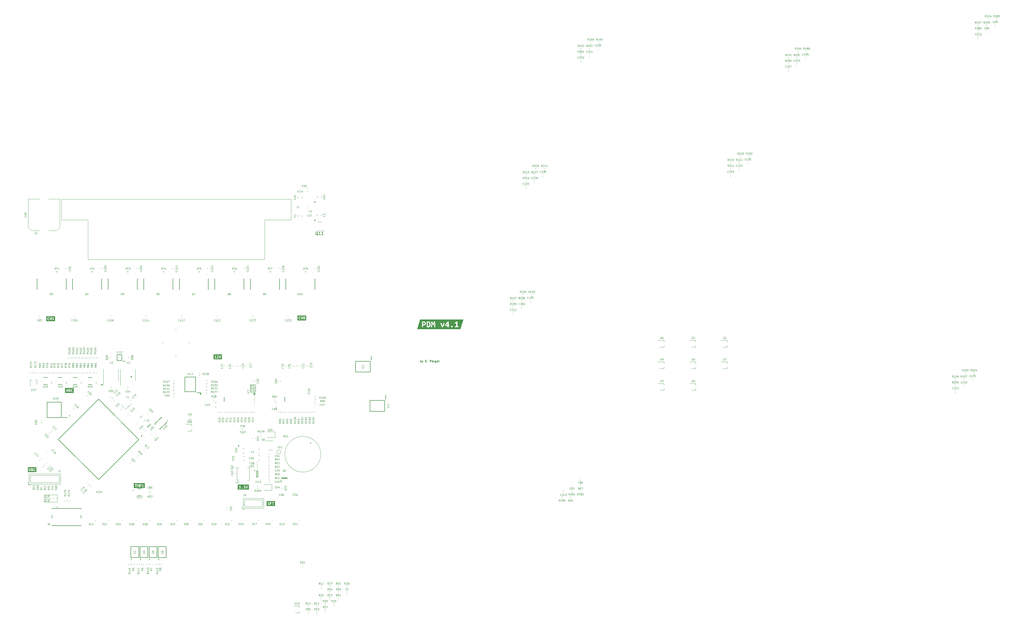
<source format=gbr>
%TF.GenerationSoftware,KiCad,Pcbnew,(6.0.8)*%
%TF.CreationDate,2024-01-16T01:15:22+01:00*%
%TF.ProjectId,pdms,70646d73-2e6b-4696-9361-645f70636258,rev?*%
%TF.SameCoordinates,Original*%
%TF.FileFunction,Legend,Top*%
%TF.FilePolarity,Positive*%
%FSLAX46Y46*%
G04 Gerber Fmt 4.6, Leading zero omitted, Abs format (unit mm)*
G04 Created by KiCad (PCBNEW (6.0.8)) date 2024-01-16 01:15:22*
%MOMM*%
%LPD*%
G01*
G04 APERTURE LIST*
%ADD10C,0.100000*%
%ADD11C,0.150000*%
%ADD12C,0.300000*%
%ADD13C,0.175000*%
%ADD14C,0.250000*%
%ADD15C,0.120000*%
%ADD16C,0.200000*%
%ADD17C,0.127000*%
G04 APERTURE END LIST*
D10*
X22861487Y-152093200D02*
X27408087Y-152093200D01*
X27408087Y-152093200D02*
X27408087Y-154557000D01*
X27408087Y-154557000D02*
X22861487Y-154557000D01*
X22861487Y-154557000D02*
X22861487Y-152093200D01*
D11*
X93907600Y-117678200D02*
X94314000Y-118135400D01*
D10*
X92891600Y-114554000D02*
X94720400Y-114554000D01*
X94720400Y-114554000D02*
X94720400Y-117246400D01*
X94720400Y-117246400D02*
X92891600Y-117246400D01*
X92891600Y-117246400D02*
X92891600Y-114554000D01*
D11*
X94314000Y-118135400D02*
X93907600Y-117678200D01*
X94314000Y-118135400D02*
X94771200Y-117678200D01*
X94314000Y-117271800D02*
X94314000Y-118135400D01*
D12*
X52476400Y-111875114D02*
X52404971Y-111946542D01*
X52476400Y-112017971D01*
X52547828Y-111946542D01*
X52476400Y-111875114D01*
X52476400Y-112017971D01*
D10*
X19102428Y-150374257D02*
X19102428Y-150002828D01*
X19331000Y-150202828D01*
X19331000Y-150117114D01*
X19359571Y-150059971D01*
X19388142Y-150031400D01*
X19445285Y-150002828D01*
X19588142Y-150002828D01*
X19645285Y-150031400D01*
X19673857Y-150059971D01*
X19702428Y-150117114D01*
X19702428Y-150288542D01*
X19673857Y-150345685D01*
X19645285Y-150374257D01*
X19102428Y-149831400D02*
X19702428Y-149631400D01*
X19102428Y-149431400D01*
X19102428Y-149288542D02*
X19102428Y-148917114D01*
X19331000Y-149117114D01*
X19331000Y-149031400D01*
X19359571Y-148974257D01*
X19388142Y-148945685D01*
X19445285Y-148917114D01*
X19588142Y-148917114D01*
X19645285Y-148945685D01*
X19673857Y-148974257D01*
X19702428Y-149031400D01*
X19702428Y-149202828D01*
X19673857Y-149259971D01*
X19645285Y-149288542D01*
D12*
X76073000Y-117756714D02*
X76001571Y-117828142D01*
X76073000Y-117899571D01*
X76144428Y-117828142D01*
X76073000Y-117756714D01*
X76073000Y-117899571D01*
D10*
X20350200Y-150063142D02*
X20321628Y-150120285D01*
X20321628Y-150206000D01*
X20350200Y-150291714D01*
X20407342Y-150348857D01*
X20464485Y-150377428D01*
X20578771Y-150406000D01*
X20664485Y-150406000D01*
X20778771Y-150377428D01*
X20835914Y-150348857D01*
X20893057Y-150291714D01*
X20921628Y-150206000D01*
X20921628Y-150148857D01*
X20893057Y-150063142D01*
X20864485Y-150034571D01*
X20664485Y-150034571D01*
X20664485Y-150148857D01*
X20921628Y-149777428D02*
X20321628Y-149777428D01*
X20921628Y-149434571D01*
X20321628Y-149434571D01*
X20921628Y-149148857D02*
X20321628Y-149148857D01*
X20321628Y-149006000D01*
X20350200Y-148920285D01*
X20407342Y-148863142D01*
X20464485Y-148834571D01*
X20578771Y-148806000D01*
X20664485Y-148806000D01*
X20778771Y-148834571D01*
X20835914Y-148863142D01*
X20893057Y-148920285D01*
X20921628Y-149006000D01*
X20921628Y-149148857D01*
X25893685Y-150064742D02*
X25922257Y-150093314D01*
X25950828Y-150179028D01*
X25950828Y-150236171D01*
X25922257Y-150321885D01*
X25865114Y-150379028D01*
X25807971Y-150407600D01*
X25693685Y-150436171D01*
X25607971Y-150436171D01*
X25493685Y-150407600D01*
X25436542Y-150379028D01*
X25379400Y-150321885D01*
X25350828Y-150236171D01*
X25350828Y-150179028D01*
X25379400Y-150093314D01*
X25407971Y-150064742D01*
X25950828Y-149521885D02*
X25950828Y-149807600D01*
X25350828Y-149807600D01*
X25950828Y-149321885D02*
X25350828Y-149321885D01*
X25950828Y-148979028D02*
X25607971Y-149236171D01*
X25350828Y-148979028D02*
X25693685Y-149321885D01*
D13*
X150774000Y-106996666D02*
X150774000Y-106296666D01*
X150774000Y-106563333D02*
X150840666Y-106530000D01*
X150974000Y-106530000D01*
X151040666Y-106563333D01*
X151074000Y-106596666D01*
X151107333Y-106663333D01*
X151107333Y-106863333D01*
X151074000Y-106930000D01*
X151040666Y-106963333D01*
X150974000Y-106996666D01*
X150840666Y-106996666D01*
X150774000Y-106963333D01*
X151340666Y-106530000D02*
X151507333Y-106996666D01*
X151674000Y-106530000D02*
X151507333Y-106996666D01*
X151440666Y-107163333D01*
X151407333Y-107196666D01*
X151340666Y-107230000D01*
X152474000Y-106996666D02*
X152474000Y-106296666D01*
X152874000Y-106996666D02*
X152574000Y-106596666D01*
X152874000Y-106296666D02*
X152474000Y-106696666D01*
X153174000Y-106930000D02*
X153207333Y-106963333D01*
X153174000Y-106996666D01*
X153140666Y-106963333D01*
X153174000Y-106930000D01*
X153174000Y-106996666D01*
X154040666Y-106996666D02*
X154040666Y-106296666D01*
X154307333Y-106296666D01*
X154374000Y-106330000D01*
X154407333Y-106363333D01*
X154440666Y-106430000D01*
X154440666Y-106530000D01*
X154407333Y-106596666D01*
X154374000Y-106630000D01*
X154307333Y-106663333D01*
X154040666Y-106663333D01*
X155007333Y-106963333D02*
X154940666Y-106996666D01*
X154807333Y-106996666D01*
X154740666Y-106963333D01*
X154707333Y-106896666D01*
X154707333Y-106630000D01*
X154740666Y-106563333D01*
X154807333Y-106530000D01*
X154940666Y-106530000D01*
X155007333Y-106563333D01*
X155040666Y-106630000D01*
X155040666Y-106696666D01*
X154707333Y-106763333D01*
X155340666Y-106996666D02*
X155340666Y-106530000D01*
X155340666Y-106663333D02*
X155374000Y-106596666D01*
X155407333Y-106563333D01*
X155474000Y-106530000D01*
X155540666Y-106530000D01*
X156074000Y-106530000D02*
X156074000Y-107096666D01*
X156040666Y-107163333D01*
X156007333Y-107196666D01*
X155940666Y-107230000D01*
X155840666Y-107230000D01*
X155774000Y-107196666D01*
X156074000Y-106963333D02*
X156007333Y-106996666D01*
X155874000Y-106996666D01*
X155807333Y-106963333D01*
X155774000Y-106930000D01*
X155740666Y-106863333D01*
X155740666Y-106663333D01*
X155774000Y-106596666D01*
X155807333Y-106563333D01*
X155874000Y-106530000D01*
X156007333Y-106530000D01*
X156074000Y-106563333D01*
X156507333Y-106996666D02*
X156440666Y-106963333D01*
X156407333Y-106930000D01*
X156374000Y-106863333D01*
X156374000Y-106663333D01*
X156407333Y-106596666D01*
X156440666Y-106563333D01*
X156507333Y-106530000D01*
X156607333Y-106530000D01*
X156674000Y-106563333D01*
X156707333Y-106596666D01*
X156740666Y-106663333D01*
X156740666Y-106863333D01*
X156707333Y-106930000D01*
X156674000Y-106963333D01*
X156607333Y-106996666D01*
X156507333Y-106996666D01*
X157140666Y-106996666D02*
X157074000Y-106963333D01*
X157040666Y-106896666D01*
X157040666Y-106296666D01*
D12*
X42545000Y-114581714D02*
X42473571Y-114653142D01*
X42545000Y-114724571D01*
X42616428Y-114653142D01*
X42545000Y-114581714D01*
X42545000Y-114724571D01*
D10*
X23436228Y-150086971D02*
X23150514Y-150286971D01*
X23436228Y-150429828D02*
X22836228Y-150429828D01*
X22836228Y-150201257D01*
X22864800Y-150144114D01*
X22893371Y-150115542D01*
X22950514Y-150086971D01*
X23036228Y-150086971D01*
X23093371Y-150115542D01*
X23121942Y-150144114D01*
X23150514Y-150201257D01*
X23150514Y-150429828D01*
X23407657Y-149858400D02*
X23436228Y-149772685D01*
X23436228Y-149629828D01*
X23407657Y-149572685D01*
X23379085Y-149544114D01*
X23321942Y-149515542D01*
X23264800Y-149515542D01*
X23207657Y-149544114D01*
X23179085Y-149572685D01*
X23150514Y-149629828D01*
X23121942Y-149744114D01*
X23093371Y-149801257D01*
X23064800Y-149829828D01*
X23007657Y-149858400D01*
X22950514Y-149858400D01*
X22893371Y-149829828D01*
X22864800Y-149801257D01*
X22836228Y-149744114D01*
X22836228Y-149601257D01*
X22864800Y-149515542D01*
X22836228Y-149344114D02*
X22836228Y-149001257D01*
X23436228Y-149172685D02*
X22836228Y-149172685D01*
D14*
X31517461Y-125182538D02*
X31517461Y-125249881D01*
X31450118Y-125249881D01*
X31450118Y-125182538D01*
X31517461Y-125182538D01*
X31450118Y-125249881D01*
D10*
X24706228Y-150423485D02*
X24106228Y-150423485D01*
X24106228Y-150280628D01*
X24134800Y-150194914D01*
X24191942Y-150137771D01*
X24249085Y-150109200D01*
X24363371Y-150080628D01*
X24449085Y-150080628D01*
X24563371Y-150109200D01*
X24620514Y-150137771D01*
X24677657Y-150194914D01*
X24706228Y-150280628D01*
X24706228Y-150423485D01*
X24706228Y-149823485D02*
X24106228Y-149823485D01*
X24106228Y-149423485D02*
X24106228Y-149309200D01*
X24134800Y-149252057D01*
X24191942Y-149194914D01*
X24306228Y-149166342D01*
X24506228Y-149166342D01*
X24620514Y-149194914D01*
X24677657Y-149252057D01*
X24706228Y-149309200D01*
X24706228Y-149423485D01*
X24677657Y-149480628D01*
X24620514Y-149537771D01*
X24506228Y-149566342D01*
X24306228Y-149566342D01*
X24191942Y-149537771D01*
X24134800Y-149480628D01*
X24106228Y-149423485D01*
X21617028Y-150101285D02*
X21617028Y-150387000D01*
X21902742Y-150415571D01*
X21874171Y-150387000D01*
X21845600Y-150329857D01*
X21845600Y-150187000D01*
X21874171Y-150129857D01*
X21902742Y-150101285D01*
X21959885Y-150072714D01*
X22102742Y-150072714D01*
X22159885Y-150101285D01*
X22188457Y-150129857D01*
X22217028Y-150187000D01*
X22217028Y-150329857D01*
X22188457Y-150387000D01*
X22159885Y-150415571D01*
X21617028Y-149901285D02*
X22217028Y-149701285D01*
X21617028Y-149501285D01*
X27166857Y-150434571D02*
X27195428Y-150348857D01*
X27195428Y-150206000D01*
X27166857Y-150148857D01*
X27138285Y-150120285D01*
X27081142Y-150091714D01*
X27024000Y-150091714D01*
X26966857Y-150120285D01*
X26938285Y-150148857D01*
X26909714Y-150206000D01*
X26881142Y-150320285D01*
X26852571Y-150377428D01*
X26824000Y-150406000D01*
X26766857Y-150434571D01*
X26709714Y-150434571D01*
X26652571Y-150406000D01*
X26624000Y-150377428D01*
X26595428Y-150320285D01*
X26595428Y-150177428D01*
X26624000Y-150091714D01*
X26595428Y-149891714D02*
X27195428Y-149748857D01*
X26766857Y-149634571D01*
X27195428Y-149520285D01*
X26595428Y-149377428D01*
X26595428Y-149034571D02*
X26595428Y-148920285D01*
X26624000Y-148863142D01*
X26681142Y-148806000D01*
X26795428Y-148777428D01*
X26995428Y-148777428D01*
X27109714Y-148806000D01*
X27166857Y-148863142D01*
X27195428Y-148920285D01*
X27195428Y-149034571D01*
X27166857Y-149091714D01*
X27109714Y-149148857D01*
X26995428Y-149177428D01*
X26795428Y-149177428D01*
X26681142Y-149148857D01*
X26624000Y-149091714D01*
X26595428Y-149034571D01*
%TO.C,R68*%
X21705428Y-108445714D02*
X21419714Y-108645714D01*
X21705428Y-108788571D02*
X21105428Y-108788571D01*
X21105428Y-108560000D01*
X21134000Y-108502857D01*
X21162571Y-108474285D01*
X21219714Y-108445714D01*
X21305428Y-108445714D01*
X21362571Y-108474285D01*
X21391142Y-108502857D01*
X21419714Y-108560000D01*
X21419714Y-108788571D01*
X21105428Y-107931428D02*
X21105428Y-108045714D01*
X21134000Y-108102857D01*
X21162571Y-108131428D01*
X21248285Y-108188571D01*
X21362571Y-108217142D01*
X21591142Y-108217142D01*
X21648285Y-108188571D01*
X21676857Y-108160000D01*
X21705428Y-108102857D01*
X21705428Y-107988571D01*
X21676857Y-107931428D01*
X21648285Y-107902857D01*
X21591142Y-107874285D01*
X21448285Y-107874285D01*
X21391142Y-107902857D01*
X21362571Y-107931428D01*
X21334000Y-107988571D01*
X21334000Y-108102857D01*
X21362571Y-108160000D01*
X21391142Y-108188571D01*
X21448285Y-108217142D01*
X21362571Y-107531428D02*
X21334000Y-107588571D01*
X21305428Y-107617142D01*
X21248285Y-107645714D01*
X21219714Y-107645714D01*
X21162571Y-107617142D01*
X21134000Y-107588571D01*
X21105428Y-107531428D01*
X21105428Y-107417142D01*
X21134000Y-107360000D01*
X21162571Y-107331428D01*
X21219714Y-107302857D01*
X21248285Y-107302857D01*
X21305428Y-107331428D01*
X21334000Y-107360000D01*
X21362571Y-107417142D01*
X21362571Y-107531428D01*
X21391142Y-107588571D01*
X21419714Y-107617142D01*
X21476857Y-107645714D01*
X21591142Y-107645714D01*
X21648285Y-107617142D01*
X21676857Y-107588571D01*
X21705428Y-107531428D01*
X21705428Y-107417142D01*
X21676857Y-107360000D01*
X21648285Y-107331428D01*
X21591142Y-107302857D01*
X21476857Y-107302857D01*
X21419714Y-107331428D01*
X21391142Y-107360000D01*
X21362571Y-107417142D01*
%TO.C,C3*%
X118294285Y-57150000D02*
X118322857Y-57178571D01*
X118351428Y-57264285D01*
X118351428Y-57321428D01*
X118322857Y-57407142D01*
X118265714Y-57464285D01*
X118208571Y-57492857D01*
X118094285Y-57521428D01*
X118008571Y-57521428D01*
X117894285Y-57492857D01*
X117837142Y-57464285D01*
X117780000Y-57407142D01*
X117751428Y-57321428D01*
X117751428Y-57264285D01*
X117780000Y-57178571D01*
X117808571Y-57150000D01*
X117751428Y-56950000D02*
X117751428Y-56578571D01*
X117980000Y-56778571D01*
X117980000Y-56692857D01*
X118008571Y-56635714D01*
X118037142Y-56607142D01*
X118094285Y-56578571D01*
X118237142Y-56578571D01*
X118294285Y-56607142D01*
X118322857Y-56635714D01*
X118351428Y-56692857D01*
X118351428Y-56864285D01*
X118322857Y-56921428D01*
X118294285Y-56950000D01*
%TO.C,C91*%
X86572285Y-157154514D02*
X86600857Y-157183085D01*
X86629428Y-157268800D01*
X86629428Y-157325942D01*
X86600857Y-157411657D01*
X86543714Y-157468800D01*
X86486571Y-157497371D01*
X86372285Y-157525942D01*
X86286571Y-157525942D01*
X86172285Y-157497371D01*
X86115142Y-157468800D01*
X86058000Y-157411657D01*
X86029428Y-157325942D01*
X86029428Y-157268800D01*
X86058000Y-157183085D01*
X86086571Y-157154514D01*
X86629428Y-156868800D02*
X86629428Y-156754514D01*
X86600857Y-156697371D01*
X86572285Y-156668800D01*
X86486571Y-156611657D01*
X86372285Y-156583085D01*
X86143714Y-156583085D01*
X86086571Y-156611657D01*
X86058000Y-156640228D01*
X86029428Y-156697371D01*
X86029428Y-156811657D01*
X86058000Y-156868800D01*
X86086571Y-156897371D01*
X86143714Y-156925942D01*
X86286571Y-156925942D01*
X86343714Y-156897371D01*
X86372285Y-156868800D01*
X86400857Y-156811657D01*
X86400857Y-156697371D01*
X86372285Y-156640228D01*
X86343714Y-156611657D01*
X86286571Y-156583085D01*
X86629428Y-156011657D02*
X86629428Y-156354514D01*
X86629428Y-156183085D02*
X86029428Y-156183085D01*
X86115142Y-156240228D01*
X86172285Y-156297371D01*
X86200857Y-156354514D01*
%TO.C,C116*%
X80166685Y-75907027D02*
X80195257Y-75935599D01*
X80223828Y-76021313D01*
X80223828Y-76078456D01*
X80195257Y-76164170D01*
X80138114Y-76221313D01*
X80080971Y-76249884D01*
X79966685Y-76278456D01*
X79880971Y-76278456D01*
X79766685Y-76249884D01*
X79709542Y-76221313D01*
X79652400Y-76164170D01*
X79623828Y-76078456D01*
X79623828Y-76021313D01*
X79652400Y-75935599D01*
X79680971Y-75907027D01*
X80223828Y-75335599D02*
X80223828Y-75678456D01*
X80223828Y-75507027D02*
X79623828Y-75507027D01*
X79709542Y-75564170D01*
X79766685Y-75621313D01*
X79795257Y-75678456D01*
X80223828Y-74764170D02*
X80223828Y-75107027D01*
X80223828Y-74935599D02*
X79623828Y-74935599D01*
X79709542Y-74992741D01*
X79766685Y-75049884D01*
X79795257Y-75107027D01*
X79623828Y-74249884D02*
X79623828Y-74364170D01*
X79652400Y-74421313D01*
X79680971Y-74449884D01*
X79766685Y-74507027D01*
X79880971Y-74535599D01*
X80109542Y-74535599D01*
X80166685Y-74507027D01*
X80195257Y-74478456D01*
X80223828Y-74421313D01*
X80223828Y-74307027D01*
X80195257Y-74249884D01*
X80166685Y-74221313D01*
X80109542Y-74192741D01*
X79966685Y-74192741D01*
X79909542Y-74221313D01*
X79880971Y-74249884D01*
X79852400Y-74307027D01*
X79852400Y-74421313D01*
X79880971Y-74478456D01*
X79909542Y-74507027D01*
X79966685Y-74535599D01*
%TO.C,R14*%
X112184285Y-189311428D02*
X111984285Y-189025714D01*
X111841428Y-189311428D02*
X111841428Y-188711428D01*
X112070000Y-188711428D01*
X112127142Y-188740000D01*
X112155714Y-188768571D01*
X112184285Y-188825714D01*
X112184285Y-188911428D01*
X112155714Y-188968571D01*
X112127142Y-188997142D01*
X112070000Y-189025714D01*
X111841428Y-189025714D01*
X112755714Y-189311428D02*
X112412857Y-189311428D01*
X112584285Y-189311428D02*
X112584285Y-188711428D01*
X112527142Y-188797142D01*
X112470000Y-188854285D01*
X112412857Y-188882857D01*
X113270000Y-188911428D02*
X113270000Y-189311428D01*
X113127142Y-188682857D02*
X112984285Y-189111428D01*
X113355714Y-189111428D01*
%TO.C,R195*%
X181604571Y-87503428D02*
X181404571Y-87217714D01*
X181261714Y-87503428D02*
X181261714Y-86903428D01*
X181490285Y-86903428D01*
X181547428Y-86932000D01*
X181576000Y-86960571D01*
X181604571Y-87017714D01*
X181604571Y-87103428D01*
X181576000Y-87160571D01*
X181547428Y-87189142D01*
X181490285Y-87217714D01*
X181261714Y-87217714D01*
X182176000Y-87503428D02*
X181833142Y-87503428D01*
X182004571Y-87503428D02*
X182004571Y-86903428D01*
X181947428Y-86989142D01*
X181890285Y-87046285D01*
X181833142Y-87074857D01*
X182461714Y-87503428D02*
X182576000Y-87503428D01*
X182633142Y-87474857D01*
X182661714Y-87446285D01*
X182718857Y-87360571D01*
X182747428Y-87246285D01*
X182747428Y-87017714D01*
X182718857Y-86960571D01*
X182690285Y-86932000D01*
X182633142Y-86903428D01*
X182518857Y-86903428D01*
X182461714Y-86932000D01*
X182433142Y-86960571D01*
X182404571Y-87017714D01*
X182404571Y-87160571D01*
X182433142Y-87217714D01*
X182461714Y-87246285D01*
X182518857Y-87274857D01*
X182633142Y-87274857D01*
X182690285Y-87246285D01*
X182718857Y-87217714D01*
X182747428Y-87160571D01*
X183290285Y-86903428D02*
X183004571Y-86903428D01*
X182976000Y-87189142D01*
X183004571Y-87160571D01*
X183061714Y-87132000D01*
X183204571Y-87132000D01*
X183261714Y-87160571D01*
X183290285Y-87189142D01*
X183318857Y-87246285D01*
X183318857Y-87389142D01*
X183290285Y-87446285D01*
X183261714Y-87474857D01*
X183204571Y-87503428D01*
X183061714Y-87503428D01*
X183004571Y-87474857D01*
X182976000Y-87446285D01*
%TO.C,C78*%
X58257175Y-135741678D02*
X58297581Y-135741678D01*
X58378393Y-135782084D01*
X58418799Y-135822490D01*
X58459205Y-135903302D01*
X58459205Y-135984114D01*
X58439002Y-136044724D01*
X58378393Y-136145739D01*
X58317784Y-136206348D01*
X58216768Y-136266957D01*
X58156159Y-136287160D01*
X58075347Y-136287160D01*
X57994535Y-136246754D01*
X57954129Y-136206348D01*
X57913723Y-136125536D01*
X57913723Y-136085130D01*
X57731895Y-135984114D02*
X57449053Y-135701272D01*
X58055144Y-135458835D01*
X57408646Y-135297211D02*
X57428849Y-135357820D01*
X57428849Y-135398226D01*
X57408646Y-135458835D01*
X57388443Y-135479038D01*
X57327834Y-135499241D01*
X57287428Y-135499241D01*
X57226819Y-135479038D01*
X57146007Y-135398226D01*
X57125804Y-135337617D01*
X57125804Y-135297211D01*
X57146007Y-135236602D01*
X57166210Y-135216398D01*
X57226819Y-135196195D01*
X57267225Y-135196195D01*
X57327834Y-135216398D01*
X57408646Y-135297211D01*
X57469256Y-135317414D01*
X57509662Y-135317414D01*
X57570271Y-135297211D01*
X57651083Y-135216398D01*
X57671286Y-135155789D01*
X57671286Y-135115383D01*
X57651083Y-135054774D01*
X57570271Y-134973962D01*
X57509662Y-134953759D01*
X57469256Y-134953759D01*
X57408646Y-134973962D01*
X57327834Y-135054774D01*
X57307631Y-135115383D01*
X57307631Y-135155789D01*
X57327834Y-135216398D01*
%TO.C,R83*%
X36857428Y-108445714D02*
X36571714Y-108645714D01*
X36857428Y-108788571D02*
X36257428Y-108788571D01*
X36257428Y-108560000D01*
X36286000Y-108502857D01*
X36314571Y-108474285D01*
X36371714Y-108445714D01*
X36457428Y-108445714D01*
X36514571Y-108474285D01*
X36543142Y-108502857D01*
X36571714Y-108560000D01*
X36571714Y-108788571D01*
X36514571Y-108102857D02*
X36486000Y-108160000D01*
X36457428Y-108188571D01*
X36400285Y-108217142D01*
X36371714Y-108217142D01*
X36314571Y-108188571D01*
X36286000Y-108160000D01*
X36257428Y-108102857D01*
X36257428Y-107988571D01*
X36286000Y-107931428D01*
X36314571Y-107902857D01*
X36371714Y-107874285D01*
X36400285Y-107874285D01*
X36457428Y-107902857D01*
X36486000Y-107931428D01*
X36514571Y-107988571D01*
X36514571Y-108102857D01*
X36543142Y-108160000D01*
X36571714Y-108188571D01*
X36628857Y-108217142D01*
X36743142Y-108217142D01*
X36800285Y-108188571D01*
X36828857Y-108160000D01*
X36857428Y-108102857D01*
X36857428Y-107988571D01*
X36828857Y-107931428D01*
X36800285Y-107902857D01*
X36743142Y-107874285D01*
X36628857Y-107874285D01*
X36571714Y-107902857D01*
X36543142Y-107931428D01*
X36514571Y-107988571D01*
X36257428Y-107674285D02*
X36257428Y-107302857D01*
X36486000Y-107502857D01*
X36486000Y-107417142D01*
X36514571Y-107360000D01*
X36543142Y-107331428D01*
X36600285Y-107302857D01*
X36743142Y-107302857D01*
X36800285Y-107331428D01*
X36828857Y-107360000D01*
X36857428Y-107417142D01*
X36857428Y-107588571D01*
X36828857Y-107645714D01*
X36800285Y-107674285D01*
%TO.C,R184*%
X342957571Y10364571D02*
X342757571Y10650285D01*
X342614714Y10364571D02*
X342614714Y10964571D01*
X342843285Y10964571D01*
X342900428Y10936000D01*
X342929000Y10907428D01*
X342957571Y10850285D01*
X342957571Y10764571D01*
X342929000Y10707428D01*
X342900428Y10678857D01*
X342843285Y10650285D01*
X342614714Y10650285D01*
X343529000Y10364571D02*
X343186142Y10364571D01*
X343357571Y10364571D02*
X343357571Y10964571D01*
X343300428Y10878857D01*
X343243285Y10821714D01*
X343186142Y10793142D01*
X343871857Y10707428D02*
X343814714Y10736000D01*
X343786142Y10764571D01*
X343757571Y10821714D01*
X343757571Y10850285D01*
X343786142Y10907428D01*
X343814714Y10936000D01*
X343871857Y10964571D01*
X343986142Y10964571D01*
X344043285Y10936000D01*
X344071857Y10907428D01*
X344100428Y10850285D01*
X344100428Y10821714D01*
X344071857Y10764571D01*
X344043285Y10736000D01*
X343986142Y10707428D01*
X343871857Y10707428D01*
X343814714Y10678857D01*
X343786142Y10650285D01*
X343757571Y10593142D01*
X343757571Y10478857D01*
X343786142Y10421714D01*
X343814714Y10393142D01*
X343871857Y10364571D01*
X343986142Y10364571D01*
X344043285Y10393142D01*
X344071857Y10421714D01*
X344100428Y10478857D01*
X344100428Y10593142D01*
X344071857Y10650285D01*
X344043285Y10678857D01*
X343986142Y10707428D01*
X344614714Y10764571D02*
X344614714Y10364571D01*
X344471857Y10993142D02*
X344329000Y10564571D01*
X344700428Y10564571D01*
%TO.C,C107*%
X275045571Y-6736285D02*
X275017000Y-6764857D01*
X274931285Y-6793428D01*
X274874142Y-6793428D01*
X274788428Y-6764857D01*
X274731285Y-6707714D01*
X274702714Y-6650571D01*
X274674142Y-6536285D01*
X274674142Y-6450571D01*
X274702714Y-6336285D01*
X274731285Y-6279142D01*
X274788428Y-6222000D01*
X274874142Y-6193428D01*
X274931285Y-6193428D01*
X275017000Y-6222000D01*
X275045571Y-6250571D01*
X275617000Y-6793428D02*
X275274142Y-6793428D01*
X275445571Y-6793428D02*
X275445571Y-6193428D01*
X275388428Y-6279142D01*
X275331285Y-6336285D01*
X275274142Y-6364857D01*
X275988428Y-6193428D02*
X276045571Y-6193428D01*
X276102714Y-6222000D01*
X276131285Y-6250571D01*
X276159857Y-6307714D01*
X276188428Y-6422000D01*
X276188428Y-6564857D01*
X276159857Y-6679142D01*
X276131285Y-6736285D01*
X276102714Y-6764857D01*
X276045571Y-6793428D01*
X275988428Y-6793428D01*
X275931285Y-6764857D01*
X275902714Y-6736285D01*
X275874142Y-6679142D01*
X275845571Y-6564857D01*
X275845571Y-6422000D01*
X275874142Y-6307714D01*
X275902714Y-6250571D01*
X275931285Y-6222000D01*
X275988428Y-6193428D01*
X276388428Y-6193428D02*
X276788428Y-6193428D01*
X276531285Y-6793428D01*
%TO.C,R206*%
X331834571Y-114150428D02*
X331634571Y-113864714D01*
X331491714Y-114150428D02*
X331491714Y-113550428D01*
X331720285Y-113550428D01*
X331777428Y-113579000D01*
X331806000Y-113607571D01*
X331834571Y-113664714D01*
X331834571Y-113750428D01*
X331806000Y-113807571D01*
X331777428Y-113836142D01*
X331720285Y-113864714D01*
X331491714Y-113864714D01*
X332063142Y-113607571D02*
X332091714Y-113579000D01*
X332148857Y-113550428D01*
X332291714Y-113550428D01*
X332348857Y-113579000D01*
X332377428Y-113607571D01*
X332406000Y-113664714D01*
X332406000Y-113721857D01*
X332377428Y-113807571D01*
X332034571Y-114150428D01*
X332406000Y-114150428D01*
X332777428Y-113550428D02*
X332834571Y-113550428D01*
X332891714Y-113579000D01*
X332920285Y-113607571D01*
X332948857Y-113664714D01*
X332977428Y-113779000D01*
X332977428Y-113921857D01*
X332948857Y-114036142D01*
X332920285Y-114093285D01*
X332891714Y-114121857D01*
X332834571Y-114150428D01*
X332777428Y-114150428D01*
X332720285Y-114121857D01*
X332691714Y-114093285D01*
X332663142Y-114036142D01*
X332634571Y-113921857D01*
X332634571Y-113779000D01*
X332663142Y-113664714D01*
X332691714Y-113607571D01*
X332720285Y-113579000D01*
X332777428Y-113550428D01*
X333491714Y-113550428D02*
X333377428Y-113550428D01*
X333320285Y-113579000D01*
X333291714Y-113607571D01*
X333234571Y-113693285D01*
X333206000Y-113807571D01*
X333206000Y-114036142D01*
X333234571Y-114093285D01*
X333263142Y-114121857D01*
X333320285Y-114150428D01*
X333434571Y-114150428D01*
X333491714Y-114121857D01*
X333520285Y-114093285D01*
X333548857Y-114036142D01*
X333548857Y-113893285D01*
X333520285Y-113836142D01*
X333491714Y-113807571D01*
X333434571Y-113779000D01*
X333320285Y-113779000D01*
X333263142Y-113807571D01*
X333234571Y-113836142D01*
X333206000Y-113893285D01*
%TO.C,R137*%
X79948171Y-117365428D02*
X79748171Y-117079714D01*
X79605314Y-117365428D02*
X79605314Y-116765428D01*
X79833885Y-116765428D01*
X79891028Y-116794000D01*
X79919600Y-116822571D01*
X79948171Y-116879714D01*
X79948171Y-116965428D01*
X79919600Y-117022571D01*
X79891028Y-117051142D01*
X79833885Y-117079714D01*
X79605314Y-117079714D01*
X80519600Y-117365428D02*
X80176742Y-117365428D01*
X80348171Y-117365428D02*
X80348171Y-116765428D01*
X80291028Y-116851142D01*
X80233885Y-116908285D01*
X80176742Y-116936857D01*
X80719600Y-116765428D02*
X81091028Y-116765428D01*
X80891028Y-116994000D01*
X80976742Y-116994000D01*
X81033885Y-117022571D01*
X81062457Y-117051142D01*
X81091028Y-117108285D01*
X81091028Y-117251142D01*
X81062457Y-117308285D01*
X81033885Y-117336857D01*
X80976742Y-117365428D01*
X80805314Y-117365428D01*
X80748171Y-117336857D01*
X80719600Y-117308285D01*
X81291028Y-116765428D02*
X81691028Y-116765428D01*
X81433885Y-117365428D01*
%TO.C,Q6*%
X61512457Y-84140171D02*
X61455314Y-84111600D01*
X61398171Y-84054457D01*
X61312457Y-83968742D01*
X61255314Y-83940171D01*
X61198171Y-83940171D01*
X61226742Y-84083028D02*
X61169600Y-84054457D01*
X61112457Y-83997314D01*
X61083885Y-83883028D01*
X61083885Y-83683028D01*
X61112457Y-83568742D01*
X61169600Y-83511600D01*
X61226742Y-83483028D01*
X61341028Y-83483028D01*
X61398171Y-83511600D01*
X61455314Y-83568742D01*
X61483885Y-83683028D01*
X61483885Y-83883028D01*
X61455314Y-83997314D01*
X61398171Y-84054457D01*
X61341028Y-84083028D01*
X61226742Y-84083028D01*
X61998171Y-83483028D02*
X61883885Y-83483028D01*
X61826742Y-83511600D01*
X61798171Y-83540171D01*
X61741028Y-83625885D01*
X61712457Y-83740171D01*
X61712457Y-83968742D01*
X61741028Y-84025885D01*
X61769600Y-84054457D01*
X61826742Y-84083028D01*
X61941028Y-84083028D01*
X61998171Y-84054457D01*
X62026742Y-84025885D01*
X62055314Y-83968742D01*
X62055314Y-83825885D01*
X62026742Y-83768742D01*
X61998171Y-83740171D01*
X61941028Y-83711600D01*
X61826742Y-83711600D01*
X61769600Y-83740171D01*
X61741028Y-83768742D01*
X61712457Y-83825885D01*
%TO.C,D18*%
X56471628Y-162332228D02*
X56471628Y-161732228D01*
X56614485Y-161732228D01*
X56700200Y-161760800D01*
X56757342Y-161817942D01*
X56785914Y-161875085D01*
X56814485Y-161989371D01*
X56814485Y-162075085D01*
X56785914Y-162189371D01*
X56757342Y-162246514D01*
X56700200Y-162303657D01*
X56614485Y-162332228D01*
X56471628Y-162332228D01*
X57385914Y-162332228D02*
X57043057Y-162332228D01*
X57214485Y-162332228D02*
X57214485Y-161732228D01*
X57157342Y-161817942D01*
X57100200Y-161875085D01*
X57043057Y-161903657D01*
X57728771Y-161989371D02*
X57671628Y-161960800D01*
X57643057Y-161932228D01*
X57614485Y-161875085D01*
X57614485Y-161846514D01*
X57643057Y-161789371D01*
X57671628Y-161760800D01*
X57728771Y-161732228D01*
X57843057Y-161732228D01*
X57900200Y-161760800D01*
X57928771Y-161789371D01*
X57957342Y-161846514D01*
X57957342Y-161875085D01*
X57928771Y-161932228D01*
X57900200Y-161960800D01*
X57843057Y-161989371D01*
X57728771Y-161989371D01*
X57671628Y-162017942D01*
X57643057Y-162046514D01*
X57614485Y-162103657D01*
X57614485Y-162217942D01*
X57643057Y-162275085D01*
X57671628Y-162303657D01*
X57728771Y-162332228D01*
X57843057Y-162332228D01*
X57900200Y-162303657D01*
X57928771Y-162275085D01*
X57957342Y-162217942D01*
X57957342Y-162103657D01*
X57928771Y-162046514D01*
X57900200Y-162017942D01*
X57843057Y-161989371D01*
%TO.C,R77*%
X29250428Y-108445714D02*
X28964714Y-108645714D01*
X29250428Y-108788571D02*
X28650428Y-108788571D01*
X28650428Y-108560000D01*
X28679000Y-108502857D01*
X28707571Y-108474285D01*
X28764714Y-108445714D01*
X28850428Y-108445714D01*
X28907571Y-108474285D01*
X28936142Y-108502857D01*
X28964714Y-108560000D01*
X28964714Y-108788571D01*
X28650428Y-108245714D02*
X28650428Y-107845714D01*
X29250428Y-108102857D01*
X28650428Y-107674285D02*
X28650428Y-107274285D01*
X29250428Y-107531428D01*
%TO.C,R72*%
X105249628Y-150169514D02*
X104963914Y-150369514D01*
X105249628Y-150512371D02*
X104649628Y-150512371D01*
X104649628Y-150283800D01*
X104678200Y-150226657D01*
X104706771Y-150198085D01*
X104763914Y-150169514D01*
X104849628Y-150169514D01*
X104906771Y-150198085D01*
X104935342Y-150226657D01*
X104963914Y-150283800D01*
X104963914Y-150512371D01*
X104649628Y-149969514D02*
X104649628Y-149569514D01*
X105249628Y-149826657D01*
X104706771Y-149369514D02*
X104678200Y-149340942D01*
X104649628Y-149283800D01*
X104649628Y-149140942D01*
X104678200Y-149083800D01*
X104706771Y-149055228D01*
X104763914Y-149026657D01*
X104821057Y-149026657D01*
X104906771Y-149055228D01*
X105249628Y-149398085D01*
X105249628Y-149026657D01*
%TO.C,R25*%
X91551428Y-126976714D02*
X91265714Y-127176714D01*
X91551428Y-127319571D02*
X90951428Y-127319571D01*
X90951428Y-127091000D01*
X90980000Y-127033857D01*
X91008571Y-127005285D01*
X91065714Y-126976714D01*
X91151428Y-126976714D01*
X91208571Y-127005285D01*
X91237142Y-127033857D01*
X91265714Y-127091000D01*
X91265714Y-127319571D01*
X91008571Y-126748142D02*
X90980000Y-126719571D01*
X90951428Y-126662428D01*
X90951428Y-126519571D01*
X90980000Y-126462428D01*
X91008571Y-126433857D01*
X91065714Y-126405285D01*
X91122857Y-126405285D01*
X91208571Y-126433857D01*
X91551428Y-126776714D01*
X91551428Y-126405285D01*
X90951428Y-125862428D02*
X90951428Y-126148142D01*
X91237142Y-126176714D01*
X91208571Y-126148142D01*
X91180000Y-126091000D01*
X91180000Y-125948142D01*
X91208571Y-125891000D01*
X91237142Y-125862428D01*
X91294285Y-125833857D01*
X91437142Y-125833857D01*
X91494285Y-125862428D01*
X91522857Y-125891000D01*
X91551428Y-125948142D01*
X91551428Y-126091000D01*
X91522857Y-126148142D01*
X91494285Y-126176714D01*
%TO.C,R210*%
X258857571Y-36350428D02*
X258657571Y-36064714D01*
X258514714Y-36350428D02*
X258514714Y-35750428D01*
X258743285Y-35750428D01*
X258800428Y-35779000D01*
X258829000Y-35807571D01*
X258857571Y-35864714D01*
X258857571Y-35950428D01*
X258829000Y-36007571D01*
X258800428Y-36036142D01*
X258743285Y-36064714D01*
X258514714Y-36064714D01*
X259086142Y-35807571D02*
X259114714Y-35779000D01*
X259171857Y-35750428D01*
X259314714Y-35750428D01*
X259371857Y-35779000D01*
X259400428Y-35807571D01*
X259429000Y-35864714D01*
X259429000Y-35921857D01*
X259400428Y-36007571D01*
X259057571Y-36350428D01*
X259429000Y-36350428D01*
X260000428Y-36350428D02*
X259657571Y-36350428D01*
X259829000Y-36350428D02*
X259829000Y-35750428D01*
X259771857Y-35836142D01*
X259714714Y-35893285D01*
X259657571Y-35921857D01*
X260371857Y-35750428D02*
X260429000Y-35750428D01*
X260486142Y-35779000D01*
X260514714Y-35807571D01*
X260543285Y-35864714D01*
X260571857Y-35979000D01*
X260571857Y-36121857D01*
X260543285Y-36236142D01*
X260514714Y-36293285D01*
X260486142Y-36321857D01*
X260429000Y-36350428D01*
X260371857Y-36350428D01*
X260314714Y-36321857D01*
X260286142Y-36293285D01*
X260257571Y-36236142D01*
X260229000Y-36121857D01*
X260229000Y-35979000D01*
X260257571Y-35864714D01*
X260286142Y-35807571D01*
X260314714Y-35779000D01*
X260371857Y-35750428D01*
%TO.C,R152*%
X79998971Y-115079428D02*
X79798971Y-114793714D01*
X79656114Y-115079428D02*
X79656114Y-114479428D01*
X79884685Y-114479428D01*
X79941828Y-114508000D01*
X79970400Y-114536571D01*
X79998971Y-114593714D01*
X79998971Y-114679428D01*
X79970400Y-114736571D01*
X79941828Y-114765142D01*
X79884685Y-114793714D01*
X79656114Y-114793714D01*
X80570400Y-115079428D02*
X80227542Y-115079428D01*
X80398971Y-115079428D02*
X80398971Y-114479428D01*
X80341828Y-114565142D01*
X80284685Y-114622285D01*
X80227542Y-114650857D01*
X81113257Y-114479428D02*
X80827542Y-114479428D01*
X80798971Y-114765142D01*
X80827542Y-114736571D01*
X80884685Y-114708000D01*
X81027542Y-114708000D01*
X81084685Y-114736571D01*
X81113257Y-114765142D01*
X81141828Y-114822285D01*
X81141828Y-114965142D01*
X81113257Y-115022285D01*
X81084685Y-115050857D01*
X81027542Y-115079428D01*
X80884685Y-115079428D01*
X80827542Y-115050857D01*
X80798971Y-115022285D01*
X81370400Y-114536571D02*
X81398971Y-114508000D01*
X81456114Y-114479428D01*
X81598971Y-114479428D01*
X81656114Y-114508000D01*
X81684685Y-114536571D01*
X81713257Y-114593714D01*
X81713257Y-114650857D01*
X81684685Y-114736571D01*
X81341828Y-115079428D01*
X81713257Y-115079428D01*
%TO.C,C73*%
X113837285Y-108415514D02*
X113865857Y-108444085D01*
X113894428Y-108529800D01*
X113894428Y-108586942D01*
X113865857Y-108672657D01*
X113808714Y-108729800D01*
X113751571Y-108758371D01*
X113637285Y-108786942D01*
X113551571Y-108786942D01*
X113437285Y-108758371D01*
X113380142Y-108729800D01*
X113323000Y-108672657D01*
X113294428Y-108586942D01*
X113294428Y-108529800D01*
X113323000Y-108444085D01*
X113351571Y-108415514D01*
X113294428Y-108215514D02*
X113294428Y-107815514D01*
X113894428Y-108072657D01*
X113294428Y-107644085D02*
X113294428Y-107272657D01*
X113523000Y-107472657D01*
X113523000Y-107386942D01*
X113551571Y-107329800D01*
X113580142Y-107301228D01*
X113637285Y-107272657D01*
X113780142Y-107272657D01*
X113837285Y-107301228D01*
X113865857Y-107329800D01*
X113894428Y-107386942D01*
X113894428Y-107558371D01*
X113865857Y-107615514D01*
X113837285Y-107644085D01*
%TO.C,Q4*%
X37331657Y-84139371D02*
X37274514Y-84110800D01*
X37217371Y-84053657D01*
X37131657Y-83967942D01*
X37074514Y-83939371D01*
X37017371Y-83939371D01*
X37045942Y-84082228D02*
X36988800Y-84053657D01*
X36931657Y-83996514D01*
X36903085Y-83882228D01*
X36903085Y-83682228D01*
X36931657Y-83567942D01*
X36988800Y-83510800D01*
X37045942Y-83482228D01*
X37160228Y-83482228D01*
X37217371Y-83510800D01*
X37274514Y-83567942D01*
X37303085Y-83682228D01*
X37303085Y-83882228D01*
X37274514Y-83996514D01*
X37217371Y-84053657D01*
X37160228Y-84082228D01*
X37045942Y-84082228D01*
X37817371Y-83682228D02*
X37817371Y-84082228D01*
X37674514Y-83453657D02*
X37531657Y-83882228D01*
X37903085Y-83882228D01*
%TO.C,J5*%
X90800000Y-151871428D02*
X90800000Y-152300000D01*
X90771428Y-152385714D01*
X90714285Y-152442857D01*
X90628571Y-152471428D01*
X90571428Y-152471428D01*
X91371428Y-151871428D02*
X91085714Y-151871428D01*
X91057142Y-152157142D01*
X91085714Y-152128571D01*
X91142857Y-152100000D01*
X91285714Y-152100000D01*
X91342857Y-152128571D01*
X91371428Y-152157142D01*
X91400000Y-152214285D01*
X91400000Y-152357142D01*
X91371428Y-152414285D01*
X91342857Y-152442857D01*
X91285714Y-152471428D01*
X91142857Y-152471428D01*
X91085714Y-152442857D01*
X91057142Y-152414285D01*
%TO.C,R173*%
X31640428Y-152182428D02*
X31354714Y-152382428D01*
X31640428Y-152525285D02*
X31040428Y-152525285D01*
X31040428Y-152296714D01*
X31069000Y-152239571D01*
X31097571Y-152211000D01*
X31154714Y-152182428D01*
X31240428Y-152182428D01*
X31297571Y-152211000D01*
X31326142Y-152239571D01*
X31354714Y-152296714D01*
X31354714Y-152525285D01*
X31640428Y-151611000D02*
X31640428Y-151953857D01*
X31640428Y-151782428D02*
X31040428Y-151782428D01*
X31126142Y-151839571D01*
X31183285Y-151896714D01*
X31211857Y-151953857D01*
X31040428Y-151411000D02*
X31040428Y-151011000D01*
X31640428Y-151268142D01*
X31040428Y-150839571D02*
X31040428Y-150468142D01*
X31269000Y-150668142D01*
X31269000Y-150582428D01*
X31297571Y-150525285D01*
X31326142Y-150496714D01*
X31383285Y-150468142D01*
X31526142Y-150468142D01*
X31583285Y-150496714D01*
X31611857Y-150525285D01*
X31640428Y-150582428D01*
X31640428Y-150753857D01*
X31611857Y-150811000D01*
X31583285Y-150839571D01*
%TO.C,C113*%
X198633571Y-152293285D02*
X198605000Y-152321857D01*
X198519285Y-152350428D01*
X198462142Y-152350428D01*
X198376428Y-152321857D01*
X198319285Y-152264714D01*
X198290714Y-152207571D01*
X198262142Y-152093285D01*
X198262142Y-152007571D01*
X198290714Y-151893285D01*
X198319285Y-151836142D01*
X198376428Y-151779000D01*
X198462142Y-151750428D01*
X198519285Y-151750428D01*
X198605000Y-151779000D01*
X198633571Y-151807571D01*
X199205000Y-152350428D02*
X198862142Y-152350428D01*
X199033571Y-152350428D02*
X199033571Y-151750428D01*
X198976428Y-151836142D01*
X198919285Y-151893285D01*
X198862142Y-151921857D01*
X199776428Y-152350428D02*
X199433571Y-152350428D01*
X199605000Y-152350428D02*
X199605000Y-151750428D01*
X199547857Y-151836142D01*
X199490714Y-151893285D01*
X199433571Y-151921857D01*
X199976428Y-151750428D02*
X200347857Y-151750428D01*
X200147857Y-151979000D01*
X200233571Y-151979000D01*
X200290714Y-152007571D01*
X200319285Y-152036142D01*
X200347857Y-152093285D01*
X200347857Y-152236142D01*
X200319285Y-152293285D01*
X200290714Y-152321857D01*
X200233571Y-152350428D01*
X200062142Y-152350428D01*
X200005000Y-152321857D01*
X199976428Y-152293285D01*
%TO.C,D10*%
X38082028Y-162383028D02*
X38082028Y-161783028D01*
X38224885Y-161783028D01*
X38310600Y-161811600D01*
X38367742Y-161868742D01*
X38396314Y-161925885D01*
X38424885Y-162040171D01*
X38424885Y-162125885D01*
X38396314Y-162240171D01*
X38367742Y-162297314D01*
X38310600Y-162354457D01*
X38224885Y-162383028D01*
X38082028Y-162383028D01*
X38996314Y-162383028D02*
X38653457Y-162383028D01*
X38824885Y-162383028D02*
X38824885Y-161783028D01*
X38767742Y-161868742D01*
X38710600Y-161925885D01*
X38653457Y-161954457D01*
X39367742Y-161783028D02*
X39424885Y-161783028D01*
X39482028Y-161811600D01*
X39510600Y-161840171D01*
X39539171Y-161897314D01*
X39567742Y-162011600D01*
X39567742Y-162154457D01*
X39539171Y-162268742D01*
X39510600Y-162325885D01*
X39482028Y-162354457D01*
X39424885Y-162383028D01*
X39367742Y-162383028D01*
X39310600Y-162354457D01*
X39282028Y-162325885D01*
X39253457Y-162268742D01*
X39224885Y-162154457D01*
X39224885Y-162011600D01*
X39253457Y-161897314D01*
X39282028Y-161840171D01*
X39310600Y-161811600D01*
X39367742Y-161783028D01*
%TO.C,R197*%
X181604571Y-85513428D02*
X181404571Y-85227714D01*
X181261714Y-85513428D02*
X181261714Y-84913428D01*
X181490285Y-84913428D01*
X181547428Y-84942000D01*
X181576000Y-84970571D01*
X181604571Y-85027714D01*
X181604571Y-85113428D01*
X181576000Y-85170571D01*
X181547428Y-85199142D01*
X181490285Y-85227714D01*
X181261714Y-85227714D01*
X182176000Y-85513428D02*
X181833142Y-85513428D01*
X182004571Y-85513428D02*
X182004571Y-84913428D01*
X181947428Y-84999142D01*
X181890285Y-85056285D01*
X181833142Y-85084857D01*
X182461714Y-85513428D02*
X182576000Y-85513428D01*
X182633142Y-85484857D01*
X182661714Y-85456285D01*
X182718857Y-85370571D01*
X182747428Y-85256285D01*
X182747428Y-85027714D01*
X182718857Y-84970571D01*
X182690285Y-84942000D01*
X182633142Y-84913428D01*
X182518857Y-84913428D01*
X182461714Y-84942000D01*
X182433142Y-84970571D01*
X182404571Y-85027714D01*
X182404571Y-85170571D01*
X182433142Y-85227714D01*
X182461714Y-85256285D01*
X182518857Y-85284857D01*
X182633142Y-85284857D01*
X182690285Y-85256285D01*
X182718857Y-85227714D01*
X182747428Y-85170571D01*
X182947428Y-84913428D02*
X183347428Y-84913428D01*
X183090285Y-85513428D01*
%TO.C,R59*%
X44467428Y-105795714D02*
X44181714Y-105995714D01*
X44467428Y-106138571D02*
X43867428Y-106138571D01*
X43867428Y-105910000D01*
X43896000Y-105852857D01*
X43924571Y-105824285D01*
X43981714Y-105795714D01*
X44067428Y-105795714D01*
X44124571Y-105824285D01*
X44153142Y-105852857D01*
X44181714Y-105910000D01*
X44181714Y-106138571D01*
X43867428Y-105252857D02*
X43867428Y-105538571D01*
X44153142Y-105567142D01*
X44124571Y-105538571D01*
X44096000Y-105481428D01*
X44096000Y-105338571D01*
X44124571Y-105281428D01*
X44153142Y-105252857D01*
X44210285Y-105224285D01*
X44353142Y-105224285D01*
X44410285Y-105252857D01*
X44438857Y-105281428D01*
X44467428Y-105338571D01*
X44467428Y-105481428D01*
X44438857Y-105538571D01*
X44410285Y-105567142D01*
X44467428Y-104938571D02*
X44467428Y-104824285D01*
X44438857Y-104767142D01*
X44410285Y-104738571D01*
X44324571Y-104681428D01*
X44210285Y-104652857D01*
X43981714Y-104652857D01*
X43924571Y-104681428D01*
X43896000Y-104710000D01*
X43867428Y-104767142D01*
X43867428Y-104881428D01*
X43896000Y-104938571D01*
X43924571Y-104967142D01*
X43981714Y-104995714D01*
X44124571Y-104995714D01*
X44181714Y-104967142D01*
X44210285Y-104938571D01*
X44238857Y-104881428D01*
X44238857Y-104767142D01*
X44210285Y-104710000D01*
X44181714Y-104681428D01*
X44124571Y-104652857D01*
%TO.C,R192*%
X275065571Y-2813428D02*
X274865571Y-2527714D01*
X274722714Y-2813428D02*
X274722714Y-2213428D01*
X274951285Y-2213428D01*
X275008428Y-2242000D01*
X275037000Y-2270571D01*
X275065571Y-2327714D01*
X275065571Y-2413428D01*
X275037000Y-2470571D01*
X275008428Y-2499142D01*
X274951285Y-2527714D01*
X274722714Y-2527714D01*
X275637000Y-2813428D02*
X275294142Y-2813428D01*
X275465571Y-2813428D02*
X275465571Y-2213428D01*
X275408428Y-2299142D01*
X275351285Y-2356285D01*
X275294142Y-2384857D01*
X275922714Y-2813428D02*
X276037000Y-2813428D01*
X276094142Y-2784857D01*
X276122714Y-2756285D01*
X276179857Y-2670571D01*
X276208428Y-2556285D01*
X276208428Y-2327714D01*
X276179857Y-2270571D01*
X276151285Y-2242000D01*
X276094142Y-2213428D01*
X275979857Y-2213428D01*
X275922714Y-2242000D01*
X275894142Y-2270571D01*
X275865571Y-2327714D01*
X275865571Y-2470571D01*
X275894142Y-2527714D01*
X275922714Y-2556285D01*
X275979857Y-2584857D01*
X276094142Y-2584857D01*
X276151285Y-2556285D01*
X276179857Y-2527714D01*
X276208428Y-2470571D01*
X276437000Y-2270571D02*
X276465571Y-2242000D01*
X276522714Y-2213428D01*
X276665571Y-2213428D01*
X276722714Y-2242000D01*
X276751285Y-2270571D01*
X276779857Y-2327714D01*
X276779857Y-2384857D01*
X276751285Y-2470571D01*
X276408428Y-2813428D01*
X276779857Y-2813428D01*
%TO.C,C70*%
X104137285Y-108740514D02*
X104165857Y-108769085D01*
X104194428Y-108854800D01*
X104194428Y-108911942D01*
X104165857Y-108997657D01*
X104108714Y-109054800D01*
X104051571Y-109083371D01*
X103937285Y-109111942D01*
X103851571Y-109111942D01*
X103737285Y-109083371D01*
X103680142Y-109054800D01*
X103623000Y-108997657D01*
X103594428Y-108911942D01*
X103594428Y-108854800D01*
X103623000Y-108769085D01*
X103651571Y-108740514D01*
X103594428Y-108540514D02*
X103594428Y-108140514D01*
X104194428Y-108397657D01*
X103594428Y-107797657D02*
X103594428Y-107740514D01*
X103623000Y-107683371D01*
X103651571Y-107654800D01*
X103708714Y-107626228D01*
X103823000Y-107597657D01*
X103965857Y-107597657D01*
X104080142Y-107626228D01*
X104137285Y-107654800D01*
X104165857Y-107683371D01*
X104194428Y-107740514D01*
X104194428Y-107797657D01*
X104165857Y-107854800D01*
X104137285Y-107883371D01*
X104080142Y-107911942D01*
X103965857Y-107940514D01*
X103823000Y-107940514D01*
X103708714Y-107911942D01*
X103651571Y-107883371D01*
X103623000Y-107854800D01*
X103594428Y-107797657D01*
%TO.C,R156*%
X80018571Y-113936428D02*
X79818571Y-113650714D01*
X79675714Y-113936428D02*
X79675714Y-113336428D01*
X79904285Y-113336428D01*
X79961428Y-113365000D01*
X79990000Y-113393571D01*
X80018571Y-113450714D01*
X80018571Y-113536428D01*
X79990000Y-113593571D01*
X79961428Y-113622142D01*
X79904285Y-113650714D01*
X79675714Y-113650714D01*
X80590000Y-113936428D02*
X80247142Y-113936428D01*
X80418571Y-113936428D02*
X80418571Y-113336428D01*
X80361428Y-113422142D01*
X80304285Y-113479285D01*
X80247142Y-113507857D01*
X81132857Y-113336428D02*
X80847142Y-113336428D01*
X80818571Y-113622142D01*
X80847142Y-113593571D01*
X80904285Y-113565000D01*
X81047142Y-113565000D01*
X81104285Y-113593571D01*
X81132857Y-113622142D01*
X81161428Y-113679285D01*
X81161428Y-113822142D01*
X81132857Y-113879285D01*
X81104285Y-113907857D01*
X81047142Y-113936428D01*
X80904285Y-113936428D01*
X80847142Y-113907857D01*
X80818571Y-113879285D01*
X81675714Y-113336428D02*
X81561428Y-113336428D01*
X81504285Y-113365000D01*
X81475714Y-113393571D01*
X81418571Y-113479285D01*
X81390000Y-113593571D01*
X81390000Y-113822142D01*
X81418571Y-113879285D01*
X81447142Y-113907857D01*
X81504285Y-113936428D01*
X81618571Y-113936428D01*
X81675714Y-113907857D01*
X81704285Y-113879285D01*
X81732857Y-113822142D01*
X81732857Y-113679285D01*
X81704285Y-113622142D01*
X81675714Y-113593571D01*
X81618571Y-113565000D01*
X81504285Y-113565000D01*
X81447142Y-113593571D01*
X81418571Y-113622142D01*
X81390000Y-113679285D01*
%TO.C,IC7*%
X92546428Y-117585714D02*
X91946428Y-117585714D01*
X92489285Y-116957142D02*
X92517857Y-116985714D01*
X92546428Y-117071428D01*
X92546428Y-117128571D01*
X92517857Y-117214285D01*
X92460714Y-117271428D01*
X92403571Y-117300000D01*
X92289285Y-117328571D01*
X92203571Y-117328571D01*
X92089285Y-117300000D01*
X92032142Y-117271428D01*
X91975000Y-117214285D01*
X91946428Y-117128571D01*
X91946428Y-117071428D01*
X91975000Y-116985714D01*
X92003571Y-116957142D01*
X91946428Y-116757142D02*
X91946428Y-116357142D01*
X92546428Y-116614285D01*
%TO.C,IC1*%
X140098428Y-122429514D02*
X139498428Y-122429514D01*
X140041285Y-121800942D02*
X140069857Y-121829514D01*
X140098428Y-121915228D01*
X140098428Y-121972371D01*
X140069857Y-122058085D01*
X140012714Y-122115228D01*
X139955571Y-122143800D01*
X139841285Y-122172371D01*
X139755571Y-122172371D01*
X139641285Y-122143800D01*
X139584142Y-122115228D01*
X139527000Y-122058085D01*
X139498428Y-121972371D01*
X139498428Y-121915228D01*
X139527000Y-121829514D01*
X139555571Y-121800942D01*
X140098428Y-121229514D02*
X140098428Y-121572371D01*
X140098428Y-121400942D02*
X139498428Y-121400942D01*
X139584142Y-121458085D01*
X139641285Y-121515228D01*
X139669857Y-121572371D01*
%TO.C,D21*%
X84411628Y-162332228D02*
X84411628Y-161732228D01*
X84554485Y-161732228D01*
X84640200Y-161760800D01*
X84697342Y-161817942D01*
X84725914Y-161875085D01*
X84754485Y-161989371D01*
X84754485Y-162075085D01*
X84725914Y-162189371D01*
X84697342Y-162246514D01*
X84640200Y-162303657D01*
X84554485Y-162332228D01*
X84411628Y-162332228D01*
X84983057Y-161789371D02*
X85011628Y-161760800D01*
X85068771Y-161732228D01*
X85211628Y-161732228D01*
X85268771Y-161760800D01*
X85297342Y-161789371D01*
X85325914Y-161846514D01*
X85325914Y-161903657D01*
X85297342Y-161989371D01*
X84954485Y-162332228D01*
X85325914Y-162332228D01*
X85897342Y-162332228D02*
X85554485Y-162332228D01*
X85725914Y-162332228D02*
X85725914Y-161732228D01*
X85668771Y-161817942D01*
X85611628Y-161875085D01*
X85554485Y-161903657D01*
%TO.C,C112*%
X181584571Y-89436285D02*
X181556000Y-89464857D01*
X181470285Y-89493428D01*
X181413142Y-89493428D01*
X181327428Y-89464857D01*
X181270285Y-89407714D01*
X181241714Y-89350571D01*
X181213142Y-89236285D01*
X181213142Y-89150571D01*
X181241714Y-89036285D01*
X181270285Y-88979142D01*
X181327428Y-88922000D01*
X181413142Y-88893428D01*
X181470285Y-88893428D01*
X181556000Y-88922000D01*
X181584571Y-88950571D01*
X182156000Y-89493428D02*
X181813142Y-89493428D01*
X181984571Y-89493428D02*
X181984571Y-88893428D01*
X181927428Y-88979142D01*
X181870285Y-89036285D01*
X181813142Y-89064857D01*
X182727428Y-89493428D02*
X182384571Y-89493428D01*
X182556000Y-89493428D02*
X182556000Y-88893428D01*
X182498857Y-88979142D01*
X182441714Y-89036285D01*
X182384571Y-89064857D01*
X182956000Y-88950571D02*
X182984571Y-88922000D01*
X183041714Y-88893428D01*
X183184571Y-88893428D01*
X183241714Y-88922000D01*
X183270285Y-88950571D01*
X183298857Y-89007714D01*
X183298857Y-89064857D01*
X183270285Y-89150571D01*
X182927428Y-89493428D01*
X183298857Y-89493428D01*
%TO.C,R80*%
X33037428Y-108447714D02*
X32751714Y-108647714D01*
X33037428Y-108790571D02*
X32437428Y-108790571D01*
X32437428Y-108562000D01*
X32466000Y-108504857D01*
X32494571Y-108476285D01*
X32551714Y-108447714D01*
X32637428Y-108447714D01*
X32694571Y-108476285D01*
X32723142Y-108504857D01*
X32751714Y-108562000D01*
X32751714Y-108790571D01*
X32694571Y-108104857D02*
X32666000Y-108162000D01*
X32637428Y-108190571D01*
X32580285Y-108219142D01*
X32551714Y-108219142D01*
X32494571Y-108190571D01*
X32466000Y-108162000D01*
X32437428Y-108104857D01*
X32437428Y-107990571D01*
X32466000Y-107933428D01*
X32494571Y-107904857D01*
X32551714Y-107876285D01*
X32580285Y-107876285D01*
X32637428Y-107904857D01*
X32666000Y-107933428D01*
X32694571Y-107990571D01*
X32694571Y-108104857D01*
X32723142Y-108162000D01*
X32751714Y-108190571D01*
X32808857Y-108219142D01*
X32923142Y-108219142D01*
X32980285Y-108190571D01*
X33008857Y-108162000D01*
X33037428Y-108104857D01*
X33037428Y-107990571D01*
X33008857Y-107933428D01*
X32980285Y-107904857D01*
X32923142Y-107876285D01*
X32808857Y-107876285D01*
X32751714Y-107904857D01*
X32723142Y-107933428D01*
X32694571Y-107990571D01*
X32437428Y-107504857D02*
X32437428Y-107447714D01*
X32466000Y-107390571D01*
X32494571Y-107362000D01*
X32551714Y-107333428D01*
X32666000Y-107304857D01*
X32808857Y-107304857D01*
X32923142Y-107333428D01*
X32980285Y-107362000D01*
X33008857Y-107390571D01*
X33037428Y-107447714D01*
X33037428Y-107504857D01*
X33008857Y-107562000D01*
X32980285Y-107590571D01*
X32923142Y-107619142D01*
X32808857Y-107647714D01*
X32666000Y-107647714D01*
X32551714Y-107619142D01*
X32494571Y-107590571D01*
X32466000Y-107562000D01*
X32437428Y-107504857D01*
%TO.C,R62*%
X101696885Y-142841628D02*
X101496885Y-142555914D01*
X101354028Y-142841628D02*
X101354028Y-142241628D01*
X101582600Y-142241628D01*
X101639742Y-142270200D01*
X101668314Y-142298771D01*
X101696885Y-142355914D01*
X101696885Y-142441628D01*
X101668314Y-142498771D01*
X101639742Y-142527342D01*
X101582600Y-142555914D01*
X101354028Y-142555914D01*
X102211171Y-142241628D02*
X102096885Y-142241628D01*
X102039742Y-142270200D01*
X102011171Y-142298771D01*
X101954028Y-142384485D01*
X101925457Y-142498771D01*
X101925457Y-142727342D01*
X101954028Y-142784485D01*
X101982600Y-142813057D01*
X102039742Y-142841628D01*
X102154028Y-142841628D01*
X102211171Y-142813057D01*
X102239742Y-142784485D01*
X102268314Y-142727342D01*
X102268314Y-142584485D01*
X102239742Y-142527342D01*
X102211171Y-142498771D01*
X102154028Y-142470200D01*
X102039742Y-142470200D01*
X101982600Y-142498771D01*
X101954028Y-142527342D01*
X101925457Y-142584485D01*
X102496885Y-142298771D02*
X102525457Y-142270200D01*
X102582600Y-142241628D01*
X102725457Y-142241628D01*
X102782600Y-142270200D01*
X102811171Y-142298771D01*
X102839742Y-142355914D01*
X102839742Y-142413057D01*
X102811171Y-142498771D01*
X102468314Y-142841628D01*
X102839742Y-142841628D01*
%TO.C,R75*%
X26710428Y-108445714D02*
X26424714Y-108645714D01*
X26710428Y-108788571D02*
X26110428Y-108788571D01*
X26110428Y-108560000D01*
X26139000Y-108502857D01*
X26167571Y-108474285D01*
X26224714Y-108445714D01*
X26310428Y-108445714D01*
X26367571Y-108474285D01*
X26396142Y-108502857D01*
X26424714Y-108560000D01*
X26424714Y-108788571D01*
X26110428Y-108245714D02*
X26110428Y-107845714D01*
X26710428Y-108102857D01*
X26110428Y-107331428D02*
X26110428Y-107617142D01*
X26396142Y-107645714D01*
X26367571Y-107617142D01*
X26339000Y-107560000D01*
X26339000Y-107417142D01*
X26367571Y-107360000D01*
X26396142Y-107331428D01*
X26453285Y-107302857D01*
X26596142Y-107302857D01*
X26653285Y-107331428D01*
X26681857Y-107360000D01*
X26710428Y-107417142D01*
X26710428Y-107560000D01*
X26681857Y-107617142D01*
X26653285Y-107645714D01*
%TO.C,Q1*%
X97377257Y-133576971D02*
X97320114Y-133548400D01*
X97262971Y-133491257D01*
X97177257Y-133405542D01*
X97120114Y-133376971D01*
X97062971Y-133376971D01*
X97091542Y-133519828D02*
X97034400Y-133491257D01*
X96977257Y-133434114D01*
X96948685Y-133319828D01*
X96948685Y-133119828D01*
X96977257Y-133005542D01*
X97034400Y-132948400D01*
X97091542Y-132919828D01*
X97205828Y-132919828D01*
X97262971Y-132948400D01*
X97320114Y-133005542D01*
X97348685Y-133119828D01*
X97348685Y-133319828D01*
X97320114Y-133434114D01*
X97262971Y-133491257D01*
X97205828Y-133519828D01*
X97091542Y-133519828D01*
X97920114Y-133519828D02*
X97577257Y-133519828D01*
X97748685Y-133519828D02*
X97748685Y-132919828D01*
X97691542Y-133005542D01*
X97634400Y-133062685D01*
X97577257Y-133091257D01*
%TO.C,R13*%
X115094285Y-191301428D02*
X114894285Y-191015714D01*
X114751428Y-191301428D02*
X114751428Y-190701428D01*
X114980000Y-190701428D01*
X115037142Y-190730000D01*
X115065714Y-190758571D01*
X115094285Y-190815714D01*
X115094285Y-190901428D01*
X115065714Y-190958571D01*
X115037142Y-190987142D01*
X114980000Y-191015714D01*
X114751428Y-191015714D01*
X115665714Y-191301428D02*
X115322857Y-191301428D01*
X115494285Y-191301428D02*
X115494285Y-190701428D01*
X115437142Y-190787142D01*
X115380000Y-190844285D01*
X115322857Y-190872857D01*
X115865714Y-190701428D02*
X116237142Y-190701428D01*
X116037142Y-190930000D01*
X116122857Y-190930000D01*
X116180000Y-190958571D01*
X116208571Y-190987142D01*
X116237142Y-191044285D01*
X116237142Y-191187142D01*
X116208571Y-191244285D01*
X116180000Y-191272857D01*
X116122857Y-191301428D01*
X115951428Y-191301428D01*
X115894285Y-191272857D01*
X115865714Y-191244285D01*
%TO.C,R109*%
X95901671Y-130825828D02*
X95701671Y-130540114D01*
X95558814Y-130825828D02*
X95558814Y-130225828D01*
X95787385Y-130225828D01*
X95844528Y-130254400D01*
X95873100Y-130282971D01*
X95901671Y-130340114D01*
X95901671Y-130425828D01*
X95873100Y-130482971D01*
X95844528Y-130511542D01*
X95787385Y-130540114D01*
X95558814Y-130540114D01*
X96473100Y-130825828D02*
X96130242Y-130825828D01*
X96301671Y-130825828D02*
X96301671Y-130225828D01*
X96244528Y-130311542D01*
X96187385Y-130368685D01*
X96130242Y-130397257D01*
X96844528Y-130225828D02*
X96901671Y-130225828D01*
X96958814Y-130254400D01*
X96987385Y-130282971D01*
X97015957Y-130340114D01*
X97044528Y-130454400D01*
X97044528Y-130597257D01*
X97015957Y-130711542D01*
X96987385Y-130768685D01*
X96958814Y-130797257D01*
X96901671Y-130825828D01*
X96844528Y-130825828D01*
X96787385Y-130797257D01*
X96758814Y-130768685D01*
X96730242Y-130711542D01*
X96701671Y-130597257D01*
X96701671Y-130454400D01*
X96730242Y-130340114D01*
X96758814Y-130282971D01*
X96787385Y-130254400D01*
X96844528Y-130225828D01*
X97330242Y-130825828D02*
X97444528Y-130825828D01*
X97501671Y-130797257D01*
X97530242Y-130768685D01*
X97587385Y-130682971D01*
X97615957Y-130568685D01*
X97615957Y-130340114D01*
X97587385Y-130282971D01*
X97558814Y-130254400D01*
X97501671Y-130225828D01*
X97387385Y-130225828D01*
X97330242Y-130254400D01*
X97301671Y-130282971D01*
X97273100Y-130340114D01*
X97273100Y-130482971D01*
X97301671Y-130540114D01*
X97330242Y-130568685D01*
X97387385Y-130597257D01*
X97501671Y-130597257D01*
X97558814Y-130568685D01*
X97587385Y-130540114D01*
X97615957Y-130482971D01*
%TO.C,C42*%
X47718187Y-121989103D02*
X47718187Y-122029509D01*
X47677781Y-122110321D01*
X47637375Y-122150727D01*
X47556563Y-122191133D01*
X47475751Y-122191133D01*
X47415141Y-122170930D01*
X47314126Y-122110321D01*
X47253517Y-122049712D01*
X47192908Y-121948696D01*
X47172705Y-121888087D01*
X47172705Y-121807275D01*
X47213111Y-121726463D01*
X47253517Y-121686057D01*
X47334329Y-121645651D01*
X47374735Y-121645651D01*
X47839405Y-121383011D02*
X48122248Y-121665854D01*
X47576766Y-121322402D02*
X47778796Y-121726463D01*
X48041436Y-121463823D01*
X47940421Y-121079965D02*
X47940421Y-121039559D01*
X47960624Y-120978950D01*
X48061639Y-120877935D01*
X48122248Y-120857732D01*
X48162654Y-120857732D01*
X48223263Y-120877935D01*
X48263670Y-120918341D01*
X48304076Y-120999153D01*
X48304076Y-121484026D01*
X48566715Y-121221387D01*
%TO.C,R179*%
X24707715Y-153983828D02*
X24422001Y-154183828D01*
X24707715Y-154326685D02*
X24107715Y-154326685D01*
X24107715Y-154098114D01*
X24136287Y-154040971D01*
X24164858Y-154012400D01*
X24222001Y-153983828D01*
X24307715Y-153983828D01*
X24364858Y-154012400D01*
X24393429Y-154040971D01*
X24422001Y-154098114D01*
X24422001Y-154326685D01*
X24707715Y-153412400D02*
X24707715Y-153755257D01*
X24707715Y-153583828D02*
X24107715Y-153583828D01*
X24193429Y-153640971D01*
X24250572Y-153698114D01*
X24279144Y-153755257D01*
X24107715Y-153212400D02*
X24107715Y-152812400D01*
X24707715Y-153069542D01*
X24707715Y-152555257D02*
X24707715Y-152440971D01*
X24679144Y-152383828D01*
X24650572Y-152355257D01*
X24564858Y-152298114D01*
X24450572Y-152269542D01*
X24222001Y-152269542D01*
X24164858Y-152298114D01*
X24136287Y-152326685D01*
X24107715Y-152383828D01*
X24107715Y-152498114D01*
X24136287Y-152555257D01*
X24164858Y-152583828D01*
X24222001Y-152612400D01*
X24364858Y-152612400D01*
X24422001Y-152583828D01*
X24450572Y-152555257D01*
X24479144Y-152498114D01*
X24479144Y-152383828D01*
X24450572Y-152326685D01*
X24422001Y-152298114D01*
X24364858Y-152269542D01*
%TO.C,D8*%
X243041142Y-106372428D02*
X243041142Y-105772428D01*
X243184000Y-105772428D01*
X243269714Y-105801000D01*
X243326857Y-105858142D01*
X243355428Y-105915285D01*
X243384000Y-106029571D01*
X243384000Y-106115285D01*
X243355428Y-106229571D01*
X243326857Y-106286714D01*
X243269714Y-106343857D01*
X243184000Y-106372428D01*
X243041142Y-106372428D01*
X243726857Y-106029571D02*
X243669714Y-106001000D01*
X243641142Y-105972428D01*
X243612571Y-105915285D01*
X243612571Y-105886714D01*
X243641142Y-105829571D01*
X243669714Y-105801000D01*
X243726857Y-105772428D01*
X243841142Y-105772428D01*
X243898285Y-105801000D01*
X243926857Y-105829571D01*
X243955428Y-105886714D01*
X243955428Y-105915285D01*
X243926857Y-105972428D01*
X243898285Y-106001000D01*
X243841142Y-106029571D01*
X243726857Y-106029571D01*
X243669714Y-106058142D01*
X243641142Y-106086714D01*
X243612571Y-106143857D01*
X243612571Y-106258142D01*
X243641142Y-106315285D01*
X243669714Y-106343857D01*
X243726857Y-106372428D01*
X243841142Y-106372428D01*
X243898285Y-106343857D01*
X243926857Y-106315285D01*
X243955428Y-106258142D01*
X243955428Y-106143857D01*
X243926857Y-106086714D01*
X243898285Y-106058142D01*
X243841142Y-106029571D01*
%TO.C,R165*%
X39133428Y-103793428D02*
X38847714Y-103993428D01*
X39133428Y-104136285D02*
X38533428Y-104136285D01*
X38533428Y-103907714D01*
X38562000Y-103850571D01*
X38590571Y-103822000D01*
X38647714Y-103793428D01*
X38733428Y-103793428D01*
X38790571Y-103822000D01*
X38819142Y-103850571D01*
X38847714Y-103907714D01*
X38847714Y-104136285D01*
X39133428Y-103222000D02*
X39133428Y-103564857D01*
X39133428Y-103393428D02*
X38533428Y-103393428D01*
X38619142Y-103450571D01*
X38676285Y-103507714D01*
X38704857Y-103564857D01*
X38533428Y-102707714D02*
X38533428Y-102822000D01*
X38562000Y-102879142D01*
X38590571Y-102907714D01*
X38676285Y-102964857D01*
X38790571Y-102993428D01*
X39019142Y-102993428D01*
X39076285Y-102964857D01*
X39104857Y-102936285D01*
X39133428Y-102879142D01*
X39133428Y-102764857D01*
X39104857Y-102707714D01*
X39076285Y-102679142D01*
X39019142Y-102650571D01*
X38876285Y-102650571D01*
X38819142Y-102679142D01*
X38790571Y-102707714D01*
X38762000Y-102764857D01*
X38762000Y-102879142D01*
X38790571Y-102936285D01*
X38819142Y-102964857D01*
X38876285Y-102993428D01*
X38533428Y-102107714D02*
X38533428Y-102393428D01*
X38819142Y-102422000D01*
X38790571Y-102393428D01*
X38762000Y-102336285D01*
X38762000Y-102193428D01*
X38790571Y-102136285D01*
X38819142Y-102107714D01*
X38876285Y-102079142D01*
X39019142Y-102079142D01*
X39076285Y-102107714D01*
X39104857Y-102136285D01*
X39133428Y-102193428D01*
X39133428Y-102336285D01*
X39104857Y-102393428D01*
X39076285Y-102422000D01*
%TO.C,C55*%
X95238914Y-132520085D02*
X95210342Y-132491514D01*
X95181771Y-132405800D01*
X95181771Y-132348657D01*
X95210342Y-132262942D01*
X95267485Y-132205800D01*
X95324628Y-132177228D01*
X95438914Y-132148657D01*
X95524628Y-132148657D01*
X95638914Y-132177228D01*
X95696057Y-132205800D01*
X95753200Y-132262942D01*
X95781771Y-132348657D01*
X95781771Y-132405800D01*
X95753200Y-132491514D01*
X95724628Y-132520085D01*
X95781771Y-133062942D02*
X95781771Y-132777228D01*
X95496057Y-132748657D01*
X95524628Y-132777228D01*
X95553200Y-132834371D01*
X95553200Y-132977228D01*
X95524628Y-133034371D01*
X95496057Y-133062942D01*
X95438914Y-133091514D01*
X95296057Y-133091514D01*
X95238914Y-133062942D01*
X95210342Y-133034371D01*
X95181771Y-132977228D01*
X95181771Y-132834371D01*
X95210342Y-132777228D01*
X95238914Y-132748657D01*
X95781771Y-133634371D02*
X95781771Y-133348657D01*
X95496057Y-133320085D01*
X95524628Y-133348657D01*
X95553200Y-133405800D01*
X95553200Y-133548657D01*
X95524628Y-133605800D01*
X95496057Y-133634371D01*
X95438914Y-133662942D01*
X95296057Y-133662942D01*
X95238914Y-133634371D01*
X95210342Y-133605800D01*
X95181771Y-133548657D01*
X95181771Y-133405800D01*
X95210342Y-133348657D01*
X95238914Y-133320085D01*
%TO.C,C54*%
X88352285Y-137291714D02*
X88380857Y-137320285D01*
X88409428Y-137406000D01*
X88409428Y-137463142D01*
X88380857Y-137548857D01*
X88323714Y-137606000D01*
X88266571Y-137634571D01*
X88152285Y-137663142D01*
X88066571Y-137663142D01*
X87952285Y-137634571D01*
X87895142Y-137606000D01*
X87838000Y-137548857D01*
X87809428Y-137463142D01*
X87809428Y-137406000D01*
X87838000Y-137320285D01*
X87866571Y-137291714D01*
X87809428Y-136748857D02*
X87809428Y-137034571D01*
X88095142Y-137063142D01*
X88066571Y-137034571D01*
X88038000Y-136977428D01*
X88038000Y-136834571D01*
X88066571Y-136777428D01*
X88095142Y-136748857D01*
X88152285Y-136720285D01*
X88295142Y-136720285D01*
X88352285Y-136748857D01*
X88380857Y-136777428D01*
X88409428Y-136834571D01*
X88409428Y-136977428D01*
X88380857Y-137034571D01*
X88352285Y-137063142D01*
X88009428Y-136206000D02*
X88409428Y-136206000D01*
X87780857Y-136348857D02*
X88209428Y-136491714D01*
X88209428Y-136120285D01*
%TO.C,C48*%
X33433094Y-121844691D02*
X33392688Y-121844691D01*
X33311876Y-121804285D01*
X33271470Y-121763879D01*
X33231064Y-121683067D01*
X33231064Y-121602255D01*
X33251267Y-121541645D01*
X33311876Y-121440630D01*
X33372485Y-121380021D01*
X33473501Y-121319412D01*
X33534110Y-121299209D01*
X33614922Y-121299209D01*
X33695734Y-121339615D01*
X33736140Y-121380021D01*
X33776546Y-121460833D01*
X33776546Y-121501239D01*
X34039186Y-121965910D02*
X33756343Y-122248752D01*
X34099795Y-121703270D02*
X33695734Y-121905300D01*
X33958374Y-122167940D01*
X34281623Y-122289158D02*
X34261420Y-122228549D01*
X34261420Y-122188143D01*
X34281623Y-122127534D01*
X34301826Y-122107331D01*
X34362435Y-122087128D01*
X34402841Y-122087128D01*
X34463450Y-122107331D01*
X34544262Y-122188143D01*
X34564465Y-122248752D01*
X34564465Y-122289158D01*
X34544262Y-122349767D01*
X34524059Y-122369971D01*
X34463450Y-122390174D01*
X34423044Y-122390174D01*
X34362435Y-122369971D01*
X34281623Y-122289158D01*
X34221013Y-122268955D01*
X34180607Y-122268955D01*
X34119998Y-122289158D01*
X34039186Y-122369971D01*
X34018983Y-122430580D01*
X34018983Y-122470986D01*
X34039186Y-122531595D01*
X34119998Y-122612407D01*
X34180607Y-122632610D01*
X34221013Y-122632610D01*
X34281623Y-122612407D01*
X34362435Y-122531595D01*
X34382638Y-122470986D01*
X34382638Y-122430580D01*
X34362435Y-122369971D01*
%TO.C,C81*%
X53588466Y-140364424D02*
X53628872Y-140364424D01*
X53709684Y-140404830D01*
X53750090Y-140445236D01*
X53790496Y-140526048D01*
X53790496Y-140606860D01*
X53770293Y-140667470D01*
X53709684Y-140768485D01*
X53649075Y-140829094D01*
X53548059Y-140889703D01*
X53487450Y-140909906D01*
X53406638Y-140909906D01*
X53325826Y-140869500D01*
X53285420Y-140829094D01*
X53245014Y-140748282D01*
X53245014Y-140707876D01*
X53143998Y-140324018D02*
X53164202Y-140384627D01*
X53164202Y-140425033D01*
X53143998Y-140485642D01*
X53123795Y-140505845D01*
X53063186Y-140526048D01*
X53022780Y-140526048D01*
X52962171Y-140505845D01*
X52881359Y-140425033D01*
X52861156Y-140364424D01*
X52861156Y-140324018D01*
X52881359Y-140263409D01*
X52901562Y-140243206D01*
X52962171Y-140223002D01*
X53002577Y-140223002D01*
X53063186Y-140243206D01*
X53143998Y-140324018D01*
X53204608Y-140344221D01*
X53245014Y-140344221D01*
X53305623Y-140324018D01*
X53386435Y-140243206D01*
X53406638Y-140182596D01*
X53406638Y-140142190D01*
X53386435Y-140081581D01*
X53305623Y-140000769D01*
X53245014Y-139980566D01*
X53204608Y-139980566D01*
X53143998Y-140000769D01*
X53063186Y-140081581D01*
X53042983Y-140142190D01*
X53042983Y-140182596D01*
X53063186Y-140243206D01*
X52820750Y-139515896D02*
X53063186Y-139758332D01*
X52941968Y-139637114D02*
X52517704Y-140061378D01*
X52618719Y-140041175D01*
X52699531Y-140041175D01*
X52760140Y-140061378D01*
%TO.C,D24*%
X27719428Y-115573828D02*
X27719428Y-114973828D01*
X27862285Y-114973828D01*
X27948000Y-115002400D01*
X28005142Y-115059542D01*
X28033714Y-115116685D01*
X28062285Y-115230971D01*
X28062285Y-115316685D01*
X28033714Y-115430971D01*
X28005142Y-115488114D01*
X27948000Y-115545257D01*
X27862285Y-115573828D01*
X27719428Y-115573828D01*
X28290857Y-115030971D02*
X28319428Y-115002400D01*
X28376571Y-114973828D01*
X28519428Y-114973828D01*
X28576571Y-115002400D01*
X28605142Y-115030971D01*
X28633714Y-115088114D01*
X28633714Y-115145257D01*
X28605142Y-115230971D01*
X28262285Y-115573828D01*
X28633714Y-115573828D01*
X29148000Y-115173828D02*
X29148000Y-115573828D01*
X29005142Y-114945257D02*
X28862285Y-115373828D01*
X29233714Y-115373828D01*
%TO.C,J1*%
X27841600Y-143740228D02*
X27841600Y-144168800D01*
X27813028Y-144254514D01*
X27755885Y-144311657D01*
X27670171Y-144340228D01*
X27613028Y-144340228D01*
X28441600Y-144340228D02*
X28098742Y-144340228D01*
X28270171Y-144340228D02*
X28270171Y-143740228D01*
X28213028Y-143825942D01*
X28155885Y-143883085D01*
X28098742Y-143911657D01*
%TO.C,IC20*%
X25888571Y-119611428D02*
X25888571Y-119011428D01*
X26517142Y-119554285D02*
X26488571Y-119582857D01*
X26402857Y-119611428D01*
X26345714Y-119611428D01*
X26259999Y-119582857D01*
X26202857Y-119525714D01*
X26174285Y-119468571D01*
X26145714Y-119354285D01*
X26145714Y-119268571D01*
X26174285Y-119154285D01*
X26202857Y-119097142D01*
X26259999Y-119040000D01*
X26345714Y-119011428D01*
X26402857Y-119011428D01*
X26488571Y-119040000D01*
X26517142Y-119068571D01*
X26745714Y-119068571D02*
X26774285Y-119040000D01*
X26831428Y-119011428D01*
X26974285Y-119011428D01*
X27031428Y-119040000D01*
X27059999Y-119068571D01*
X27088571Y-119125714D01*
X27088571Y-119182857D01*
X27059999Y-119268571D01*
X26717142Y-119611428D01*
X27088571Y-119611428D01*
X27459999Y-119011428D02*
X27517142Y-119011428D01*
X27574285Y-119040000D01*
X27602857Y-119068571D01*
X27631428Y-119125714D01*
X27659999Y-119240000D01*
X27659999Y-119382857D01*
X27631428Y-119497142D01*
X27602857Y-119554285D01*
X27574285Y-119582857D01*
X27517142Y-119611428D01*
X27459999Y-119611428D01*
X27402857Y-119582857D01*
X27374285Y-119554285D01*
X27345714Y-119497142D01*
X27317142Y-119382857D01*
X27317142Y-119240000D01*
X27345714Y-119125714D01*
X27374285Y-119068571D01*
X27402857Y-119040000D01*
X27459999Y-119011428D01*
%TO.C,R153*%
X63715571Y-117441628D02*
X63515571Y-117155914D01*
X63372714Y-117441628D02*
X63372714Y-116841628D01*
X63601285Y-116841628D01*
X63658428Y-116870200D01*
X63687000Y-116898771D01*
X63715571Y-116955914D01*
X63715571Y-117041628D01*
X63687000Y-117098771D01*
X63658428Y-117127342D01*
X63601285Y-117155914D01*
X63372714Y-117155914D01*
X64287000Y-117441628D02*
X63944142Y-117441628D01*
X64115571Y-117441628D02*
X64115571Y-116841628D01*
X64058428Y-116927342D01*
X64001285Y-116984485D01*
X63944142Y-117013057D01*
X64829857Y-116841628D02*
X64544142Y-116841628D01*
X64515571Y-117127342D01*
X64544142Y-117098771D01*
X64601285Y-117070200D01*
X64744142Y-117070200D01*
X64801285Y-117098771D01*
X64829857Y-117127342D01*
X64858428Y-117184485D01*
X64858428Y-117327342D01*
X64829857Y-117384485D01*
X64801285Y-117413057D01*
X64744142Y-117441628D01*
X64601285Y-117441628D01*
X64544142Y-117413057D01*
X64515571Y-117384485D01*
X65058428Y-116841628D02*
X65429857Y-116841628D01*
X65229857Y-117070200D01*
X65315571Y-117070200D01*
X65372714Y-117098771D01*
X65401285Y-117127342D01*
X65429857Y-117184485D01*
X65429857Y-117327342D01*
X65401285Y-117384485D01*
X65372714Y-117413057D01*
X65315571Y-117441628D01*
X65144142Y-117441628D01*
X65087000Y-117413057D01*
X65058428Y-117384485D01*
%TO.C,R86*%
X40667428Y-108447714D02*
X40381714Y-108647714D01*
X40667428Y-108790571D02*
X40067428Y-108790571D01*
X40067428Y-108562000D01*
X40096000Y-108504857D01*
X40124571Y-108476285D01*
X40181714Y-108447714D01*
X40267428Y-108447714D01*
X40324571Y-108476285D01*
X40353142Y-108504857D01*
X40381714Y-108562000D01*
X40381714Y-108790571D01*
X40324571Y-108104857D02*
X40296000Y-108162000D01*
X40267428Y-108190571D01*
X40210285Y-108219142D01*
X40181714Y-108219142D01*
X40124571Y-108190571D01*
X40096000Y-108162000D01*
X40067428Y-108104857D01*
X40067428Y-107990571D01*
X40096000Y-107933428D01*
X40124571Y-107904857D01*
X40181714Y-107876285D01*
X40210285Y-107876285D01*
X40267428Y-107904857D01*
X40296000Y-107933428D01*
X40324571Y-107990571D01*
X40324571Y-108104857D01*
X40353142Y-108162000D01*
X40381714Y-108190571D01*
X40438857Y-108219142D01*
X40553142Y-108219142D01*
X40610285Y-108190571D01*
X40638857Y-108162000D01*
X40667428Y-108104857D01*
X40667428Y-107990571D01*
X40638857Y-107933428D01*
X40610285Y-107904857D01*
X40553142Y-107876285D01*
X40438857Y-107876285D01*
X40381714Y-107904857D01*
X40353142Y-107933428D01*
X40324571Y-107990571D01*
X40067428Y-107362000D02*
X40067428Y-107476285D01*
X40096000Y-107533428D01*
X40124571Y-107562000D01*
X40210285Y-107619142D01*
X40324571Y-107647714D01*
X40553142Y-107647714D01*
X40610285Y-107619142D01*
X40638857Y-107590571D01*
X40667428Y-107533428D01*
X40667428Y-107419142D01*
X40638857Y-107362000D01*
X40610285Y-107333428D01*
X40553142Y-107304857D01*
X40410285Y-107304857D01*
X40353142Y-107333428D01*
X40324571Y-107362000D01*
X40296000Y-107419142D01*
X40296000Y-107533428D01*
X40324571Y-107590571D01*
X40353142Y-107619142D01*
X40410285Y-107647714D01*
%TO.C,R162*%
X35577428Y-103793428D02*
X35291714Y-103993428D01*
X35577428Y-104136285D02*
X34977428Y-104136285D01*
X34977428Y-103907714D01*
X35006000Y-103850571D01*
X35034571Y-103822000D01*
X35091714Y-103793428D01*
X35177428Y-103793428D01*
X35234571Y-103822000D01*
X35263142Y-103850571D01*
X35291714Y-103907714D01*
X35291714Y-104136285D01*
X35577428Y-103222000D02*
X35577428Y-103564857D01*
X35577428Y-103393428D02*
X34977428Y-103393428D01*
X35063142Y-103450571D01*
X35120285Y-103507714D01*
X35148857Y-103564857D01*
X34977428Y-102707714D02*
X34977428Y-102822000D01*
X35006000Y-102879142D01*
X35034571Y-102907714D01*
X35120285Y-102964857D01*
X35234571Y-102993428D01*
X35463142Y-102993428D01*
X35520285Y-102964857D01*
X35548857Y-102936285D01*
X35577428Y-102879142D01*
X35577428Y-102764857D01*
X35548857Y-102707714D01*
X35520285Y-102679142D01*
X35463142Y-102650571D01*
X35320285Y-102650571D01*
X35263142Y-102679142D01*
X35234571Y-102707714D01*
X35206000Y-102764857D01*
X35206000Y-102879142D01*
X35234571Y-102936285D01*
X35263142Y-102964857D01*
X35320285Y-102993428D01*
X35034571Y-102422000D02*
X35006000Y-102393428D01*
X34977428Y-102336285D01*
X34977428Y-102193428D01*
X35006000Y-102136285D01*
X35034571Y-102107714D01*
X35091714Y-102079142D01*
X35148857Y-102079142D01*
X35234571Y-102107714D01*
X35577428Y-102450571D01*
X35577428Y-102079142D01*
%TO.C,TP1*%
X102242857Y-135671428D02*
X102585714Y-135671428D01*
X102414285Y-136271428D02*
X102414285Y-135671428D01*
X102785714Y-136271428D02*
X102785714Y-135671428D01*
X103014285Y-135671428D01*
X103071428Y-135700000D01*
X103100000Y-135728571D01*
X103128571Y-135785714D01*
X103128571Y-135871428D01*
X103100000Y-135928571D01*
X103071428Y-135957142D01*
X103014285Y-135985714D01*
X102785714Y-135985714D01*
X103700000Y-136271428D02*
X103357142Y-136271428D01*
X103528571Y-136271428D02*
X103528571Y-135671428D01*
X103471428Y-135757142D01*
X103414285Y-135814285D01*
X103357142Y-135842857D01*
%TO.C,U4*%
X56475828Y-172044542D02*
X56961542Y-172044542D01*
X57018685Y-172015971D01*
X57047257Y-171987400D01*
X57075828Y-171930257D01*
X57075828Y-171815971D01*
X57047257Y-171758828D01*
X57018685Y-171730257D01*
X56961542Y-171701685D01*
X56475828Y-171701685D01*
X56675828Y-171158828D02*
X57075828Y-171158828D01*
X56447257Y-171301685D02*
X56875828Y-171444542D01*
X56875828Y-171073114D01*
%TO.C,R216*%
X185911571Y-44681428D02*
X185711571Y-44395714D01*
X185568714Y-44681428D02*
X185568714Y-44081428D01*
X185797285Y-44081428D01*
X185854428Y-44110000D01*
X185883000Y-44138571D01*
X185911571Y-44195714D01*
X185911571Y-44281428D01*
X185883000Y-44338571D01*
X185854428Y-44367142D01*
X185797285Y-44395714D01*
X185568714Y-44395714D01*
X186140142Y-44138571D02*
X186168714Y-44110000D01*
X186225857Y-44081428D01*
X186368714Y-44081428D01*
X186425857Y-44110000D01*
X186454428Y-44138571D01*
X186483000Y-44195714D01*
X186483000Y-44252857D01*
X186454428Y-44338571D01*
X186111571Y-44681428D01*
X186483000Y-44681428D01*
X187054428Y-44681428D02*
X186711571Y-44681428D01*
X186883000Y-44681428D02*
X186883000Y-44081428D01*
X186825857Y-44167142D01*
X186768714Y-44224285D01*
X186711571Y-44252857D01*
X187568714Y-44081428D02*
X187454428Y-44081428D01*
X187397285Y-44110000D01*
X187368714Y-44138571D01*
X187311571Y-44224285D01*
X187283000Y-44338571D01*
X187283000Y-44567142D01*
X187311571Y-44624285D01*
X187340142Y-44652857D01*
X187397285Y-44681428D01*
X187511571Y-44681428D01*
X187568714Y-44652857D01*
X187597285Y-44624285D01*
X187625857Y-44567142D01*
X187625857Y-44424285D01*
X187597285Y-44367142D01*
X187568714Y-44338571D01*
X187511571Y-44310000D01*
X187397285Y-44310000D01*
X187340142Y-44338571D01*
X187311571Y-44367142D01*
X187283000Y-44424285D01*
%TO.C,R213*%
X255507571Y-38500428D02*
X255307571Y-38214714D01*
X255164714Y-38500428D02*
X255164714Y-37900428D01*
X255393285Y-37900428D01*
X255450428Y-37929000D01*
X255479000Y-37957571D01*
X255507571Y-38014714D01*
X255507571Y-38100428D01*
X255479000Y-38157571D01*
X255450428Y-38186142D01*
X255393285Y-38214714D01*
X255164714Y-38214714D01*
X255736142Y-37957571D02*
X255764714Y-37929000D01*
X255821857Y-37900428D01*
X255964714Y-37900428D01*
X256021857Y-37929000D01*
X256050428Y-37957571D01*
X256079000Y-38014714D01*
X256079000Y-38071857D01*
X256050428Y-38157571D01*
X255707571Y-38500428D01*
X256079000Y-38500428D01*
X256650428Y-38500428D02*
X256307571Y-38500428D01*
X256479000Y-38500428D02*
X256479000Y-37900428D01*
X256421857Y-37986142D01*
X256364714Y-38043285D01*
X256307571Y-38071857D01*
X256850428Y-37900428D02*
X257221857Y-37900428D01*
X257021857Y-38129000D01*
X257107571Y-38129000D01*
X257164714Y-38157571D01*
X257193285Y-38186142D01*
X257221857Y-38243285D01*
X257221857Y-38386142D01*
X257193285Y-38443285D01*
X257164714Y-38471857D01*
X257107571Y-38500428D01*
X256936142Y-38500428D01*
X256879000Y-38471857D01*
X256850428Y-38443285D01*
%TO.C,D15*%
X98219628Y-162280228D02*
X98219628Y-161680228D01*
X98362485Y-161680228D01*
X98448200Y-161708800D01*
X98505342Y-161765942D01*
X98533914Y-161823085D01*
X98562485Y-161937371D01*
X98562485Y-162023085D01*
X98533914Y-162137371D01*
X98505342Y-162194514D01*
X98448200Y-162251657D01*
X98362485Y-162280228D01*
X98219628Y-162280228D01*
X99133914Y-162280228D02*
X98791057Y-162280228D01*
X98962485Y-162280228D02*
X98962485Y-161680228D01*
X98905342Y-161765942D01*
X98848200Y-161823085D01*
X98791057Y-161851657D01*
X99676771Y-161680228D02*
X99391057Y-161680228D01*
X99362485Y-161965942D01*
X99391057Y-161937371D01*
X99448200Y-161908800D01*
X99591057Y-161908800D01*
X99648200Y-161937371D01*
X99676771Y-161965942D01*
X99705342Y-162023085D01*
X99705342Y-162165942D01*
X99676771Y-162223085D01*
X99648200Y-162251657D01*
X99591057Y-162280228D01*
X99448200Y-162280228D01*
X99391057Y-162251657D01*
X99362485Y-162223085D01*
%TO.C,C56*%
X92933885Y-139863485D02*
X92905314Y-139892057D01*
X92819600Y-139920628D01*
X92762457Y-139920628D01*
X92676742Y-139892057D01*
X92619600Y-139834914D01*
X92591028Y-139777771D01*
X92562457Y-139663485D01*
X92562457Y-139577771D01*
X92591028Y-139463485D01*
X92619600Y-139406342D01*
X92676742Y-139349200D01*
X92762457Y-139320628D01*
X92819600Y-139320628D01*
X92905314Y-139349200D01*
X92933885Y-139377771D01*
X93476742Y-139320628D02*
X93191028Y-139320628D01*
X93162457Y-139606342D01*
X93191028Y-139577771D01*
X93248171Y-139549200D01*
X93391028Y-139549200D01*
X93448171Y-139577771D01*
X93476742Y-139606342D01*
X93505314Y-139663485D01*
X93505314Y-139806342D01*
X93476742Y-139863485D01*
X93448171Y-139892057D01*
X93391028Y-139920628D01*
X93248171Y-139920628D01*
X93191028Y-139892057D01*
X93162457Y-139863485D01*
X94019600Y-139320628D02*
X93905314Y-139320628D01*
X93848171Y-139349200D01*
X93819600Y-139377771D01*
X93762457Y-139463485D01*
X93733885Y-139577771D01*
X93733885Y-139806342D01*
X93762457Y-139863485D01*
X93791028Y-139892057D01*
X93848171Y-139920628D01*
X93962457Y-139920628D01*
X94019600Y-139892057D01*
X94048171Y-139863485D01*
X94076742Y-139806342D01*
X94076742Y-139663485D01*
X94048171Y-139606342D01*
X94019600Y-139577771D01*
X93962457Y-139549200D01*
X93848171Y-139549200D01*
X93791028Y-139577771D01*
X93762457Y-139606342D01*
X93733885Y-139663485D01*
%TO.C,IC2*%
X131476128Y-109119914D02*
X130876128Y-109119914D01*
X131418985Y-108491342D02*
X131447557Y-108519914D01*
X131476128Y-108605628D01*
X131476128Y-108662771D01*
X131447557Y-108748485D01*
X131390414Y-108805628D01*
X131333271Y-108834200D01*
X131218985Y-108862771D01*
X131133271Y-108862771D01*
X131018985Y-108834200D01*
X130961842Y-108805628D01*
X130904700Y-108748485D01*
X130876128Y-108662771D01*
X130876128Y-108605628D01*
X130904700Y-108519914D01*
X130933271Y-108491342D01*
X130933271Y-108262771D02*
X130904700Y-108234200D01*
X130876128Y-108177057D01*
X130876128Y-108034200D01*
X130904700Y-107977057D01*
X130933271Y-107948485D01*
X130990414Y-107919914D01*
X131047557Y-107919914D01*
X131133271Y-107948485D01*
X131476128Y-108291342D01*
X131476128Y-107919914D01*
%TO.C,R181*%
X201523571Y-152190428D02*
X201323571Y-151904714D01*
X201180714Y-152190428D02*
X201180714Y-151590428D01*
X201409285Y-151590428D01*
X201466428Y-151619000D01*
X201495000Y-151647571D01*
X201523571Y-151704714D01*
X201523571Y-151790428D01*
X201495000Y-151847571D01*
X201466428Y-151876142D01*
X201409285Y-151904714D01*
X201180714Y-151904714D01*
X202095000Y-152190428D02*
X201752142Y-152190428D01*
X201923571Y-152190428D02*
X201923571Y-151590428D01*
X201866428Y-151676142D01*
X201809285Y-151733285D01*
X201752142Y-151761857D01*
X202437857Y-151847571D02*
X202380714Y-151819000D01*
X202352142Y-151790428D01*
X202323571Y-151733285D01*
X202323571Y-151704714D01*
X202352142Y-151647571D01*
X202380714Y-151619000D01*
X202437857Y-151590428D01*
X202552142Y-151590428D01*
X202609285Y-151619000D01*
X202637857Y-151647571D01*
X202666428Y-151704714D01*
X202666428Y-151733285D01*
X202637857Y-151790428D01*
X202609285Y-151819000D01*
X202552142Y-151847571D01*
X202437857Y-151847571D01*
X202380714Y-151876142D01*
X202352142Y-151904714D01*
X202323571Y-151961857D01*
X202323571Y-152076142D01*
X202352142Y-152133285D01*
X202380714Y-152161857D01*
X202437857Y-152190428D01*
X202552142Y-152190428D01*
X202609285Y-152161857D01*
X202637857Y-152133285D01*
X202666428Y-152076142D01*
X202666428Y-151961857D01*
X202637857Y-151904714D01*
X202609285Y-151876142D01*
X202552142Y-151847571D01*
X203237857Y-152190428D02*
X202895000Y-152190428D01*
X203066428Y-152190428D02*
X203066428Y-151590428D01*
X203009285Y-151676142D01*
X202952142Y-151733285D01*
X202895000Y-151761857D01*
%TO.C,R5*%
X53448828Y-177496500D02*
X53163114Y-177696500D01*
X53448828Y-177839357D02*
X52848828Y-177839357D01*
X52848828Y-177610785D01*
X52877400Y-177553642D01*
X52905971Y-177525071D01*
X52963114Y-177496500D01*
X53048828Y-177496500D01*
X53105971Y-177525071D01*
X53134542Y-177553642D01*
X53163114Y-177610785D01*
X53163114Y-177839357D01*
X52848828Y-176953642D02*
X52848828Y-177239357D01*
X53134542Y-177267928D01*
X53105971Y-177239357D01*
X53077400Y-177182214D01*
X53077400Y-177039357D01*
X53105971Y-176982214D01*
X53134542Y-176953642D01*
X53191685Y-176925071D01*
X53334542Y-176925071D01*
X53391685Y-176953642D01*
X53420257Y-176982214D01*
X53448828Y-177039357D01*
X53448828Y-177182214D01*
X53420257Y-177239357D01*
X53391685Y-177267928D01*
%TO.C,C65*%
X45207285Y-117054285D02*
X45178714Y-117082857D01*
X45093000Y-117111428D01*
X45035857Y-117111428D01*
X44950142Y-117082857D01*
X44893000Y-117025714D01*
X44864428Y-116968571D01*
X44835857Y-116854285D01*
X44835857Y-116768571D01*
X44864428Y-116654285D01*
X44893000Y-116597142D01*
X44950142Y-116540000D01*
X45035857Y-116511428D01*
X45093000Y-116511428D01*
X45178714Y-116540000D01*
X45207285Y-116568571D01*
X45721571Y-116511428D02*
X45607285Y-116511428D01*
X45550142Y-116540000D01*
X45521571Y-116568571D01*
X45464428Y-116654285D01*
X45435857Y-116768571D01*
X45435857Y-116997142D01*
X45464428Y-117054285D01*
X45493000Y-117082857D01*
X45550142Y-117111428D01*
X45664428Y-117111428D01*
X45721571Y-117082857D01*
X45750142Y-117054285D01*
X45778714Y-116997142D01*
X45778714Y-116854285D01*
X45750142Y-116797142D01*
X45721571Y-116768571D01*
X45664428Y-116740000D01*
X45550142Y-116740000D01*
X45493000Y-116768571D01*
X45464428Y-116797142D01*
X45435857Y-116854285D01*
X46321571Y-116511428D02*
X46035857Y-116511428D01*
X46007285Y-116797142D01*
X46035857Y-116768571D01*
X46093000Y-116740000D01*
X46235857Y-116740000D01*
X46293000Y-116768571D01*
X46321571Y-116797142D01*
X46350142Y-116854285D01*
X46350142Y-116997142D01*
X46321571Y-117054285D01*
X46293000Y-117082857D01*
X46235857Y-117111428D01*
X46093000Y-117111428D01*
X46035857Y-117082857D01*
X46007285Y-117054285D01*
%TO.C,C82*%
X23299688Y-131944156D02*
X23259282Y-131944156D01*
X23178470Y-131903750D01*
X23138064Y-131863344D01*
X23097658Y-131782532D01*
X23097658Y-131701720D01*
X23117861Y-131641110D01*
X23178470Y-131540095D01*
X23239079Y-131479486D01*
X23340095Y-131418877D01*
X23400704Y-131398674D01*
X23481516Y-131398674D01*
X23562328Y-131439080D01*
X23602734Y-131479486D01*
X23643140Y-131560298D01*
X23643140Y-131600704D01*
X23744156Y-131984562D02*
X23723953Y-131923953D01*
X23723953Y-131883547D01*
X23744156Y-131822938D01*
X23764359Y-131802735D01*
X23824968Y-131782532D01*
X23865374Y-131782532D01*
X23925983Y-131802735D01*
X24006795Y-131883547D01*
X24026998Y-131944156D01*
X24026998Y-131984562D01*
X24006795Y-132045171D01*
X23986592Y-132065375D01*
X23925983Y-132085578D01*
X23885577Y-132085578D01*
X23824968Y-132065375D01*
X23744156Y-131984562D01*
X23683546Y-131964359D01*
X23643140Y-131964359D01*
X23582531Y-131984562D01*
X23501719Y-132065375D01*
X23481516Y-132125984D01*
X23481516Y-132166390D01*
X23501719Y-132226999D01*
X23582531Y-132307811D01*
X23643140Y-132328014D01*
X23683546Y-132328014D01*
X23744156Y-132307811D01*
X23824968Y-132226999D01*
X23845171Y-132166390D01*
X23845171Y-132125984D01*
X23824968Y-132065375D01*
X24208826Y-132166390D02*
X24249232Y-132166390D01*
X24309841Y-132186593D01*
X24410856Y-132287608D01*
X24431059Y-132348217D01*
X24431059Y-132388623D01*
X24410856Y-132449232D01*
X24370450Y-132489639D01*
X24289638Y-132530045D01*
X23804765Y-132530045D01*
X24067404Y-132792684D01*
%TO.C,R7*%
X59544828Y-177496500D02*
X59259114Y-177696500D01*
X59544828Y-177839357D02*
X58944828Y-177839357D01*
X58944828Y-177610785D01*
X58973400Y-177553642D01*
X59001971Y-177525071D01*
X59059114Y-177496500D01*
X59144828Y-177496500D01*
X59201971Y-177525071D01*
X59230542Y-177553642D01*
X59259114Y-177610785D01*
X59259114Y-177839357D01*
X58944828Y-177296500D02*
X58944828Y-176896500D01*
X59544828Y-177153642D01*
%TO.C,R34*%
X119544285Y-184531428D02*
X119344285Y-184245714D01*
X119201428Y-184531428D02*
X119201428Y-183931428D01*
X119430000Y-183931428D01*
X119487142Y-183960000D01*
X119515714Y-183988571D01*
X119544285Y-184045714D01*
X119544285Y-184131428D01*
X119515714Y-184188571D01*
X119487142Y-184217142D01*
X119430000Y-184245714D01*
X119201428Y-184245714D01*
X119744285Y-183931428D02*
X120115714Y-183931428D01*
X119915714Y-184160000D01*
X120001428Y-184160000D01*
X120058571Y-184188571D01*
X120087142Y-184217142D01*
X120115714Y-184274285D01*
X120115714Y-184417142D01*
X120087142Y-184474285D01*
X120058571Y-184502857D01*
X120001428Y-184531428D01*
X119830000Y-184531428D01*
X119772857Y-184502857D01*
X119744285Y-184474285D01*
X120630000Y-184131428D02*
X120630000Y-184531428D01*
X120487142Y-183902857D02*
X120344285Y-184331428D01*
X120715714Y-184331428D01*
%TO.C,R28*%
X80161485Y-118889428D02*
X79961485Y-118603714D01*
X79818628Y-118889428D02*
X79818628Y-118289428D01*
X80047200Y-118289428D01*
X80104342Y-118318000D01*
X80132914Y-118346571D01*
X80161485Y-118403714D01*
X80161485Y-118489428D01*
X80132914Y-118546571D01*
X80104342Y-118575142D01*
X80047200Y-118603714D01*
X79818628Y-118603714D01*
X80390057Y-118346571D02*
X80418628Y-118318000D01*
X80475771Y-118289428D01*
X80618628Y-118289428D01*
X80675771Y-118318000D01*
X80704342Y-118346571D01*
X80732914Y-118403714D01*
X80732914Y-118460857D01*
X80704342Y-118546571D01*
X80361485Y-118889428D01*
X80732914Y-118889428D01*
X81075771Y-118546571D02*
X81018628Y-118518000D01*
X80990057Y-118489428D01*
X80961485Y-118432285D01*
X80961485Y-118403714D01*
X80990057Y-118346571D01*
X81018628Y-118318000D01*
X81075771Y-118289428D01*
X81190057Y-118289428D01*
X81247200Y-118318000D01*
X81275771Y-118346571D01*
X81304342Y-118403714D01*
X81304342Y-118432285D01*
X81275771Y-118489428D01*
X81247200Y-118518000D01*
X81190057Y-118546571D01*
X81075771Y-118546571D01*
X81018628Y-118575142D01*
X80990057Y-118603714D01*
X80961485Y-118660857D01*
X80961485Y-118775142D01*
X80990057Y-118832285D01*
X81018628Y-118860857D01*
X81075771Y-118889428D01*
X81190057Y-118889428D01*
X81247200Y-118860857D01*
X81275771Y-118832285D01*
X81304342Y-118775142D01*
X81304342Y-118660857D01*
X81275771Y-118603714D01*
X81247200Y-118575142D01*
X81190057Y-118546571D01*
%TO.C,C105*%
X56008485Y-75907027D02*
X56037057Y-75935599D01*
X56065628Y-76021313D01*
X56065628Y-76078456D01*
X56037057Y-76164170D01*
X55979914Y-76221313D01*
X55922771Y-76249884D01*
X55808485Y-76278456D01*
X55722771Y-76278456D01*
X55608485Y-76249884D01*
X55551342Y-76221313D01*
X55494200Y-76164170D01*
X55465628Y-76078456D01*
X55465628Y-76021313D01*
X55494200Y-75935599D01*
X55522771Y-75907027D01*
X56065628Y-75335599D02*
X56065628Y-75678456D01*
X56065628Y-75507027D02*
X55465628Y-75507027D01*
X55551342Y-75564170D01*
X55608485Y-75621313D01*
X55637057Y-75678456D01*
X55465628Y-74964170D02*
X55465628Y-74907027D01*
X55494200Y-74849884D01*
X55522771Y-74821313D01*
X55579914Y-74792741D01*
X55694200Y-74764170D01*
X55837057Y-74764170D01*
X55951342Y-74792741D01*
X56008485Y-74821313D01*
X56037057Y-74849884D01*
X56065628Y-74907027D01*
X56065628Y-74964170D01*
X56037057Y-75021313D01*
X56008485Y-75049884D01*
X55951342Y-75078456D01*
X55837057Y-75107027D01*
X55694200Y-75107027D01*
X55579914Y-75078456D01*
X55522771Y-75049884D01*
X55494200Y-75021313D01*
X55465628Y-74964170D01*
X55465628Y-74221313D02*
X55465628Y-74507027D01*
X55751342Y-74535599D01*
X55722771Y-74507027D01*
X55694200Y-74449884D01*
X55694200Y-74307027D01*
X55722771Y-74249884D01*
X55751342Y-74221313D01*
X55808485Y-74192741D01*
X55951342Y-74192741D01*
X56008485Y-74221313D01*
X56037057Y-74249884D01*
X56065628Y-74307027D01*
X56065628Y-74449884D01*
X56037057Y-74507027D01*
X56008485Y-74535599D01*
%TO.C,C72*%
X111112285Y-108640514D02*
X111140857Y-108669085D01*
X111169428Y-108754800D01*
X111169428Y-108811942D01*
X111140857Y-108897657D01*
X111083714Y-108954800D01*
X111026571Y-108983371D01*
X110912285Y-109011942D01*
X110826571Y-109011942D01*
X110712285Y-108983371D01*
X110655142Y-108954800D01*
X110598000Y-108897657D01*
X110569428Y-108811942D01*
X110569428Y-108754800D01*
X110598000Y-108669085D01*
X110626571Y-108640514D01*
X110569428Y-108440514D02*
X110569428Y-108040514D01*
X111169428Y-108297657D01*
X110626571Y-107840514D02*
X110598000Y-107811942D01*
X110569428Y-107754800D01*
X110569428Y-107611942D01*
X110598000Y-107554800D01*
X110626571Y-107526228D01*
X110683714Y-107497657D01*
X110740857Y-107497657D01*
X110826571Y-107526228D01*
X111169428Y-107869085D01*
X111169428Y-107497657D01*
%TO.C,R202*%
X207464571Y262571D02*
X207264571Y548285D01*
X207121714Y262571D02*
X207121714Y862571D01*
X207350285Y862571D01*
X207407428Y834000D01*
X207436000Y805428D01*
X207464571Y748285D01*
X207464571Y662571D01*
X207436000Y605428D01*
X207407428Y576857D01*
X207350285Y548285D01*
X207121714Y548285D01*
X207693142Y805428D02*
X207721714Y834000D01*
X207778857Y862571D01*
X207921714Y862571D01*
X207978857Y834000D01*
X208007428Y805428D01*
X208036000Y748285D01*
X208036000Y691142D01*
X208007428Y605428D01*
X207664571Y262571D01*
X208036000Y262571D01*
X208407428Y862571D02*
X208464571Y862571D01*
X208521714Y834000D01*
X208550285Y805428D01*
X208578857Y748285D01*
X208607428Y634000D01*
X208607428Y491142D01*
X208578857Y376857D01*
X208550285Y319714D01*
X208521714Y291142D01*
X208464571Y262571D01*
X208407428Y262571D01*
X208350285Y291142D01*
X208321714Y319714D01*
X208293142Y376857D01*
X208264571Y491142D01*
X208264571Y634000D01*
X208293142Y748285D01*
X208321714Y805428D01*
X208350285Y834000D01*
X208407428Y862571D01*
X208836000Y805428D02*
X208864571Y834000D01*
X208921714Y862571D01*
X209064571Y862571D01*
X209121714Y834000D01*
X209150285Y805428D01*
X209178857Y748285D01*
X209178857Y691142D01*
X209150285Y605428D01*
X208807428Y262571D01*
X209178857Y262571D01*
%TO.C,D33*%
X59262332Y-130174570D02*
X58838068Y-129750306D01*
X58939083Y-129649291D01*
X59019895Y-129608885D01*
X59100707Y-129608885D01*
X59161316Y-129629088D01*
X59262332Y-129689697D01*
X59322941Y-129750306D01*
X59383550Y-129851321D01*
X59403753Y-129911931D01*
X59403753Y-129992743D01*
X59363347Y-130073555D01*
X59262332Y-130174570D01*
X59221926Y-129366448D02*
X59484565Y-129103809D01*
X59504768Y-129406854D01*
X59565377Y-129346245D01*
X59625987Y-129326042D01*
X59666393Y-129326042D01*
X59727002Y-129346245D01*
X59828017Y-129447260D01*
X59848220Y-129507870D01*
X59848220Y-129548276D01*
X59828017Y-129608885D01*
X59706799Y-129730103D01*
X59646190Y-129750306D01*
X59605784Y-129750306D01*
X59625987Y-128962387D02*
X59888626Y-128699748D01*
X59908829Y-129002793D01*
X59969438Y-128942184D01*
X60030048Y-128921981D01*
X60070454Y-128921981D01*
X60131063Y-128942184D01*
X60232078Y-129043199D01*
X60252281Y-129103809D01*
X60252281Y-129144215D01*
X60232078Y-129204824D01*
X60110860Y-129326042D01*
X60050251Y-129346245D01*
X60009845Y-129346245D01*
%TO.C,C46*%
X53378781Y-118924264D02*
X53378781Y-118964670D01*
X53338375Y-119045482D01*
X53297969Y-119085888D01*
X53217157Y-119126294D01*
X53136345Y-119126294D01*
X53075735Y-119106091D01*
X52974720Y-119045482D01*
X52914111Y-118984873D01*
X52853502Y-118883857D01*
X52833299Y-118823248D01*
X52833299Y-118742436D01*
X52873705Y-118661624D01*
X52914111Y-118621218D01*
X52994923Y-118580812D01*
X53035329Y-118580812D01*
X53499999Y-118318172D02*
X53782842Y-118601015D01*
X53237360Y-118257563D02*
X53439390Y-118661624D01*
X53702030Y-118398984D01*
X53762639Y-117772690D02*
X53681827Y-117853502D01*
X53661624Y-117914111D01*
X53661624Y-117954517D01*
X53681827Y-118055532D01*
X53742436Y-118156548D01*
X53904061Y-118318172D01*
X53964670Y-118338375D01*
X54005076Y-118338375D01*
X54065685Y-118318172D01*
X54146497Y-118237360D01*
X54166700Y-118176751D01*
X54166700Y-118136345D01*
X54146497Y-118075735D01*
X54045482Y-117974720D01*
X53984873Y-117954517D01*
X53944467Y-117954517D01*
X53883857Y-117974720D01*
X53803045Y-118055532D01*
X53782842Y-118116142D01*
X53782842Y-118156548D01*
X53803045Y-118217157D01*
%TO.C,C131*%
X116384285Y-75907027D02*
X116412857Y-75935599D01*
X116441428Y-76021313D01*
X116441428Y-76078456D01*
X116412857Y-76164170D01*
X116355714Y-76221313D01*
X116298571Y-76249884D01*
X116184285Y-76278456D01*
X116098571Y-76278456D01*
X115984285Y-76249884D01*
X115927142Y-76221313D01*
X115870000Y-76164170D01*
X115841428Y-76078456D01*
X115841428Y-76021313D01*
X115870000Y-75935599D01*
X115898571Y-75907027D01*
X116441428Y-75335599D02*
X116441428Y-75678456D01*
X116441428Y-75507027D02*
X115841428Y-75507027D01*
X115927142Y-75564170D01*
X115984285Y-75621313D01*
X116012857Y-75678456D01*
X115841428Y-75135599D02*
X115841428Y-74764170D01*
X116070000Y-74964170D01*
X116070000Y-74878456D01*
X116098571Y-74821313D01*
X116127142Y-74792741D01*
X116184285Y-74764170D01*
X116327142Y-74764170D01*
X116384285Y-74792741D01*
X116412857Y-74821313D01*
X116441428Y-74878456D01*
X116441428Y-75049884D01*
X116412857Y-75107027D01*
X116384285Y-75135599D01*
X116441428Y-74192741D02*
X116441428Y-74535599D01*
X116441428Y-74364170D02*
X115841428Y-74364170D01*
X115927142Y-74421313D01*
X115984285Y-74478456D01*
X116012857Y-74535599D01*
%TO.C,R100*%
X108409916Y-127421428D02*
X108124202Y-127621428D01*
X108409916Y-127764285D02*
X107809916Y-127764285D01*
X107809916Y-127535714D01*
X107838488Y-127478571D01*
X107867059Y-127450000D01*
X107924202Y-127421428D01*
X108009916Y-127421428D01*
X108067059Y-127450000D01*
X108095630Y-127478571D01*
X108124202Y-127535714D01*
X108124202Y-127764285D01*
X108409916Y-126850000D02*
X108409916Y-127192857D01*
X108409916Y-127021428D02*
X107809916Y-127021428D01*
X107895630Y-127078571D01*
X107952773Y-127135714D01*
X107981345Y-127192857D01*
X107809916Y-126478571D02*
X107809916Y-126421428D01*
X107838488Y-126364285D01*
X107867059Y-126335714D01*
X107924202Y-126307142D01*
X108038488Y-126278571D01*
X108181345Y-126278571D01*
X108295630Y-126307142D01*
X108352773Y-126335714D01*
X108381345Y-126364285D01*
X108409916Y-126421428D01*
X108409916Y-126478571D01*
X108381345Y-126535714D01*
X108352773Y-126564285D01*
X108295630Y-126592857D01*
X108181345Y-126621428D01*
X108038488Y-126621428D01*
X107924202Y-126592857D01*
X107867059Y-126564285D01*
X107838488Y-126535714D01*
X107809916Y-126478571D01*
X107809916Y-125907142D02*
X107809916Y-125850000D01*
X107838488Y-125792857D01*
X107867059Y-125764285D01*
X107924202Y-125735714D01*
X108038488Y-125707142D01*
X108181345Y-125707142D01*
X108295630Y-125735714D01*
X108352773Y-125764285D01*
X108381345Y-125792857D01*
X108409916Y-125850000D01*
X108409916Y-125907142D01*
X108381345Y-125964285D01*
X108352773Y-125992857D01*
X108295630Y-126021428D01*
X108181345Y-126050000D01*
X108038488Y-126050000D01*
X107924202Y-126021428D01*
X107867059Y-125992857D01*
X107838488Y-125964285D01*
X107809916Y-125907142D01*
%TO.C,R164*%
X37990428Y-103793428D02*
X37704714Y-103993428D01*
X37990428Y-104136285D02*
X37390428Y-104136285D01*
X37390428Y-103907714D01*
X37419000Y-103850571D01*
X37447571Y-103822000D01*
X37504714Y-103793428D01*
X37590428Y-103793428D01*
X37647571Y-103822000D01*
X37676142Y-103850571D01*
X37704714Y-103907714D01*
X37704714Y-104136285D01*
X37990428Y-103222000D02*
X37990428Y-103564857D01*
X37990428Y-103393428D02*
X37390428Y-103393428D01*
X37476142Y-103450571D01*
X37533285Y-103507714D01*
X37561857Y-103564857D01*
X37390428Y-102707714D02*
X37390428Y-102822000D01*
X37419000Y-102879142D01*
X37447571Y-102907714D01*
X37533285Y-102964857D01*
X37647571Y-102993428D01*
X37876142Y-102993428D01*
X37933285Y-102964857D01*
X37961857Y-102936285D01*
X37990428Y-102879142D01*
X37990428Y-102764857D01*
X37961857Y-102707714D01*
X37933285Y-102679142D01*
X37876142Y-102650571D01*
X37733285Y-102650571D01*
X37676142Y-102679142D01*
X37647571Y-102707714D01*
X37619000Y-102764857D01*
X37619000Y-102879142D01*
X37647571Y-102936285D01*
X37676142Y-102964857D01*
X37733285Y-102993428D01*
X37590428Y-102136285D02*
X37990428Y-102136285D01*
X37361857Y-102279142D02*
X37790428Y-102422000D01*
X37790428Y-102050571D01*
%TO.C,D9*%
X232321142Y-106372428D02*
X232321142Y-105772428D01*
X232464000Y-105772428D01*
X232549714Y-105801000D01*
X232606857Y-105858142D01*
X232635428Y-105915285D01*
X232664000Y-106029571D01*
X232664000Y-106115285D01*
X232635428Y-106229571D01*
X232606857Y-106286714D01*
X232549714Y-106343857D01*
X232464000Y-106372428D01*
X232321142Y-106372428D01*
X232949714Y-106372428D02*
X233064000Y-106372428D01*
X233121142Y-106343857D01*
X233149714Y-106315285D01*
X233206857Y-106229571D01*
X233235428Y-106115285D01*
X233235428Y-105886714D01*
X233206857Y-105829571D01*
X233178285Y-105801000D01*
X233121142Y-105772428D01*
X233006857Y-105772428D01*
X232949714Y-105801000D01*
X232921142Y-105829571D01*
X232892571Y-105886714D01*
X232892571Y-106029571D01*
X232921142Y-106086714D01*
X232949714Y-106115285D01*
X233006857Y-106143857D01*
X233121142Y-106143857D01*
X233178285Y-106115285D01*
X233206857Y-106086714D01*
X233235428Y-106029571D01*
%TO.C,RT5*%
X75178828Y-75507028D02*
X74978828Y-75221314D01*
X74835971Y-75507028D02*
X74835971Y-74907028D01*
X75064542Y-74907028D01*
X75121685Y-74935600D01*
X75150257Y-74964171D01*
X75178828Y-75021314D01*
X75178828Y-75107028D01*
X75150257Y-75164171D01*
X75121685Y-75192742D01*
X75064542Y-75221314D01*
X74835971Y-75221314D01*
X75350257Y-74907028D02*
X75693114Y-74907028D01*
X75521685Y-75507028D02*
X75521685Y-74907028D01*
X76178828Y-74907028D02*
X75893114Y-74907028D01*
X75864542Y-75192742D01*
X75893114Y-75164171D01*
X75950257Y-75135600D01*
X76093114Y-75135600D01*
X76150257Y-75164171D01*
X76178828Y-75192742D01*
X76207400Y-75249885D01*
X76207400Y-75392742D01*
X76178828Y-75449885D01*
X76150257Y-75478457D01*
X76093114Y-75507028D01*
X75950257Y-75507028D01*
X75893114Y-75478457D01*
X75864542Y-75449885D01*
%TO.C,C63*%
X86939285Y-145165714D02*
X86967857Y-145194285D01*
X86996428Y-145280000D01*
X86996428Y-145337142D01*
X86967857Y-145422857D01*
X86910714Y-145480000D01*
X86853571Y-145508571D01*
X86739285Y-145537142D01*
X86653571Y-145537142D01*
X86539285Y-145508571D01*
X86482142Y-145480000D01*
X86425000Y-145422857D01*
X86396428Y-145337142D01*
X86396428Y-145280000D01*
X86425000Y-145194285D01*
X86453571Y-145165714D01*
X86396428Y-144651428D02*
X86396428Y-144765714D01*
X86425000Y-144822857D01*
X86453571Y-144851428D01*
X86539285Y-144908571D01*
X86653571Y-144937142D01*
X86882142Y-144937142D01*
X86939285Y-144908571D01*
X86967857Y-144880000D01*
X86996428Y-144822857D01*
X86996428Y-144708571D01*
X86967857Y-144651428D01*
X86939285Y-144622857D01*
X86882142Y-144594285D01*
X86739285Y-144594285D01*
X86682142Y-144622857D01*
X86653571Y-144651428D01*
X86625000Y-144708571D01*
X86625000Y-144822857D01*
X86653571Y-144880000D01*
X86682142Y-144908571D01*
X86739285Y-144937142D01*
X86396428Y-144394285D02*
X86396428Y-144022857D01*
X86625000Y-144222857D01*
X86625000Y-144137142D01*
X86653571Y-144080000D01*
X86682142Y-144051428D01*
X86739285Y-144022857D01*
X86882142Y-144022857D01*
X86939285Y-144051428D01*
X86967857Y-144080000D01*
X86996428Y-144137142D01*
X86996428Y-144308571D01*
X86967857Y-144365714D01*
X86939285Y-144394285D01*
%TO.C,R119*%
X61576828Y-178702928D02*
X61291114Y-178902928D01*
X61576828Y-179045785D02*
X60976828Y-179045785D01*
X60976828Y-178817214D01*
X61005400Y-178760071D01*
X61033971Y-178731500D01*
X61091114Y-178702928D01*
X61176828Y-178702928D01*
X61233971Y-178731500D01*
X61262542Y-178760071D01*
X61291114Y-178817214D01*
X61291114Y-179045785D01*
X61576828Y-178131500D02*
X61576828Y-178474357D01*
X61576828Y-178302928D02*
X60976828Y-178302928D01*
X61062542Y-178360071D01*
X61119685Y-178417214D01*
X61148257Y-178474357D01*
X61576828Y-177560071D02*
X61576828Y-177902928D01*
X61576828Y-177731500D02*
X60976828Y-177731500D01*
X61062542Y-177788642D01*
X61119685Y-177845785D01*
X61148257Y-177902928D01*
X61576828Y-177274357D02*
X61576828Y-177160071D01*
X61548257Y-177102928D01*
X61519685Y-177074357D01*
X61433971Y-177017214D01*
X61319685Y-176988642D01*
X61091114Y-176988642D01*
X61033971Y-177017214D01*
X61005400Y-177045785D01*
X60976828Y-177102928D01*
X60976828Y-177217214D01*
X61005400Y-177274357D01*
X61033971Y-177302928D01*
X61091114Y-177331500D01*
X61233971Y-177331500D01*
X61291114Y-177302928D01*
X61319685Y-177274357D01*
X61348257Y-177217214D01*
X61348257Y-177102928D01*
X61319685Y-177045785D01*
X61291114Y-177017214D01*
X61233971Y-176988642D01*
%TO.C,R54*%
X61006187Y-133560670D02*
X60662735Y-133500061D01*
X60763751Y-133803106D02*
X60339487Y-133378842D01*
X60501111Y-133217218D01*
X60561720Y-133197015D01*
X60602126Y-133197015D01*
X60662735Y-133217218D01*
X60723345Y-133277827D01*
X60743548Y-133338436D01*
X60743548Y-133378842D01*
X60723345Y-133439451D01*
X60561720Y-133601076D01*
X60965781Y-132752548D02*
X60763751Y-132954578D01*
X60945578Y-133176812D01*
X60945578Y-133136406D01*
X60965781Y-133075796D01*
X61066796Y-132974781D01*
X61127406Y-132954578D01*
X61167812Y-132954578D01*
X61228421Y-132974781D01*
X61329436Y-133075796D01*
X61349639Y-133136406D01*
X61349639Y-133176812D01*
X61329436Y-133237421D01*
X61228421Y-133338436D01*
X61167812Y-133358639D01*
X61127406Y-133358639D01*
X61491061Y-132510111D02*
X61773903Y-132792954D01*
X61228421Y-132449502D02*
X61430451Y-132853563D01*
X61693091Y-132590923D01*
%TO.C,R208*%
X331834571Y-112160428D02*
X331634571Y-111874714D01*
X331491714Y-112160428D02*
X331491714Y-111560428D01*
X331720285Y-111560428D01*
X331777428Y-111589000D01*
X331806000Y-111617571D01*
X331834571Y-111674714D01*
X331834571Y-111760428D01*
X331806000Y-111817571D01*
X331777428Y-111846142D01*
X331720285Y-111874714D01*
X331491714Y-111874714D01*
X332063142Y-111617571D02*
X332091714Y-111589000D01*
X332148857Y-111560428D01*
X332291714Y-111560428D01*
X332348857Y-111589000D01*
X332377428Y-111617571D01*
X332406000Y-111674714D01*
X332406000Y-111731857D01*
X332377428Y-111817571D01*
X332034571Y-112160428D01*
X332406000Y-112160428D01*
X332777428Y-111560428D02*
X332834571Y-111560428D01*
X332891714Y-111589000D01*
X332920285Y-111617571D01*
X332948857Y-111674714D01*
X332977428Y-111789000D01*
X332977428Y-111931857D01*
X332948857Y-112046142D01*
X332920285Y-112103285D01*
X332891714Y-112131857D01*
X332834571Y-112160428D01*
X332777428Y-112160428D01*
X332720285Y-112131857D01*
X332691714Y-112103285D01*
X332663142Y-112046142D01*
X332634571Y-111931857D01*
X332634571Y-111789000D01*
X332663142Y-111674714D01*
X332691714Y-111617571D01*
X332720285Y-111589000D01*
X332777428Y-111560428D01*
X333320285Y-111817571D02*
X333263142Y-111789000D01*
X333234571Y-111760428D01*
X333206000Y-111703285D01*
X333206000Y-111674714D01*
X333234571Y-111617571D01*
X333263142Y-111589000D01*
X333320285Y-111560428D01*
X333434571Y-111560428D01*
X333491714Y-111589000D01*
X333520285Y-111617571D01*
X333548857Y-111674714D01*
X333548857Y-111703285D01*
X333520285Y-111760428D01*
X333491714Y-111789000D01*
X333434571Y-111817571D01*
X333320285Y-111817571D01*
X333263142Y-111846142D01*
X333234571Y-111874714D01*
X333206000Y-111931857D01*
X333206000Y-112046142D01*
X333234571Y-112103285D01*
X333263142Y-112131857D01*
X333320285Y-112160428D01*
X333434571Y-112160428D01*
X333491714Y-112131857D01*
X333520285Y-112103285D01*
X333548857Y-112046142D01*
X333548857Y-111931857D01*
X333520285Y-111874714D01*
X333491714Y-111846142D01*
X333434571Y-111817571D01*
%TO.C,R203*%
X204554571Y262571D02*
X204354571Y548285D01*
X204211714Y262571D02*
X204211714Y862571D01*
X204440285Y862571D01*
X204497428Y834000D01*
X204526000Y805428D01*
X204554571Y748285D01*
X204554571Y662571D01*
X204526000Y605428D01*
X204497428Y576857D01*
X204440285Y548285D01*
X204211714Y548285D01*
X204783142Y805428D02*
X204811714Y834000D01*
X204868857Y862571D01*
X205011714Y862571D01*
X205068857Y834000D01*
X205097428Y805428D01*
X205126000Y748285D01*
X205126000Y691142D01*
X205097428Y605428D01*
X204754571Y262571D01*
X205126000Y262571D01*
X205497428Y862571D02*
X205554571Y862571D01*
X205611714Y834000D01*
X205640285Y805428D01*
X205668857Y748285D01*
X205697428Y634000D01*
X205697428Y491142D01*
X205668857Y376857D01*
X205640285Y319714D01*
X205611714Y291142D01*
X205554571Y262571D01*
X205497428Y262571D01*
X205440285Y291142D01*
X205411714Y319714D01*
X205383142Y376857D01*
X205354571Y491142D01*
X205354571Y634000D01*
X205383142Y748285D01*
X205411714Y805428D01*
X205440285Y834000D01*
X205497428Y862571D01*
X205897428Y862571D02*
X206268857Y862571D01*
X206068857Y634000D01*
X206154571Y634000D01*
X206211714Y605428D01*
X206240285Y576857D01*
X206268857Y519714D01*
X206268857Y376857D01*
X206240285Y319714D01*
X206211714Y291142D01*
X206154571Y262571D01*
X205983142Y262571D01*
X205926000Y291142D01*
X205897428Y319714D01*
%TO.C,C60*%
X101696885Y-147864485D02*
X101668314Y-147893057D01*
X101582600Y-147921628D01*
X101525457Y-147921628D01*
X101439742Y-147893057D01*
X101382600Y-147835914D01*
X101354028Y-147778771D01*
X101325457Y-147664485D01*
X101325457Y-147578771D01*
X101354028Y-147464485D01*
X101382600Y-147407342D01*
X101439742Y-147350200D01*
X101525457Y-147321628D01*
X101582600Y-147321628D01*
X101668314Y-147350200D01*
X101696885Y-147378771D01*
X102211171Y-147321628D02*
X102096885Y-147321628D01*
X102039742Y-147350200D01*
X102011171Y-147378771D01*
X101954028Y-147464485D01*
X101925457Y-147578771D01*
X101925457Y-147807342D01*
X101954028Y-147864485D01*
X101982600Y-147893057D01*
X102039742Y-147921628D01*
X102154028Y-147921628D01*
X102211171Y-147893057D01*
X102239742Y-147864485D01*
X102268314Y-147807342D01*
X102268314Y-147664485D01*
X102239742Y-147607342D01*
X102211171Y-147578771D01*
X102154028Y-147550200D01*
X102039742Y-147550200D01*
X101982600Y-147578771D01*
X101954028Y-147607342D01*
X101925457Y-147664485D01*
X102639742Y-147321628D02*
X102696885Y-147321628D01*
X102754028Y-147350200D01*
X102782600Y-147378771D01*
X102811171Y-147435914D01*
X102839742Y-147550200D01*
X102839742Y-147693057D01*
X102811171Y-147807342D01*
X102782600Y-147864485D01*
X102754028Y-147893057D01*
X102696885Y-147921628D01*
X102639742Y-147921628D01*
X102582600Y-147893057D01*
X102554028Y-147864485D01*
X102525457Y-147807342D01*
X102496885Y-147693057D01*
X102496885Y-147550200D01*
X102525457Y-147435914D01*
X102554028Y-147378771D01*
X102582600Y-147350200D01*
X102639742Y-147321628D01*
%TO.C,R67*%
X204719285Y-150200428D02*
X204519285Y-149914714D01*
X204376428Y-150200428D02*
X204376428Y-149600428D01*
X204605000Y-149600428D01*
X204662142Y-149629000D01*
X204690714Y-149657571D01*
X204719285Y-149714714D01*
X204719285Y-149800428D01*
X204690714Y-149857571D01*
X204662142Y-149886142D01*
X204605000Y-149914714D01*
X204376428Y-149914714D01*
X205233571Y-149600428D02*
X205119285Y-149600428D01*
X205062142Y-149629000D01*
X205033571Y-149657571D01*
X204976428Y-149743285D01*
X204947857Y-149857571D01*
X204947857Y-150086142D01*
X204976428Y-150143285D01*
X205005000Y-150171857D01*
X205062142Y-150200428D01*
X205176428Y-150200428D01*
X205233571Y-150171857D01*
X205262142Y-150143285D01*
X205290714Y-150086142D01*
X205290714Y-149943285D01*
X205262142Y-149886142D01*
X205233571Y-149857571D01*
X205176428Y-149829000D01*
X205062142Y-149829000D01*
X205005000Y-149857571D01*
X204976428Y-149886142D01*
X204947857Y-149943285D01*
X205490714Y-149600428D02*
X205890714Y-149600428D01*
X205633571Y-150200428D01*
%TO.C,R98*%
X105768317Y-127421429D02*
X105482603Y-127621429D01*
X105768317Y-127764286D02*
X105168317Y-127764286D01*
X105168317Y-127535715D01*
X105196889Y-127478572D01*
X105225460Y-127450000D01*
X105282603Y-127421429D01*
X105368317Y-127421429D01*
X105425460Y-127450000D01*
X105454031Y-127478572D01*
X105482603Y-127535715D01*
X105482603Y-127764286D01*
X105768317Y-127135715D02*
X105768317Y-127021429D01*
X105739746Y-126964286D01*
X105711174Y-126935715D01*
X105625460Y-126878572D01*
X105511174Y-126850000D01*
X105282603Y-126850000D01*
X105225460Y-126878572D01*
X105196889Y-126907143D01*
X105168317Y-126964286D01*
X105168317Y-127078572D01*
X105196889Y-127135715D01*
X105225460Y-127164286D01*
X105282603Y-127192857D01*
X105425460Y-127192857D01*
X105482603Y-127164286D01*
X105511174Y-127135715D01*
X105539746Y-127078572D01*
X105539746Y-126964286D01*
X105511174Y-126907143D01*
X105482603Y-126878572D01*
X105425460Y-126850000D01*
X105425460Y-126507143D02*
X105396889Y-126564286D01*
X105368317Y-126592857D01*
X105311174Y-126621429D01*
X105282603Y-126621429D01*
X105225460Y-126592857D01*
X105196889Y-126564286D01*
X105168317Y-126507143D01*
X105168317Y-126392857D01*
X105196889Y-126335715D01*
X105225460Y-126307143D01*
X105282603Y-126278572D01*
X105311174Y-126278572D01*
X105368317Y-126307143D01*
X105396889Y-126335715D01*
X105425460Y-126392857D01*
X105425460Y-126507143D01*
X105454031Y-126564286D01*
X105482603Y-126592857D01*
X105539746Y-126621429D01*
X105654031Y-126621429D01*
X105711174Y-126592857D01*
X105739746Y-126564286D01*
X105768317Y-126507143D01*
X105768317Y-126392857D01*
X105739746Y-126335715D01*
X105711174Y-126307143D01*
X105654031Y-126278572D01*
X105539746Y-126278572D01*
X105482603Y-126307143D01*
X105454031Y-126335715D01*
X105425460Y-126392857D01*
%TO.C,J6*%
X24234800Y-161723428D02*
X24234800Y-162152000D01*
X24206228Y-162237714D01*
X24149085Y-162294857D01*
X24063371Y-162323428D01*
X24006228Y-162323428D01*
X24777657Y-161723428D02*
X24663371Y-161723428D01*
X24606228Y-161752000D01*
X24577657Y-161780571D01*
X24520514Y-161866285D01*
X24491942Y-161980571D01*
X24491942Y-162209142D01*
X24520514Y-162266285D01*
X24549085Y-162294857D01*
X24606228Y-162323428D01*
X24720514Y-162323428D01*
X24777657Y-162294857D01*
X24806228Y-162266285D01*
X24834800Y-162209142D01*
X24834800Y-162066285D01*
X24806228Y-162009142D01*
X24777657Y-161980571D01*
X24720514Y-161952000D01*
X24606228Y-161952000D01*
X24549085Y-161980571D01*
X24520514Y-162009142D01*
X24491942Y-162066285D01*
%TO.C,Q8*%
X85667857Y-84140171D02*
X85610714Y-84111600D01*
X85553571Y-84054457D01*
X85467857Y-83968742D01*
X85410714Y-83940171D01*
X85353571Y-83940171D01*
X85382142Y-84083028D02*
X85325000Y-84054457D01*
X85267857Y-83997314D01*
X85239285Y-83883028D01*
X85239285Y-83683028D01*
X85267857Y-83568742D01*
X85325000Y-83511600D01*
X85382142Y-83483028D01*
X85496428Y-83483028D01*
X85553571Y-83511600D01*
X85610714Y-83568742D01*
X85639285Y-83683028D01*
X85639285Y-83883028D01*
X85610714Y-83997314D01*
X85553571Y-84054457D01*
X85496428Y-84083028D01*
X85382142Y-84083028D01*
X85982142Y-83740171D02*
X85925000Y-83711600D01*
X85896428Y-83683028D01*
X85867857Y-83625885D01*
X85867857Y-83597314D01*
X85896428Y-83540171D01*
X85925000Y-83511600D01*
X85982142Y-83483028D01*
X86096428Y-83483028D01*
X86153571Y-83511600D01*
X86182142Y-83540171D01*
X86210714Y-83597314D01*
X86210714Y-83625885D01*
X86182142Y-83683028D01*
X86153571Y-83711600D01*
X86096428Y-83740171D01*
X85982142Y-83740171D01*
X85925000Y-83768742D01*
X85896428Y-83797314D01*
X85867857Y-83854457D01*
X85867857Y-83968742D01*
X85896428Y-84025885D01*
X85925000Y-84054457D01*
X85982142Y-84083028D01*
X86096428Y-84083028D01*
X86153571Y-84054457D01*
X86182142Y-84025885D01*
X86210714Y-83968742D01*
X86210714Y-83854457D01*
X86182142Y-83797314D01*
X86153571Y-83768742D01*
X86096428Y-83740171D01*
%TO.C,D41*%
X71525828Y-127556628D02*
X71525828Y-126956628D01*
X71668685Y-126956628D01*
X71754400Y-126985200D01*
X71811542Y-127042342D01*
X71840114Y-127099485D01*
X71868685Y-127213771D01*
X71868685Y-127299485D01*
X71840114Y-127413771D01*
X71811542Y-127470914D01*
X71754400Y-127528057D01*
X71668685Y-127556628D01*
X71525828Y-127556628D01*
X72382971Y-127156628D02*
X72382971Y-127556628D01*
X72240114Y-126928057D02*
X72097257Y-127356628D01*
X72468685Y-127356628D01*
X73011542Y-127556628D02*
X72668685Y-127556628D01*
X72840114Y-127556628D02*
X72840114Y-126956628D01*
X72782971Y-127042342D01*
X72725828Y-127099485D01*
X72668685Y-127128057D01*
%TO.C,R104*%
X114658317Y-127421428D02*
X114372603Y-127621428D01*
X114658317Y-127764285D02*
X114058317Y-127764285D01*
X114058317Y-127535714D01*
X114086889Y-127478571D01*
X114115460Y-127450000D01*
X114172603Y-127421428D01*
X114258317Y-127421428D01*
X114315460Y-127450000D01*
X114344031Y-127478571D01*
X114372603Y-127535714D01*
X114372603Y-127764285D01*
X114658317Y-126850000D02*
X114658317Y-127192857D01*
X114658317Y-127021428D02*
X114058317Y-127021428D01*
X114144031Y-127078571D01*
X114201174Y-127135714D01*
X114229746Y-127192857D01*
X114058317Y-126478571D02*
X114058317Y-126421428D01*
X114086889Y-126364285D01*
X114115460Y-126335714D01*
X114172603Y-126307142D01*
X114286889Y-126278571D01*
X114429746Y-126278571D01*
X114544031Y-126307142D01*
X114601174Y-126335714D01*
X114629746Y-126364285D01*
X114658317Y-126421428D01*
X114658317Y-126478571D01*
X114629746Y-126535714D01*
X114601174Y-126564285D01*
X114544031Y-126592857D01*
X114429746Y-126621428D01*
X114286889Y-126621428D01*
X114172603Y-126592857D01*
X114115460Y-126564285D01*
X114086889Y-126535714D01*
X114058317Y-126478571D01*
X114258317Y-125764285D02*
X114658317Y-125764285D01*
X114029746Y-125907142D02*
X114458317Y-126050000D01*
X114458317Y-125678571D01*
%TO.C,C127*%
X93036771Y-92992085D02*
X93008200Y-93020657D01*
X92922485Y-93049228D01*
X92865342Y-93049228D01*
X92779628Y-93020657D01*
X92722485Y-92963514D01*
X92693914Y-92906371D01*
X92665342Y-92792085D01*
X92665342Y-92706371D01*
X92693914Y-92592085D01*
X92722485Y-92534942D01*
X92779628Y-92477800D01*
X92865342Y-92449228D01*
X92922485Y-92449228D01*
X93008200Y-92477800D01*
X93036771Y-92506371D01*
X93608200Y-93049228D02*
X93265342Y-93049228D01*
X93436771Y-93049228D02*
X93436771Y-92449228D01*
X93379628Y-92534942D01*
X93322485Y-92592085D01*
X93265342Y-92620657D01*
X93836771Y-92506371D02*
X93865342Y-92477800D01*
X93922485Y-92449228D01*
X94065342Y-92449228D01*
X94122485Y-92477800D01*
X94151057Y-92506371D01*
X94179628Y-92563514D01*
X94179628Y-92620657D01*
X94151057Y-92706371D01*
X93808200Y-93049228D01*
X94179628Y-93049228D01*
X94379628Y-92449228D02*
X94779628Y-92449228D01*
X94522485Y-93049228D01*
%TO.C,D6*%
X232321142Y-99032428D02*
X232321142Y-98432428D01*
X232464000Y-98432428D01*
X232549714Y-98461000D01*
X232606857Y-98518142D01*
X232635428Y-98575285D01*
X232664000Y-98689571D01*
X232664000Y-98775285D01*
X232635428Y-98889571D01*
X232606857Y-98946714D01*
X232549714Y-99003857D01*
X232464000Y-99032428D01*
X232321142Y-99032428D01*
X233178285Y-98432428D02*
X233064000Y-98432428D01*
X233006857Y-98461000D01*
X232978285Y-98489571D01*
X232921142Y-98575285D01*
X232892571Y-98689571D01*
X232892571Y-98918142D01*
X232921142Y-98975285D01*
X232949714Y-99003857D01*
X233006857Y-99032428D01*
X233121142Y-99032428D01*
X233178285Y-99003857D01*
X233206857Y-98975285D01*
X233235428Y-98918142D01*
X233235428Y-98775285D01*
X233206857Y-98718142D01*
X233178285Y-98689571D01*
X233121142Y-98661000D01*
X233006857Y-98661000D01*
X232949714Y-98689571D01*
X232921142Y-98718142D01*
X232892571Y-98775285D01*
%TO.C,C49*%
X36611237Y-151308013D02*
X36611237Y-151348419D01*
X36570831Y-151429231D01*
X36530425Y-151469637D01*
X36449613Y-151510043D01*
X36368801Y-151510043D01*
X36308191Y-151489840D01*
X36207176Y-151429231D01*
X36146567Y-151368622D01*
X36085958Y-151267606D01*
X36065755Y-151206997D01*
X36065755Y-151126185D01*
X36106161Y-151045373D01*
X36146567Y-151004967D01*
X36227379Y-150964561D01*
X36267785Y-150964561D01*
X36732455Y-150701921D02*
X37015298Y-150984764D01*
X36469816Y-150641312D02*
X36671846Y-151045373D01*
X36934486Y-150782733D01*
X37257735Y-150742327D02*
X37338547Y-150661515D01*
X37358750Y-150600906D01*
X37358750Y-150560500D01*
X37338547Y-150459484D01*
X37277938Y-150358469D01*
X37116313Y-150196845D01*
X37055704Y-150176642D01*
X37015298Y-150176642D01*
X36954689Y-150196845D01*
X36873877Y-150277657D01*
X36853674Y-150338266D01*
X36853674Y-150378672D01*
X36873877Y-150439281D01*
X36974892Y-150540297D01*
X37035501Y-150560500D01*
X37075907Y-150560500D01*
X37136517Y-150540297D01*
X37217329Y-150459484D01*
X37237532Y-150398875D01*
X37237532Y-150358469D01*
X37217329Y-150297860D01*
%TO.C,C1*%
X72328800Y-127018885D02*
X72300228Y-127047457D01*
X72214514Y-127076028D01*
X72157371Y-127076028D01*
X72071657Y-127047457D01*
X72014514Y-126990314D01*
X71985942Y-126933171D01*
X71957371Y-126818885D01*
X71957371Y-126733171D01*
X71985942Y-126618885D01*
X72014514Y-126561742D01*
X72071657Y-126504600D01*
X72157371Y-126476028D01*
X72214514Y-126476028D01*
X72300228Y-126504600D01*
X72328800Y-126533171D01*
X72900228Y-127076028D02*
X72557371Y-127076028D01*
X72728800Y-127076028D02*
X72728800Y-126476028D01*
X72671657Y-126561742D01*
X72614514Y-126618885D01*
X72557371Y-126647457D01*
%TO.C,C108*%
X184494571Y-87446285D02*
X184466000Y-87474857D01*
X184380285Y-87503428D01*
X184323142Y-87503428D01*
X184237428Y-87474857D01*
X184180285Y-87417714D01*
X184151714Y-87360571D01*
X184123142Y-87246285D01*
X184123142Y-87160571D01*
X184151714Y-87046285D01*
X184180285Y-86989142D01*
X184237428Y-86932000D01*
X184323142Y-86903428D01*
X184380285Y-86903428D01*
X184466000Y-86932000D01*
X184494571Y-86960571D01*
X185066000Y-87503428D02*
X184723142Y-87503428D01*
X184894571Y-87503428D02*
X184894571Y-86903428D01*
X184837428Y-86989142D01*
X184780285Y-87046285D01*
X184723142Y-87074857D01*
X185437428Y-86903428D02*
X185494571Y-86903428D01*
X185551714Y-86932000D01*
X185580285Y-86960571D01*
X185608857Y-87017714D01*
X185637428Y-87132000D01*
X185637428Y-87274857D01*
X185608857Y-87389142D01*
X185580285Y-87446285D01*
X185551714Y-87474857D01*
X185494571Y-87503428D01*
X185437428Y-87503428D01*
X185380285Y-87474857D01*
X185351714Y-87446285D01*
X185323142Y-87389142D01*
X185294571Y-87274857D01*
X185294571Y-87132000D01*
X185323142Y-87017714D01*
X185351714Y-86960571D01*
X185380285Y-86932000D01*
X185437428Y-86903428D01*
X185980285Y-87160571D02*
X185923142Y-87132000D01*
X185894571Y-87103428D01*
X185866000Y-87046285D01*
X185866000Y-87017714D01*
X185894571Y-86960571D01*
X185923142Y-86932000D01*
X185980285Y-86903428D01*
X186094571Y-86903428D01*
X186151714Y-86932000D01*
X186180285Y-86960571D01*
X186208857Y-87017714D01*
X186208857Y-87046285D01*
X186180285Y-87103428D01*
X186151714Y-87132000D01*
X186094571Y-87160571D01*
X185980285Y-87160571D01*
X185923142Y-87189142D01*
X185894571Y-87217714D01*
X185866000Y-87274857D01*
X185866000Y-87389142D01*
X185894571Y-87446285D01*
X185923142Y-87474857D01*
X185980285Y-87503428D01*
X186094571Y-87503428D01*
X186151714Y-87474857D01*
X186180285Y-87446285D01*
X186208857Y-87389142D01*
X186208857Y-87274857D01*
X186180285Y-87217714D01*
X186151714Y-87189142D01*
X186094571Y-87160571D01*
%TO.C,D16*%
X51899628Y-162332228D02*
X51899628Y-161732228D01*
X52042485Y-161732228D01*
X52128200Y-161760800D01*
X52185342Y-161817942D01*
X52213914Y-161875085D01*
X52242485Y-161989371D01*
X52242485Y-162075085D01*
X52213914Y-162189371D01*
X52185342Y-162246514D01*
X52128200Y-162303657D01*
X52042485Y-162332228D01*
X51899628Y-162332228D01*
X52813914Y-162332228D02*
X52471057Y-162332228D01*
X52642485Y-162332228D02*
X52642485Y-161732228D01*
X52585342Y-161817942D01*
X52528200Y-161875085D01*
X52471057Y-161903657D01*
X53328200Y-161732228D02*
X53213914Y-161732228D01*
X53156771Y-161760800D01*
X53128200Y-161789371D01*
X53071057Y-161875085D01*
X53042485Y-161989371D01*
X53042485Y-162217942D01*
X53071057Y-162275085D01*
X53099628Y-162303657D01*
X53156771Y-162332228D01*
X53271057Y-162332228D01*
X53328200Y-162303657D01*
X53356771Y-162275085D01*
X53385342Y-162217942D01*
X53385342Y-162075085D01*
X53356771Y-162017942D01*
X53328200Y-161989371D01*
X53271057Y-161960800D01*
X53156771Y-161960800D01*
X53099628Y-161989371D01*
X53071057Y-162017942D01*
X53042485Y-162075085D01*
%TO.C,J2*%
X108858000Y-53905828D02*
X108858000Y-54334400D01*
X108829428Y-54420114D01*
X108772285Y-54477257D01*
X108686571Y-54505828D01*
X108629428Y-54505828D01*
X109115142Y-53962971D02*
X109143714Y-53934400D01*
X109200857Y-53905828D01*
X109343714Y-53905828D01*
X109400857Y-53934400D01*
X109429428Y-53962971D01*
X109458000Y-54020114D01*
X109458000Y-54077257D01*
X109429428Y-54162971D01*
X109086571Y-54505828D01*
X109458000Y-54505828D01*
%TO.C,C98*%
X342783285Y6281714D02*
X342754714Y6253142D01*
X342669000Y6224571D01*
X342611857Y6224571D01*
X342526142Y6253142D01*
X342469000Y6310285D01*
X342440428Y6367428D01*
X342411857Y6481714D01*
X342411857Y6567428D01*
X342440428Y6681714D01*
X342469000Y6738857D01*
X342526142Y6796000D01*
X342611857Y6824571D01*
X342669000Y6824571D01*
X342754714Y6796000D01*
X342783285Y6767428D01*
X343069000Y6224571D02*
X343183285Y6224571D01*
X343240428Y6253142D01*
X343269000Y6281714D01*
X343326142Y6367428D01*
X343354714Y6481714D01*
X343354714Y6710285D01*
X343326142Y6767428D01*
X343297571Y6796000D01*
X343240428Y6824571D01*
X343126142Y6824571D01*
X343069000Y6796000D01*
X343040428Y6767428D01*
X343011857Y6710285D01*
X343011857Y6567428D01*
X343040428Y6510285D01*
X343069000Y6481714D01*
X343126142Y6453142D01*
X343240428Y6453142D01*
X343297571Y6481714D01*
X343326142Y6510285D01*
X343354714Y6567428D01*
X343697571Y6567428D02*
X343640428Y6596000D01*
X343611857Y6624571D01*
X343583285Y6681714D01*
X343583285Y6710285D01*
X343611857Y6767428D01*
X343640428Y6796000D01*
X343697571Y6824571D01*
X343811857Y6824571D01*
X343869000Y6796000D01*
X343897571Y6767428D01*
X343926142Y6710285D01*
X343926142Y6681714D01*
X343897571Y6624571D01*
X343869000Y6596000D01*
X343811857Y6567428D01*
X343697571Y6567428D01*
X343640428Y6538857D01*
X343611857Y6510285D01*
X343583285Y6453142D01*
X343583285Y6338857D01*
X343611857Y6281714D01*
X343640428Y6253142D01*
X343697571Y6224571D01*
X343811857Y6224571D01*
X343869000Y6253142D01*
X343897571Y6281714D01*
X343926142Y6338857D01*
X343926142Y6453142D01*
X343897571Y6510285D01*
X343869000Y6538857D01*
X343811857Y6567428D01*
%TO.C,D34*%
X101354028Y-149826628D02*
X101354028Y-149226628D01*
X101496885Y-149226628D01*
X101582600Y-149255200D01*
X101639742Y-149312342D01*
X101668314Y-149369485D01*
X101696885Y-149483771D01*
X101696885Y-149569485D01*
X101668314Y-149683771D01*
X101639742Y-149740914D01*
X101582600Y-149798057D01*
X101496885Y-149826628D01*
X101354028Y-149826628D01*
X101896885Y-149226628D02*
X102268314Y-149226628D01*
X102068314Y-149455200D01*
X102154028Y-149455200D01*
X102211171Y-149483771D01*
X102239742Y-149512342D01*
X102268314Y-149569485D01*
X102268314Y-149712342D01*
X102239742Y-149769485D01*
X102211171Y-149798057D01*
X102154028Y-149826628D01*
X101982600Y-149826628D01*
X101925457Y-149798057D01*
X101896885Y-149769485D01*
X102782600Y-149426628D02*
X102782600Y-149826628D01*
X102639742Y-149198057D02*
X102496885Y-149626628D01*
X102868314Y-149626628D01*
%TO.C,R19*%
X120914285Y-188511428D02*
X120714285Y-188225714D01*
X120571428Y-188511428D02*
X120571428Y-187911428D01*
X120800000Y-187911428D01*
X120857142Y-187940000D01*
X120885714Y-187968571D01*
X120914285Y-188025714D01*
X120914285Y-188111428D01*
X120885714Y-188168571D01*
X120857142Y-188197142D01*
X120800000Y-188225714D01*
X120571428Y-188225714D01*
X121485714Y-188511428D02*
X121142857Y-188511428D01*
X121314285Y-188511428D02*
X121314285Y-187911428D01*
X121257142Y-187997142D01*
X121200000Y-188054285D01*
X121142857Y-188082857D01*
X121771428Y-188511428D02*
X121885714Y-188511428D01*
X121942857Y-188482857D01*
X121971428Y-188454285D01*
X122028571Y-188368571D01*
X122057142Y-188254285D01*
X122057142Y-188025714D01*
X122028571Y-187968571D01*
X122000000Y-187940000D01*
X121942857Y-187911428D01*
X121828571Y-187911428D01*
X121771428Y-187940000D01*
X121742857Y-187968571D01*
X121714285Y-188025714D01*
X121714285Y-188168571D01*
X121742857Y-188225714D01*
X121771428Y-188254285D01*
X121828571Y-188282857D01*
X121942857Y-188282857D01*
X122000000Y-188254285D01*
X122028571Y-188225714D01*
X122057142Y-188168571D01*
%TO.C,R141*%
X63715571Y-116280068D02*
X63515571Y-115994354D01*
X63372714Y-116280068D02*
X63372714Y-115680068D01*
X63601285Y-115680068D01*
X63658428Y-115708640D01*
X63687000Y-115737211D01*
X63715571Y-115794354D01*
X63715571Y-115880068D01*
X63687000Y-115937211D01*
X63658428Y-115965782D01*
X63601285Y-115994354D01*
X63372714Y-115994354D01*
X64287000Y-116280068D02*
X63944142Y-116280068D01*
X64115571Y-116280068D02*
X64115571Y-115680068D01*
X64058428Y-115765782D01*
X64001285Y-115822925D01*
X63944142Y-115851497D01*
X64801285Y-115880068D02*
X64801285Y-116280068D01*
X64658428Y-115651497D02*
X64515571Y-116080068D01*
X64887000Y-116080068D01*
X65429857Y-116280068D02*
X65087000Y-116280068D01*
X65258428Y-116280068D02*
X65258428Y-115680068D01*
X65201285Y-115765782D01*
X65144142Y-115822925D01*
X65087000Y-115851497D01*
%TO.C,R71*%
X25642428Y-108447714D02*
X25356714Y-108647714D01*
X25642428Y-108790571D02*
X25042428Y-108790571D01*
X25042428Y-108562000D01*
X25071000Y-108504857D01*
X25099571Y-108476285D01*
X25156714Y-108447714D01*
X25242428Y-108447714D01*
X25299571Y-108476285D01*
X25328142Y-108504857D01*
X25356714Y-108562000D01*
X25356714Y-108790571D01*
X25042428Y-108247714D02*
X25042428Y-107847714D01*
X25642428Y-108104857D01*
X25642428Y-107304857D02*
X25642428Y-107647714D01*
X25642428Y-107476285D02*
X25042428Y-107476285D01*
X25128142Y-107533428D01*
X25185285Y-107590571D01*
X25213857Y-107647714D01*
%TO.C,R204*%
X338094571Y-110010428D02*
X337894571Y-109724714D01*
X337751714Y-110010428D02*
X337751714Y-109410428D01*
X337980285Y-109410428D01*
X338037428Y-109439000D01*
X338066000Y-109467571D01*
X338094571Y-109524714D01*
X338094571Y-109610428D01*
X338066000Y-109667571D01*
X338037428Y-109696142D01*
X337980285Y-109724714D01*
X337751714Y-109724714D01*
X338323142Y-109467571D02*
X338351714Y-109439000D01*
X338408857Y-109410428D01*
X338551714Y-109410428D01*
X338608857Y-109439000D01*
X338637428Y-109467571D01*
X338666000Y-109524714D01*
X338666000Y-109581857D01*
X338637428Y-109667571D01*
X338294571Y-110010428D01*
X338666000Y-110010428D01*
X339037428Y-109410428D02*
X339094571Y-109410428D01*
X339151714Y-109439000D01*
X339180285Y-109467571D01*
X339208857Y-109524714D01*
X339237428Y-109639000D01*
X339237428Y-109781857D01*
X339208857Y-109896142D01*
X339180285Y-109953285D01*
X339151714Y-109981857D01*
X339094571Y-110010428D01*
X339037428Y-110010428D01*
X338980285Y-109981857D01*
X338951714Y-109953285D01*
X338923142Y-109896142D01*
X338894571Y-109781857D01*
X338894571Y-109639000D01*
X338923142Y-109524714D01*
X338951714Y-109467571D01*
X338980285Y-109439000D01*
X339037428Y-109410428D01*
X339751714Y-109610428D02*
X339751714Y-110010428D01*
X339608857Y-109381857D02*
X339466000Y-109810428D01*
X339837428Y-109810428D01*
%TO.C,R97*%
X104498317Y-127421429D02*
X104212603Y-127621429D01*
X104498317Y-127764286D02*
X103898317Y-127764286D01*
X103898317Y-127535715D01*
X103926889Y-127478572D01*
X103955460Y-127450000D01*
X104012603Y-127421429D01*
X104098317Y-127421429D01*
X104155460Y-127450000D01*
X104184031Y-127478572D01*
X104212603Y-127535715D01*
X104212603Y-127764286D01*
X104498317Y-127135715D02*
X104498317Y-127021429D01*
X104469746Y-126964286D01*
X104441174Y-126935715D01*
X104355460Y-126878572D01*
X104241174Y-126850000D01*
X104012603Y-126850000D01*
X103955460Y-126878572D01*
X103926889Y-126907143D01*
X103898317Y-126964286D01*
X103898317Y-127078572D01*
X103926889Y-127135715D01*
X103955460Y-127164286D01*
X104012603Y-127192857D01*
X104155460Y-127192857D01*
X104212603Y-127164286D01*
X104241174Y-127135715D01*
X104269746Y-127078572D01*
X104269746Y-126964286D01*
X104241174Y-126907143D01*
X104212603Y-126878572D01*
X104155460Y-126850000D01*
X103898317Y-126650000D02*
X103898317Y-126250000D01*
X104498317Y-126507143D01*
%TO.C,C128*%
X255487571Y-42423285D02*
X255459000Y-42451857D01*
X255373285Y-42480428D01*
X255316142Y-42480428D01*
X255230428Y-42451857D01*
X255173285Y-42394714D01*
X255144714Y-42337571D01*
X255116142Y-42223285D01*
X255116142Y-42137571D01*
X255144714Y-42023285D01*
X255173285Y-41966142D01*
X255230428Y-41909000D01*
X255316142Y-41880428D01*
X255373285Y-41880428D01*
X255459000Y-41909000D01*
X255487571Y-41937571D01*
X256059000Y-42480428D02*
X255716142Y-42480428D01*
X255887571Y-42480428D02*
X255887571Y-41880428D01*
X255830428Y-41966142D01*
X255773285Y-42023285D01*
X255716142Y-42051857D01*
X256287571Y-41937571D02*
X256316142Y-41909000D01*
X256373285Y-41880428D01*
X256516142Y-41880428D01*
X256573285Y-41909000D01*
X256601857Y-41937571D01*
X256630428Y-41994714D01*
X256630428Y-42051857D01*
X256601857Y-42137571D01*
X256259000Y-42480428D01*
X256630428Y-42480428D01*
X256973285Y-42137571D02*
X256916142Y-42109000D01*
X256887571Y-42080428D01*
X256859000Y-42023285D01*
X256859000Y-41994714D01*
X256887571Y-41937571D01*
X256916142Y-41909000D01*
X256973285Y-41880428D01*
X257087571Y-41880428D01*
X257144714Y-41909000D01*
X257173285Y-41937571D01*
X257201857Y-41994714D01*
X257201857Y-42023285D01*
X257173285Y-42080428D01*
X257144714Y-42109000D01*
X257087571Y-42137571D01*
X256973285Y-42137571D01*
X256916142Y-42166142D01*
X256887571Y-42194714D01*
X256859000Y-42251857D01*
X256859000Y-42366142D01*
X256887571Y-42423285D01*
X256916142Y-42451857D01*
X256973285Y-42480428D01*
X257087571Y-42480428D01*
X257144714Y-42451857D01*
X257173285Y-42423285D01*
X257201857Y-42366142D01*
X257201857Y-42251857D01*
X257173285Y-42194714D01*
X257144714Y-42166142D01*
X257087571Y-42137571D01*
%TO.C,C104*%
X280865571Y-2596285D02*
X280837000Y-2624857D01*
X280751285Y-2653428D01*
X280694142Y-2653428D01*
X280608428Y-2624857D01*
X280551285Y-2567714D01*
X280522714Y-2510571D01*
X280494142Y-2396285D01*
X280494142Y-2310571D01*
X280522714Y-2196285D01*
X280551285Y-2139142D01*
X280608428Y-2082000D01*
X280694142Y-2053428D01*
X280751285Y-2053428D01*
X280837000Y-2082000D01*
X280865571Y-2110571D01*
X281437000Y-2653428D02*
X281094142Y-2653428D01*
X281265571Y-2653428D02*
X281265571Y-2053428D01*
X281208428Y-2139142D01*
X281151285Y-2196285D01*
X281094142Y-2224857D01*
X281808428Y-2053428D02*
X281865571Y-2053428D01*
X281922714Y-2082000D01*
X281951285Y-2110571D01*
X281979857Y-2167714D01*
X282008428Y-2282000D01*
X282008428Y-2424857D01*
X281979857Y-2539142D01*
X281951285Y-2596285D01*
X281922714Y-2624857D01*
X281865571Y-2653428D01*
X281808428Y-2653428D01*
X281751285Y-2624857D01*
X281722714Y-2596285D01*
X281694142Y-2539142D01*
X281665571Y-2424857D01*
X281665571Y-2282000D01*
X281694142Y-2167714D01*
X281722714Y-2110571D01*
X281751285Y-2082000D01*
X281808428Y-2053428D01*
X282522714Y-2253428D02*
X282522714Y-2653428D01*
X282379857Y-2024857D02*
X282237000Y-2453428D01*
X282608428Y-2453428D01*
%TO.C,D36*%
X102785228Y-152362628D02*
X102785228Y-151762628D01*
X102928085Y-151762628D01*
X103013800Y-151791200D01*
X103070942Y-151848342D01*
X103099514Y-151905485D01*
X103128085Y-152019771D01*
X103128085Y-152105485D01*
X103099514Y-152219771D01*
X103070942Y-152276914D01*
X103013800Y-152334057D01*
X102928085Y-152362628D01*
X102785228Y-152362628D01*
X103328085Y-151762628D02*
X103699514Y-151762628D01*
X103499514Y-151991200D01*
X103585228Y-151991200D01*
X103642371Y-152019771D01*
X103670942Y-152048342D01*
X103699514Y-152105485D01*
X103699514Y-152248342D01*
X103670942Y-152305485D01*
X103642371Y-152334057D01*
X103585228Y-152362628D01*
X103413800Y-152362628D01*
X103356657Y-152334057D01*
X103328085Y-152305485D01*
X104213800Y-151762628D02*
X104099514Y-151762628D01*
X104042371Y-151791200D01*
X104013800Y-151819771D01*
X103956657Y-151905485D01*
X103928085Y-152019771D01*
X103928085Y-152248342D01*
X103956657Y-152305485D01*
X103985228Y-152334057D01*
X104042371Y-152362628D01*
X104156657Y-152362628D01*
X104213800Y-152334057D01*
X104242371Y-152305485D01*
X104270942Y-152248342D01*
X104270942Y-152105485D01*
X104242371Y-152048342D01*
X104213800Y-152019771D01*
X104156657Y-151991200D01*
X104042371Y-151991200D01*
X103985228Y-152019771D01*
X103956657Y-152048342D01*
X103928085Y-152105485D01*
%TO.C,C19*%
X77940285Y-121725285D02*
X77911714Y-121753857D01*
X77826000Y-121782428D01*
X77768857Y-121782428D01*
X77683142Y-121753857D01*
X77626000Y-121696714D01*
X77597428Y-121639571D01*
X77568857Y-121525285D01*
X77568857Y-121439571D01*
X77597428Y-121325285D01*
X77626000Y-121268142D01*
X77683142Y-121211000D01*
X77768857Y-121182428D01*
X77826000Y-121182428D01*
X77911714Y-121211000D01*
X77940285Y-121239571D01*
X78511714Y-121782428D02*
X78168857Y-121782428D01*
X78340285Y-121782428D02*
X78340285Y-121182428D01*
X78283142Y-121268142D01*
X78226000Y-121325285D01*
X78168857Y-121353857D01*
X78797428Y-121782428D02*
X78911714Y-121782428D01*
X78968857Y-121753857D01*
X78997428Y-121725285D01*
X79054571Y-121639571D01*
X79083142Y-121525285D01*
X79083142Y-121296714D01*
X79054571Y-121239571D01*
X79026000Y-121211000D01*
X78968857Y-121182428D01*
X78854571Y-121182428D01*
X78797428Y-121211000D01*
X78768857Y-121239571D01*
X78740285Y-121296714D01*
X78740285Y-121439571D01*
X78768857Y-121496714D01*
X78797428Y-121525285D01*
X78854571Y-121553857D01*
X78968857Y-121553857D01*
X79026000Y-121525285D01*
X79054571Y-121496714D01*
X79083142Y-121439571D01*
%TO.C,R60*%
X101696885Y-145381628D02*
X101496885Y-145095914D01*
X101354028Y-145381628D02*
X101354028Y-144781628D01*
X101582600Y-144781628D01*
X101639742Y-144810200D01*
X101668314Y-144838771D01*
X101696885Y-144895914D01*
X101696885Y-144981628D01*
X101668314Y-145038771D01*
X101639742Y-145067342D01*
X101582600Y-145095914D01*
X101354028Y-145095914D01*
X102211171Y-144781628D02*
X102096885Y-144781628D01*
X102039742Y-144810200D01*
X102011171Y-144838771D01*
X101954028Y-144924485D01*
X101925457Y-145038771D01*
X101925457Y-145267342D01*
X101954028Y-145324485D01*
X101982600Y-145353057D01*
X102039742Y-145381628D01*
X102154028Y-145381628D01*
X102211171Y-145353057D01*
X102239742Y-145324485D01*
X102268314Y-145267342D01*
X102268314Y-145124485D01*
X102239742Y-145067342D01*
X102211171Y-145038771D01*
X102154028Y-145010200D01*
X102039742Y-145010200D01*
X101982600Y-145038771D01*
X101954028Y-145067342D01*
X101925457Y-145124485D01*
X102639742Y-144781628D02*
X102696885Y-144781628D01*
X102754028Y-144810200D01*
X102782600Y-144838771D01*
X102811171Y-144895914D01*
X102839742Y-145010200D01*
X102839742Y-145153057D01*
X102811171Y-145267342D01*
X102782600Y-145324485D01*
X102754028Y-145353057D01*
X102696885Y-145381628D01*
X102639742Y-145381628D01*
X102582600Y-145353057D01*
X102554028Y-145324485D01*
X102525457Y-145267342D01*
X102496885Y-145153057D01*
X102496885Y-145010200D01*
X102525457Y-144895914D01*
X102554028Y-144838771D01*
X102582600Y-144810200D01*
X102639742Y-144781628D01*
%TO.C,R214*%
X192171571Y-40541428D02*
X191971571Y-40255714D01*
X191828714Y-40541428D02*
X191828714Y-39941428D01*
X192057285Y-39941428D01*
X192114428Y-39970000D01*
X192143000Y-39998571D01*
X192171571Y-40055714D01*
X192171571Y-40141428D01*
X192143000Y-40198571D01*
X192114428Y-40227142D01*
X192057285Y-40255714D01*
X191828714Y-40255714D01*
X192400142Y-39998571D02*
X192428714Y-39970000D01*
X192485857Y-39941428D01*
X192628714Y-39941428D01*
X192685857Y-39970000D01*
X192714428Y-39998571D01*
X192743000Y-40055714D01*
X192743000Y-40112857D01*
X192714428Y-40198571D01*
X192371571Y-40541428D01*
X192743000Y-40541428D01*
X193314428Y-40541428D02*
X192971571Y-40541428D01*
X193143000Y-40541428D02*
X193143000Y-39941428D01*
X193085857Y-40027142D01*
X193028714Y-40084285D01*
X192971571Y-40112857D01*
X193828714Y-40141428D02*
X193828714Y-40541428D01*
X193685857Y-39912857D02*
X193543000Y-40341428D01*
X193914428Y-40341428D01*
%TO.C,R96*%
X117079174Y-120505882D02*
X116879174Y-120220168D01*
X116736317Y-120505882D02*
X116736317Y-119905882D01*
X116964889Y-119905882D01*
X117022031Y-119934454D01*
X117050603Y-119963025D01*
X117079174Y-120020168D01*
X117079174Y-120105882D01*
X117050603Y-120163025D01*
X117022031Y-120191596D01*
X116964889Y-120220168D01*
X116736317Y-120220168D01*
X117364889Y-120505882D02*
X117479174Y-120505882D01*
X117536317Y-120477311D01*
X117564889Y-120448739D01*
X117622031Y-120363025D01*
X117650603Y-120248739D01*
X117650603Y-120020168D01*
X117622031Y-119963025D01*
X117593460Y-119934454D01*
X117536317Y-119905882D01*
X117422031Y-119905882D01*
X117364889Y-119934454D01*
X117336317Y-119963025D01*
X117307746Y-120020168D01*
X117307746Y-120163025D01*
X117336317Y-120220168D01*
X117364889Y-120248739D01*
X117422031Y-120277311D01*
X117536317Y-120277311D01*
X117593460Y-120248739D01*
X117622031Y-120220168D01*
X117650603Y-120163025D01*
X118164889Y-119905882D02*
X118050603Y-119905882D01*
X117993460Y-119934454D01*
X117964889Y-119963025D01*
X117907746Y-120048739D01*
X117879174Y-120163025D01*
X117879174Y-120391596D01*
X117907746Y-120448739D01*
X117936317Y-120477311D01*
X117993460Y-120505882D01*
X118107746Y-120505882D01*
X118164889Y-120477311D01*
X118193460Y-120448739D01*
X118222031Y-120391596D01*
X118222031Y-120248739D01*
X118193460Y-120191596D01*
X118164889Y-120163025D01*
X118107746Y-120134454D01*
X117993460Y-120134454D01*
X117936317Y-120163025D01*
X117907746Y-120191596D01*
X117879174Y-120248739D01*
%TO.C,C121*%
X92254285Y-75907027D02*
X92282857Y-75935599D01*
X92311428Y-76021313D01*
X92311428Y-76078456D01*
X92282857Y-76164170D01*
X92225714Y-76221313D01*
X92168571Y-76249884D01*
X92054285Y-76278456D01*
X91968571Y-76278456D01*
X91854285Y-76249884D01*
X91797142Y-76221313D01*
X91740000Y-76164170D01*
X91711428Y-76078456D01*
X91711428Y-76021313D01*
X91740000Y-75935599D01*
X91768571Y-75907027D01*
X92311428Y-75335599D02*
X92311428Y-75678456D01*
X92311428Y-75507027D02*
X91711428Y-75507027D01*
X91797142Y-75564170D01*
X91854285Y-75621313D01*
X91882857Y-75678456D01*
X91768571Y-75107027D02*
X91740000Y-75078456D01*
X91711428Y-75021313D01*
X91711428Y-74878456D01*
X91740000Y-74821313D01*
X91768571Y-74792741D01*
X91825714Y-74764170D01*
X91882857Y-74764170D01*
X91968571Y-74792741D01*
X92311428Y-75135599D01*
X92311428Y-74764170D01*
X92311428Y-74192741D02*
X92311428Y-74535599D01*
X92311428Y-74364170D02*
X91711428Y-74364170D01*
X91797142Y-74421313D01*
X91854285Y-74478456D01*
X91882857Y-74535599D01*
%TO.C,R185*%
X339607571Y6224571D02*
X339407571Y6510285D01*
X339264714Y6224571D02*
X339264714Y6824571D01*
X339493285Y6824571D01*
X339550428Y6796000D01*
X339579000Y6767428D01*
X339607571Y6710285D01*
X339607571Y6624571D01*
X339579000Y6567428D01*
X339550428Y6538857D01*
X339493285Y6510285D01*
X339264714Y6510285D01*
X340179000Y6224571D02*
X339836142Y6224571D01*
X340007571Y6224571D02*
X340007571Y6824571D01*
X339950428Y6738857D01*
X339893285Y6681714D01*
X339836142Y6653142D01*
X340521857Y6567428D02*
X340464714Y6596000D01*
X340436142Y6624571D01*
X340407571Y6681714D01*
X340407571Y6710285D01*
X340436142Y6767428D01*
X340464714Y6796000D01*
X340521857Y6824571D01*
X340636142Y6824571D01*
X340693285Y6796000D01*
X340721857Y6767428D01*
X340750428Y6710285D01*
X340750428Y6681714D01*
X340721857Y6624571D01*
X340693285Y6596000D01*
X340636142Y6567428D01*
X340521857Y6567428D01*
X340464714Y6538857D01*
X340436142Y6510285D01*
X340407571Y6453142D01*
X340407571Y6338857D01*
X340436142Y6281714D01*
X340464714Y6253142D01*
X340521857Y6224571D01*
X340636142Y6224571D01*
X340693285Y6253142D01*
X340721857Y6281714D01*
X340750428Y6338857D01*
X340750428Y6453142D01*
X340721857Y6510285D01*
X340693285Y6538857D01*
X340636142Y6567428D01*
X341293285Y6824571D02*
X341007571Y6824571D01*
X340979000Y6538857D01*
X341007571Y6567428D01*
X341064714Y6596000D01*
X341207571Y6596000D01*
X341264714Y6567428D01*
X341293285Y6538857D01*
X341321857Y6481714D01*
X341321857Y6338857D01*
X341293285Y6281714D01*
X341264714Y6253142D01*
X341207571Y6224571D01*
X341064714Y6224571D01*
X341007571Y6253142D01*
X340979000Y6281714D01*
%TO.C,IC14*%
X108928571Y-49220228D02*
X108928571Y-48620228D01*
X109557142Y-49163085D02*
X109528571Y-49191657D01*
X109442857Y-49220228D01*
X109385714Y-49220228D01*
X109300000Y-49191657D01*
X109242857Y-49134514D01*
X109214285Y-49077371D01*
X109185714Y-48963085D01*
X109185714Y-48877371D01*
X109214285Y-48763085D01*
X109242857Y-48705942D01*
X109300000Y-48648800D01*
X109385714Y-48620228D01*
X109442857Y-48620228D01*
X109528571Y-48648800D01*
X109557142Y-48677371D01*
X110128571Y-49220228D02*
X109785714Y-49220228D01*
X109957142Y-49220228D02*
X109957142Y-48620228D01*
X109900000Y-48705942D01*
X109842857Y-48763085D01*
X109785714Y-48791657D01*
X110642857Y-48820228D02*
X110642857Y-49220228D01*
X110500000Y-48591657D02*
X110357142Y-49020228D01*
X110728571Y-49020228D01*
%TO.C,D30*%
X70441628Y-162332228D02*
X70441628Y-161732228D01*
X70584485Y-161732228D01*
X70670200Y-161760800D01*
X70727342Y-161817942D01*
X70755914Y-161875085D01*
X70784485Y-161989371D01*
X70784485Y-162075085D01*
X70755914Y-162189371D01*
X70727342Y-162246514D01*
X70670200Y-162303657D01*
X70584485Y-162332228D01*
X70441628Y-162332228D01*
X70984485Y-161732228D02*
X71355914Y-161732228D01*
X71155914Y-161960800D01*
X71241628Y-161960800D01*
X71298771Y-161989371D01*
X71327342Y-162017942D01*
X71355914Y-162075085D01*
X71355914Y-162217942D01*
X71327342Y-162275085D01*
X71298771Y-162303657D01*
X71241628Y-162332228D01*
X71070200Y-162332228D01*
X71013057Y-162303657D01*
X70984485Y-162275085D01*
X71727342Y-161732228D02*
X71784485Y-161732228D01*
X71841628Y-161760800D01*
X71870200Y-161789371D01*
X71898771Y-161846514D01*
X71927342Y-161960800D01*
X71927342Y-162103657D01*
X71898771Y-162217942D01*
X71870200Y-162275085D01*
X71841628Y-162303657D01*
X71784485Y-162332228D01*
X71727342Y-162332228D01*
X71670200Y-162303657D01*
X71641628Y-162275085D01*
X71613057Y-162217942D01*
X71584485Y-162103657D01*
X71584485Y-161960800D01*
X71613057Y-161846514D01*
X71641628Y-161789371D01*
X71670200Y-161760800D01*
X71727342Y-161732228D01*
%TO.C,C118*%
X204534571Y-3660285D02*
X204506000Y-3688857D01*
X204420285Y-3717428D01*
X204363142Y-3717428D01*
X204277428Y-3688857D01*
X204220285Y-3631714D01*
X204191714Y-3574571D01*
X204163142Y-3460285D01*
X204163142Y-3374571D01*
X204191714Y-3260285D01*
X204220285Y-3203142D01*
X204277428Y-3146000D01*
X204363142Y-3117428D01*
X204420285Y-3117428D01*
X204506000Y-3146000D01*
X204534571Y-3174571D01*
X205106000Y-3717428D02*
X204763142Y-3717428D01*
X204934571Y-3717428D02*
X204934571Y-3117428D01*
X204877428Y-3203142D01*
X204820285Y-3260285D01*
X204763142Y-3288857D01*
X205677428Y-3717428D02*
X205334571Y-3717428D01*
X205506000Y-3717428D02*
X205506000Y-3117428D01*
X205448857Y-3203142D01*
X205391714Y-3260285D01*
X205334571Y-3288857D01*
X206020285Y-3374571D02*
X205963142Y-3346000D01*
X205934571Y-3317428D01*
X205906000Y-3260285D01*
X205906000Y-3231714D01*
X205934571Y-3174571D01*
X205963142Y-3146000D01*
X206020285Y-3117428D01*
X206134571Y-3117428D01*
X206191714Y-3146000D01*
X206220285Y-3174571D01*
X206248857Y-3231714D01*
X206248857Y-3260285D01*
X206220285Y-3317428D01*
X206191714Y-3346000D01*
X206134571Y-3374571D01*
X206020285Y-3374571D01*
X205963142Y-3403142D01*
X205934571Y-3431714D01*
X205906000Y-3488857D01*
X205906000Y-3603142D01*
X205934571Y-3660285D01*
X205963142Y-3688857D01*
X206020285Y-3717428D01*
X206134571Y-3717428D01*
X206191714Y-3688857D01*
X206220285Y-3660285D01*
X206248857Y-3603142D01*
X206248857Y-3488857D01*
X206220285Y-3431714D01*
X206191714Y-3403142D01*
X206134571Y-3374571D01*
%TO.C,R10*%
X118004285Y-190501428D02*
X117804285Y-190215714D01*
X117661428Y-190501428D02*
X117661428Y-189901428D01*
X117890000Y-189901428D01*
X117947142Y-189930000D01*
X117975714Y-189958571D01*
X118004285Y-190015714D01*
X118004285Y-190101428D01*
X117975714Y-190158571D01*
X117947142Y-190187142D01*
X117890000Y-190215714D01*
X117661428Y-190215714D01*
X118575714Y-190501428D02*
X118232857Y-190501428D01*
X118404285Y-190501428D02*
X118404285Y-189901428D01*
X118347142Y-189987142D01*
X118290000Y-190044285D01*
X118232857Y-190072857D01*
X118947142Y-189901428D02*
X119004285Y-189901428D01*
X119061428Y-189930000D01*
X119090000Y-189958571D01*
X119118571Y-190015714D01*
X119147142Y-190130000D01*
X119147142Y-190272857D01*
X119118571Y-190387142D01*
X119090000Y-190444285D01*
X119061428Y-190472857D01*
X119004285Y-190501428D01*
X118947142Y-190501428D01*
X118890000Y-190472857D01*
X118861428Y-190444285D01*
X118832857Y-190387142D01*
X118804285Y-190272857D01*
X118804285Y-190130000D01*
X118832857Y-190015714D01*
X118861428Y-189958571D01*
X118890000Y-189930000D01*
X118947142Y-189901428D01*
%TO.C,R15*%
X122454285Y-182541428D02*
X122254285Y-182255714D01*
X122111428Y-182541428D02*
X122111428Y-181941428D01*
X122340000Y-181941428D01*
X122397142Y-181970000D01*
X122425714Y-181998571D01*
X122454285Y-182055714D01*
X122454285Y-182141428D01*
X122425714Y-182198571D01*
X122397142Y-182227142D01*
X122340000Y-182255714D01*
X122111428Y-182255714D01*
X123025714Y-182541428D02*
X122682857Y-182541428D01*
X122854285Y-182541428D02*
X122854285Y-181941428D01*
X122797142Y-182027142D01*
X122740000Y-182084285D01*
X122682857Y-182112857D01*
X123568571Y-181941428D02*
X123282857Y-181941428D01*
X123254285Y-182227142D01*
X123282857Y-182198571D01*
X123340000Y-182170000D01*
X123482857Y-182170000D01*
X123540000Y-182198571D01*
X123568571Y-182227142D01*
X123597142Y-182284285D01*
X123597142Y-182427142D01*
X123568571Y-182484285D01*
X123540000Y-182512857D01*
X123482857Y-182541428D01*
X123340000Y-182541428D01*
X123282857Y-182512857D01*
X123254285Y-182484285D01*
%TO.C,C100*%
X43918085Y-75906227D02*
X43946657Y-75934799D01*
X43975228Y-76020513D01*
X43975228Y-76077656D01*
X43946657Y-76163370D01*
X43889514Y-76220513D01*
X43832371Y-76249084D01*
X43718085Y-76277656D01*
X43632371Y-76277656D01*
X43518085Y-76249084D01*
X43460942Y-76220513D01*
X43403800Y-76163370D01*
X43375228Y-76077656D01*
X43375228Y-76020513D01*
X43403800Y-75934799D01*
X43432371Y-75906227D01*
X43975228Y-75334799D02*
X43975228Y-75677656D01*
X43975228Y-75506227D02*
X43375228Y-75506227D01*
X43460942Y-75563370D01*
X43518085Y-75620513D01*
X43546657Y-75677656D01*
X43375228Y-74963370D02*
X43375228Y-74906227D01*
X43403800Y-74849084D01*
X43432371Y-74820513D01*
X43489514Y-74791941D01*
X43603800Y-74763370D01*
X43746657Y-74763370D01*
X43860942Y-74791941D01*
X43918085Y-74820513D01*
X43946657Y-74849084D01*
X43975228Y-74906227D01*
X43975228Y-74963370D01*
X43946657Y-75020513D01*
X43918085Y-75049084D01*
X43860942Y-75077656D01*
X43746657Y-75106227D01*
X43603800Y-75106227D01*
X43489514Y-75077656D01*
X43432371Y-75049084D01*
X43403800Y-75020513D01*
X43375228Y-74963370D01*
X43375228Y-74391941D02*
X43375228Y-74334799D01*
X43403800Y-74277656D01*
X43432371Y-74249084D01*
X43489514Y-74220513D01*
X43603800Y-74191941D01*
X43746657Y-74191941D01*
X43860942Y-74220513D01*
X43918085Y-74249084D01*
X43946657Y-74277656D01*
X43975228Y-74334799D01*
X43975228Y-74391941D01*
X43946657Y-74449084D01*
X43918085Y-74477656D01*
X43860942Y-74506227D01*
X43746657Y-74534799D01*
X43603800Y-74534799D01*
X43489514Y-74506227D01*
X43432371Y-74477656D01*
X43403800Y-74449084D01*
X43375228Y-74391941D01*
%TO.C,C130*%
X191711571Y-42474285D02*
X191683000Y-42502857D01*
X191597285Y-42531428D01*
X191540142Y-42531428D01*
X191454428Y-42502857D01*
X191397285Y-42445714D01*
X191368714Y-42388571D01*
X191340142Y-42274285D01*
X191340142Y-42188571D01*
X191368714Y-42074285D01*
X191397285Y-42017142D01*
X191454428Y-41960000D01*
X191540142Y-41931428D01*
X191597285Y-41931428D01*
X191683000Y-41960000D01*
X191711571Y-41988571D01*
X192283000Y-42531428D02*
X191940142Y-42531428D01*
X192111571Y-42531428D02*
X192111571Y-41931428D01*
X192054428Y-42017142D01*
X191997285Y-42074285D01*
X191940142Y-42102857D01*
X192483000Y-41931428D02*
X192854428Y-41931428D01*
X192654428Y-42160000D01*
X192740142Y-42160000D01*
X192797285Y-42188571D01*
X192825857Y-42217142D01*
X192854428Y-42274285D01*
X192854428Y-42417142D01*
X192825857Y-42474285D01*
X192797285Y-42502857D01*
X192740142Y-42531428D01*
X192568714Y-42531428D01*
X192511571Y-42502857D01*
X192483000Y-42474285D01*
X193225857Y-41931428D02*
X193283000Y-41931428D01*
X193340142Y-41960000D01*
X193368714Y-41988571D01*
X193397285Y-42045714D01*
X193425857Y-42160000D01*
X193425857Y-42302857D01*
X193397285Y-42417142D01*
X193368714Y-42474285D01*
X193340142Y-42502857D01*
X193283000Y-42531428D01*
X193225857Y-42531428D01*
X193168714Y-42502857D01*
X193140142Y-42474285D01*
X193111571Y-42417142D01*
X193083000Y-42302857D01*
X193083000Y-42160000D01*
X193111571Y-42045714D01*
X193140142Y-41988571D01*
X193168714Y-41960000D01*
X193225857Y-41931428D01*
%TO.C,C64*%
X50922285Y-117198285D02*
X50893714Y-117226857D01*
X50808000Y-117255428D01*
X50750857Y-117255428D01*
X50665142Y-117226857D01*
X50608000Y-117169714D01*
X50579428Y-117112571D01*
X50550857Y-116998285D01*
X50550857Y-116912571D01*
X50579428Y-116798285D01*
X50608000Y-116741142D01*
X50665142Y-116684000D01*
X50750857Y-116655428D01*
X50808000Y-116655428D01*
X50893714Y-116684000D01*
X50922285Y-116712571D01*
X51436571Y-116655428D02*
X51322285Y-116655428D01*
X51265142Y-116684000D01*
X51236571Y-116712571D01*
X51179428Y-116798285D01*
X51150857Y-116912571D01*
X51150857Y-117141142D01*
X51179428Y-117198285D01*
X51208000Y-117226857D01*
X51265142Y-117255428D01*
X51379428Y-117255428D01*
X51436571Y-117226857D01*
X51465142Y-117198285D01*
X51493714Y-117141142D01*
X51493714Y-116998285D01*
X51465142Y-116941142D01*
X51436571Y-116912571D01*
X51379428Y-116884000D01*
X51265142Y-116884000D01*
X51208000Y-116912571D01*
X51179428Y-116941142D01*
X51150857Y-116998285D01*
X52008000Y-116855428D02*
X52008000Y-117255428D01*
X51865142Y-116626857D02*
X51722285Y-117055428D01*
X52093714Y-117055428D01*
%TO.C,R175*%
X30370428Y-152182428D02*
X30084714Y-152382428D01*
X30370428Y-152525285D02*
X29770428Y-152525285D01*
X29770428Y-152296714D01*
X29799000Y-152239571D01*
X29827571Y-152211000D01*
X29884714Y-152182428D01*
X29970428Y-152182428D01*
X30027571Y-152211000D01*
X30056142Y-152239571D01*
X30084714Y-152296714D01*
X30084714Y-152525285D01*
X30370428Y-151611000D02*
X30370428Y-151953857D01*
X30370428Y-151782428D02*
X29770428Y-151782428D01*
X29856142Y-151839571D01*
X29913285Y-151896714D01*
X29941857Y-151953857D01*
X29770428Y-151411000D02*
X29770428Y-151011000D01*
X30370428Y-151268142D01*
X29770428Y-150496714D02*
X29770428Y-150782428D01*
X30056142Y-150811000D01*
X30027571Y-150782428D01*
X29999000Y-150725285D01*
X29999000Y-150582428D01*
X30027571Y-150525285D01*
X30056142Y-150496714D01*
X30113285Y-150468142D01*
X30256142Y-150468142D01*
X30313285Y-150496714D01*
X30341857Y-150525285D01*
X30370428Y-150582428D01*
X30370428Y-150725285D01*
X30341857Y-150782428D01*
X30313285Y-150811000D01*
%TO.C,C125*%
X261307571Y-38283285D02*
X261279000Y-38311857D01*
X261193285Y-38340428D01*
X261136142Y-38340428D01*
X261050428Y-38311857D01*
X260993285Y-38254714D01*
X260964714Y-38197571D01*
X260936142Y-38083285D01*
X260936142Y-37997571D01*
X260964714Y-37883285D01*
X260993285Y-37826142D01*
X261050428Y-37769000D01*
X261136142Y-37740428D01*
X261193285Y-37740428D01*
X261279000Y-37769000D01*
X261307571Y-37797571D01*
X261879000Y-38340428D02*
X261536142Y-38340428D01*
X261707571Y-38340428D02*
X261707571Y-37740428D01*
X261650428Y-37826142D01*
X261593285Y-37883285D01*
X261536142Y-37911857D01*
X262107571Y-37797571D02*
X262136142Y-37769000D01*
X262193285Y-37740428D01*
X262336142Y-37740428D01*
X262393285Y-37769000D01*
X262421857Y-37797571D01*
X262450428Y-37854714D01*
X262450428Y-37911857D01*
X262421857Y-37997571D01*
X262079000Y-38340428D01*
X262450428Y-38340428D01*
X262993285Y-37740428D02*
X262707571Y-37740428D01*
X262679000Y-38026142D01*
X262707571Y-37997571D01*
X262764714Y-37969000D01*
X262907571Y-37969000D01*
X262964714Y-37997571D01*
X262993285Y-38026142D01*
X263021857Y-38083285D01*
X263021857Y-38226142D01*
X262993285Y-38283285D01*
X262964714Y-38311857D01*
X262907571Y-38340428D01*
X262764714Y-38340428D01*
X262707571Y-38311857D01*
X262679000Y-38283285D01*
%TO.C,R166*%
X40530428Y-103793428D02*
X40244714Y-103993428D01*
X40530428Y-104136285D02*
X39930428Y-104136285D01*
X39930428Y-103907714D01*
X39959000Y-103850571D01*
X39987571Y-103822000D01*
X40044714Y-103793428D01*
X40130428Y-103793428D01*
X40187571Y-103822000D01*
X40216142Y-103850571D01*
X40244714Y-103907714D01*
X40244714Y-104136285D01*
X40530428Y-103222000D02*
X40530428Y-103564857D01*
X40530428Y-103393428D02*
X39930428Y-103393428D01*
X40016142Y-103450571D01*
X40073285Y-103507714D01*
X40101857Y-103564857D01*
X39930428Y-102707714D02*
X39930428Y-102822000D01*
X39959000Y-102879142D01*
X39987571Y-102907714D01*
X40073285Y-102964857D01*
X40187571Y-102993428D01*
X40416142Y-102993428D01*
X40473285Y-102964857D01*
X40501857Y-102936285D01*
X40530428Y-102879142D01*
X40530428Y-102764857D01*
X40501857Y-102707714D01*
X40473285Y-102679142D01*
X40416142Y-102650571D01*
X40273285Y-102650571D01*
X40216142Y-102679142D01*
X40187571Y-102707714D01*
X40159000Y-102764857D01*
X40159000Y-102879142D01*
X40187571Y-102936285D01*
X40216142Y-102964857D01*
X40273285Y-102993428D01*
X39930428Y-102136285D02*
X39930428Y-102250571D01*
X39959000Y-102307714D01*
X39987571Y-102336285D01*
X40073285Y-102393428D01*
X40187571Y-102422000D01*
X40416142Y-102422000D01*
X40473285Y-102393428D01*
X40501857Y-102364857D01*
X40530428Y-102307714D01*
X40530428Y-102193428D01*
X40501857Y-102136285D01*
X40473285Y-102107714D01*
X40416142Y-102079142D01*
X40273285Y-102079142D01*
X40216142Y-102107714D01*
X40187571Y-102136285D01*
X40159000Y-102193428D01*
X40159000Y-102307714D01*
X40187571Y-102364857D01*
X40216142Y-102393428D01*
X40273285Y-102422000D01*
%TO.C,R105*%
X116793460Y-119362882D02*
X116593460Y-119077168D01*
X116450603Y-119362882D02*
X116450603Y-118762882D01*
X116679174Y-118762882D01*
X116736317Y-118791454D01*
X116764889Y-118820025D01*
X116793460Y-118877168D01*
X116793460Y-118962882D01*
X116764889Y-119020025D01*
X116736317Y-119048596D01*
X116679174Y-119077168D01*
X116450603Y-119077168D01*
X117364889Y-119362882D02*
X117022031Y-119362882D01*
X117193460Y-119362882D02*
X117193460Y-118762882D01*
X117136317Y-118848596D01*
X117079174Y-118905739D01*
X117022031Y-118934311D01*
X117736317Y-118762882D02*
X117793460Y-118762882D01*
X117850603Y-118791454D01*
X117879174Y-118820025D01*
X117907746Y-118877168D01*
X117936317Y-118991454D01*
X117936317Y-119134311D01*
X117907746Y-119248596D01*
X117879174Y-119305739D01*
X117850603Y-119334311D01*
X117793460Y-119362882D01*
X117736317Y-119362882D01*
X117679174Y-119334311D01*
X117650603Y-119305739D01*
X117622031Y-119248596D01*
X117593460Y-119134311D01*
X117593460Y-118991454D01*
X117622031Y-118877168D01*
X117650603Y-118820025D01*
X117679174Y-118791454D01*
X117736317Y-118762882D01*
X118479174Y-118762882D02*
X118193460Y-118762882D01*
X118164889Y-119048596D01*
X118193460Y-119020025D01*
X118250603Y-118991454D01*
X118393460Y-118991454D01*
X118450603Y-119020025D01*
X118479174Y-119048596D01*
X118507746Y-119105739D01*
X118507746Y-119248596D01*
X118479174Y-119305739D01*
X118450603Y-119334311D01*
X118393460Y-119362882D01*
X118250603Y-119362882D01*
X118193460Y-119334311D01*
X118164889Y-119305739D01*
%TO.C,R217*%
X188821571Y-42691428D02*
X188621571Y-42405714D01*
X188478714Y-42691428D02*
X188478714Y-42091428D01*
X188707285Y-42091428D01*
X188764428Y-42120000D01*
X188793000Y-42148571D01*
X188821571Y-42205714D01*
X188821571Y-42291428D01*
X188793000Y-42348571D01*
X188764428Y-42377142D01*
X188707285Y-42405714D01*
X188478714Y-42405714D01*
X189050142Y-42148571D02*
X189078714Y-42120000D01*
X189135857Y-42091428D01*
X189278714Y-42091428D01*
X189335857Y-42120000D01*
X189364428Y-42148571D01*
X189393000Y-42205714D01*
X189393000Y-42262857D01*
X189364428Y-42348571D01*
X189021571Y-42691428D01*
X189393000Y-42691428D01*
X189964428Y-42691428D02*
X189621571Y-42691428D01*
X189793000Y-42691428D02*
X189793000Y-42091428D01*
X189735857Y-42177142D01*
X189678714Y-42234285D01*
X189621571Y-42262857D01*
X190164428Y-42091428D02*
X190564428Y-42091428D01*
X190307285Y-42691428D01*
%TO.C,IC19*%
X40556075Y-151417232D02*
X40556075Y-150817232D01*
X41184646Y-151360089D02*
X41156075Y-151388661D01*
X41070361Y-151417232D01*
X41013218Y-151417232D01*
X40927504Y-151388661D01*
X40870361Y-151331518D01*
X40841789Y-151274375D01*
X40813218Y-151160089D01*
X40813218Y-151074375D01*
X40841789Y-150960089D01*
X40870361Y-150902946D01*
X40927504Y-150845804D01*
X41013218Y-150817232D01*
X41070361Y-150817232D01*
X41156075Y-150845804D01*
X41184646Y-150874375D01*
X41756075Y-151417232D02*
X41413218Y-151417232D01*
X41584646Y-151417232D02*
X41584646Y-150817232D01*
X41527504Y-150902946D01*
X41470361Y-150960089D01*
X41413218Y-150988661D01*
X42041789Y-151417232D02*
X42156075Y-151417232D01*
X42213218Y-151388661D01*
X42241789Y-151360089D01*
X42298932Y-151274375D01*
X42327504Y-151160089D01*
X42327504Y-150931518D01*
X42298932Y-150874375D01*
X42270361Y-150845804D01*
X42213218Y-150817232D01*
X42098932Y-150817232D01*
X42041789Y-150845804D01*
X42013218Y-150874375D01*
X41984646Y-150931518D01*
X41984646Y-151074375D01*
X42013218Y-151131518D01*
X42041789Y-151160089D01*
X42098932Y-151188661D01*
X42213218Y-151188661D01*
X42270361Y-151160089D01*
X42298932Y-151131518D01*
X42327504Y-151074375D01*
%TO.C,R11*%
X115094285Y-189311428D02*
X114894285Y-189025714D01*
X114751428Y-189311428D02*
X114751428Y-188711428D01*
X114980000Y-188711428D01*
X115037142Y-188740000D01*
X115065714Y-188768571D01*
X115094285Y-188825714D01*
X115094285Y-188911428D01*
X115065714Y-188968571D01*
X115037142Y-188997142D01*
X114980000Y-189025714D01*
X114751428Y-189025714D01*
X115665714Y-189311428D02*
X115322857Y-189311428D01*
X115494285Y-189311428D02*
X115494285Y-188711428D01*
X115437142Y-188797142D01*
X115380000Y-188854285D01*
X115322857Y-188882857D01*
X116237142Y-189311428D02*
X115894285Y-189311428D01*
X116065714Y-189311428D02*
X116065714Y-188711428D01*
X116008571Y-188797142D01*
X115951428Y-188854285D01*
X115894285Y-188882857D01*
%TO.C,R161*%
X34307428Y-103793428D02*
X34021714Y-103993428D01*
X34307428Y-104136285D02*
X33707428Y-104136285D01*
X33707428Y-103907714D01*
X33736000Y-103850571D01*
X33764571Y-103822000D01*
X33821714Y-103793428D01*
X33907428Y-103793428D01*
X33964571Y-103822000D01*
X33993142Y-103850571D01*
X34021714Y-103907714D01*
X34021714Y-104136285D01*
X34307428Y-103222000D02*
X34307428Y-103564857D01*
X34307428Y-103393428D02*
X33707428Y-103393428D01*
X33793142Y-103450571D01*
X33850285Y-103507714D01*
X33878857Y-103564857D01*
X33707428Y-102707714D02*
X33707428Y-102822000D01*
X33736000Y-102879142D01*
X33764571Y-102907714D01*
X33850285Y-102964857D01*
X33964571Y-102993428D01*
X34193142Y-102993428D01*
X34250285Y-102964857D01*
X34278857Y-102936285D01*
X34307428Y-102879142D01*
X34307428Y-102764857D01*
X34278857Y-102707714D01*
X34250285Y-102679142D01*
X34193142Y-102650571D01*
X34050285Y-102650571D01*
X33993142Y-102679142D01*
X33964571Y-102707714D01*
X33936000Y-102764857D01*
X33936000Y-102879142D01*
X33964571Y-102936285D01*
X33993142Y-102964857D01*
X34050285Y-102993428D01*
X34307428Y-102079142D02*
X34307428Y-102422000D01*
X34307428Y-102250571D02*
X33707428Y-102250571D01*
X33793142Y-102307714D01*
X33850285Y-102364857D01*
X33878857Y-102422000D01*
%TO.C,C16*%
X90639285Y-108617714D02*
X90667857Y-108646285D01*
X90696428Y-108732000D01*
X90696428Y-108789142D01*
X90667857Y-108874857D01*
X90610714Y-108932000D01*
X90553571Y-108960571D01*
X90439285Y-108989142D01*
X90353571Y-108989142D01*
X90239285Y-108960571D01*
X90182142Y-108932000D01*
X90125000Y-108874857D01*
X90096428Y-108789142D01*
X90096428Y-108732000D01*
X90125000Y-108646285D01*
X90153571Y-108617714D01*
X90696428Y-108046285D02*
X90696428Y-108389142D01*
X90696428Y-108217714D02*
X90096428Y-108217714D01*
X90182142Y-108274857D01*
X90239285Y-108332000D01*
X90267857Y-108389142D01*
X90096428Y-107532000D02*
X90096428Y-107646285D01*
X90125000Y-107703428D01*
X90153571Y-107732000D01*
X90239285Y-107789142D01*
X90353571Y-107817714D01*
X90582142Y-107817714D01*
X90639285Y-107789142D01*
X90667857Y-107760571D01*
X90696428Y-107703428D01*
X90696428Y-107589142D01*
X90667857Y-107532000D01*
X90639285Y-107503428D01*
X90582142Y-107474857D01*
X90439285Y-107474857D01*
X90382142Y-107503428D01*
X90353571Y-107532000D01*
X90325000Y-107589142D01*
X90325000Y-107703428D01*
X90353571Y-107760571D01*
X90382142Y-107789142D01*
X90439285Y-107817714D01*
%TO.C,D26*%
X37752428Y-115587428D02*
X37752428Y-114987428D01*
X37895285Y-114987428D01*
X37981000Y-115016000D01*
X38038142Y-115073142D01*
X38066714Y-115130285D01*
X38095285Y-115244571D01*
X38095285Y-115330285D01*
X38066714Y-115444571D01*
X38038142Y-115501714D01*
X37981000Y-115558857D01*
X37895285Y-115587428D01*
X37752428Y-115587428D01*
X38323857Y-115044571D02*
X38352428Y-115016000D01*
X38409571Y-114987428D01*
X38552428Y-114987428D01*
X38609571Y-115016000D01*
X38638142Y-115044571D01*
X38666714Y-115101714D01*
X38666714Y-115158857D01*
X38638142Y-115244571D01*
X38295285Y-115587428D01*
X38666714Y-115587428D01*
X39181000Y-114987428D02*
X39066714Y-114987428D01*
X39009571Y-115016000D01*
X38981000Y-115044571D01*
X38923857Y-115130285D01*
X38895285Y-115244571D01*
X38895285Y-115473142D01*
X38923857Y-115530285D01*
X38952428Y-115558857D01*
X39009571Y-115587428D01*
X39123857Y-115587428D01*
X39181000Y-115558857D01*
X39209571Y-115530285D01*
X39238142Y-115473142D01*
X39238142Y-115330285D01*
X39209571Y-115273142D01*
X39181000Y-115244571D01*
X39123857Y-115216000D01*
X39009571Y-115216000D01*
X38952428Y-115244571D01*
X38923857Y-115273142D01*
X38895285Y-115330285D01*
%TO.C,BZ1*%
X104454828Y-132135742D02*
X104540542Y-132164314D01*
X104569114Y-132192885D01*
X104597685Y-132250028D01*
X104597685Y-132335742D01*
X104569114Y-132392885D01*
X104540542Y-132421457D01*
X104483400Y-132450028D01*
X104254828Y-132450028D01*
X104254828Y-131850028D01*
X104454828Y-131850028D01*
X104511971Y-131878600D01*
X104540542Y-131907171D01*
X104569114Y-131964314D01*
X104569114Y-132021457D01*
X104540542Y-132078600D01*
X104511971Y-132107171D01*
X104454828Y-132135742D01*
X104254828Y-132135742D01*
X104797685Y-131850028D02*
X105197685Y-131850028D01*
X104797685Y-132450028D01*
X105197685Y-132450028D01*
X105740542Y-132450028D02*
X105397685Y-132450028D01*
X105569114Y-132450028D02*
X105569114Y-131850028D01*
X105511971Y-131935742D01*
X105454828Y-131992885D01*
X105397685Y-132021457D01*
X113382857Y-134718571D02*
X113382857Y-134261428D01*
X113611428Y-134490000D02*
X113154285Y-134490000D01*
%TO.C,D29*%
X79839628Y-162332228D02*
X79839628Y-161732228D01*
X79982485Y-161732228D01*
X80068200Y-161760800D01*
X80125342Y-161817942D01*
X80153914Y-161875085D01*
X80182485Y-161989371D01*
X80182485Y-162075085D01*
X80153914Y-162189371D01*
X80125342Y-162246514D01*
X80068200Y-162303657D01*
X79982485Y-162332228D01*
X79839628Y-162332228D01*
X80411057Y-161789371D02*
X80439628Y-161760800D01*
X80496771Y-161732228D01*
X80639628Y-161732228D01*
X80696771Y-161760800D01*
X80725342Y-161789371D01*
X80753914Y-161846514D01*
X80753914Y-161903657D01*
X80725342Y-161989371D01*
X80382485Y-162332228D01*
X80753914Y-162332228D01*
X81039628Y-162332228D02*
X81153914Y-162332228D01*
X81211057Y-162303657D01*
X81239628Y-162275085D01*
X81296771Y-162189371D01*
X81325342Y-162075085D01*
X81325342Y-161846514D01*
X81296771Y-161789371D01*
X81268200Y-161760800D01*
X81211057Y-161732228D01*
X81096771Y-161732228D01*
X81039628Y-161760800D01*
X81011057Y-161789371D01*
X80982485Y-161846514D01*
X80982485Y-161989371D01*
X81011057Y-162046514D01*
X81039628Y-162075085D01*
X81096771Y-162103657D01*
X81211057Y-162103657D01*
X81268200Y-162075085D01*
X81296771Y-162046514D01*
X81325342Y-161989371D01*
%TO.C,C75*%
X24213735Y-143388781D02*
X24173329Y-143388781D01*
X24092517Y-143348375D01*
X24052111Y-143307969D01*
X24011705Y-143227157D01*
X24011705Y-143146345D01*
X24031908Y-143085735D01*
X24092517Y-142984720D01*
X24153126Y-142924111D01*
X24254142Y-142863502D01*
X24314751Y-142843299D01*
X24395563Y-142843299D01*
X24476375Y-142883705D01*
X24516781Y-142924111D01*
X24557187Y-143004923D01*
X24557187Y-143045329D01*
X24739015Y-143146345D02*
X25021857Y-143429187D01*
X24415766Y-143671624D01*
X25385512Y-143792842D02*
X25183482Y-143590812D01*
X24961248Y-143772639D01*
X25001654Y-143772639D01*
X25062264Y-143792842D01*
X25163279Y-143893857D01*
X25183482Y-143954467D01*
X25183482Y-143994873D01*
X25163279Y-144055482D01*
X25062264Y-144156497D01*
X25001654Y-144176700D01*
X24961248Y-144176700D01*
X24900639Y-144156497D01*
X24799624Y-144055482D01*
X24779421Y-143994873D01*
X24779421Y-143954467D01*
%TO.C,F20*%
X87079142Y-140185714D02*
X87079142Y-140385714D01*
X87393428Y-140385714D02*
X86793428Y-140385714D01*
X86793428Y-140100000D01*
X86850571Y-139900000D02*
X86822000Y-139871428D01*
X86793428Y-139814285D01*
X86793428Y-139671428D01*
X86822000Y-139614285D01*
X86850571Y-139585714D01*
X86907714Y-139557142D01*
X86964857Y-139557142D01*
X87050571Y-139585714D01*
X87393428Y-139928571D01*
X87393428Y-139557142D01*
X86793428Y-139185714D02*
X86793428Y-139128571D01*
X86822000Y-139071428D01*
X86850571Y-139042857D01*
X86907714Y-139014285D01*
X87022000Y-138985714D01*
X87164857Y-138985714D01*
X87279142Y-139014285D01*
X87336285Y-139042857D01*
X87364857Y-139071428D01*
X87393428Y-139128571D01*
X87393428Y-139185714D01*
X87364857Y-139242857D01*
X87336285Y-139271428D01*
X87279142Y-139300000D01*
X87164857Y-139328571D01*
X87022000Y-139328571D01*
X86907714Y-139300000D01*
X86850571Y-139271428D01*
X86822000Y-139242857D01*
X86793428Y-139185714D01*
%TO.C,IC11*%
X94784971Y-147947028D02*
X94784971Y-147347028D01*
X95413542Y-147889885D02*
X95384971Y-147918457D01*
X95299257Y-147947028D01*
X95242114Y-147947028D01*
X95156400Y-147918457D01*
X95099257Y-147861314D01*
X95070685Y-147804171D01*
X95042114Y-147689885D01*
X95042114Y-147604171D01*
X95070685Y-147489885D01*
X95099257Y-147432742D01*
X95156400Y-147375600D01*
X95242114Y-147347028D01*
X95299257Y-147347028D01*
X95384971Y-147375600D01*
X95413542Y-147404171D01*
X95984971Y-147947028D02*
X95642114Y-147947028D01*
X95813542Y-147947028D02*
X95813542Y-147347028D01*
X95756400Y-147432742D01*
X95699257Y-147489885D01*
X95642114Y-147518457D01*
X96556400Y-147947028D02*
X96213542Y-147947028D01*
X96384971Y-147947028D02*
X96384971Y-147347028D01*
X96327828Y-147432742D01*
X96270685Y-147489885D01*
X96213542Y-147518457D01*
%TO.C,R215*%
X189261571Y-40541428D02*
X189061571Y-40255714D01*
X188918714Y-40541428D02*
X188918714Y-39941428D01*
X189147285Y-39941428D01*
X189204428Y-39970000D01*
X189233000Y-39998571D01*
X189261571Y-40055714D01*
X189261571Y-40141428D01*
X189233000Y-40198571D01*
X189204428Y-40227142D01*
X189147285Y-40255714D01*
X188918714Y-40255714D01*
X189490142Y-39998571D02*
X189518714Y-39970000D01*
X189575857Y-39941428D01*
X189718714Y-39941428D01*
X189775857Y-39970000D01*
X189804428Y-39998571D01*
X189833000Y-40055714D01*
X189833000Y-40112857D01*
X189804428Y-40198571D01*
X189461571Y-40541428D01*
X189833000Y-40541428D01*
X190404428Y-40541428D02*
X190061571Y-40541428D01*
X190233000Y-40541428D02*
X190233000Y-39941428D01*
X190175857Y-40027142D01*
X190118714Y-40084285D01*
X190061571Y-40112857D01*
X190947285Y-39941428D02*
X190661571Y-39941428D01*
X190633000Y-40227142D01*
X190661571Y-40198571D01*
X190718714Y-40170000D01*
X190861571Y-40170000D01*
X190918714Y-40198571D01*
X190947285Y-40227142D01*
X190975857Y-40284285D01*
X190975857Y-40427142D01*
X190947285Y-40484285D01*
X190918714Y-40512857D01*
X190861571Y-40541428D01*
X190718714Y-40541428D01*
X190661571Y-40512857D01*
X190633000Y-40484285D01*
%TO.C,R69*%
X22975428Y-108447714D02*
X22689714Y-108647714D01*
X22975428Y-108790571D02*
X22375428Y-108790571D01*
X22375428Y-108562000D01*
X22404000Y-108504857D01*
X22432571Y-108476285D01*
X22489714Y-108447714D01*
X22575428Y-108447714D01*
X22632571Y-108476285D01*
X22661142Y-108504857D01*
X22689714Y-108562000D01*
X22689714Y-108790571D01*
X22375428Y-107933428D02*
X22375428Y-108047714D01*
X22404000Y-108104857D01*
X22432571Y-108133428D01*
X22518285Y-108190571D01*
X22632571Y-108219142D01*
X22861142Y-108219142D01*
X22918285Y-108190571D01*
X22946857Y-108162000D01*
X22975428Y-108104857D01*
X22975428Y-107990571D01*
X22946857Y-107933428D01*
X22918285Y-107904857D01*
X22861142Y-107876285D01*
X22718285Y-107876285D01*
X22661142Y-107904857D01*
X22632571Y-107933428D01*
X22604000Y-107990571D01*
X22604000Y-108104857D01*
X22632571Y-108162000D01*
X22661142Y-108190571D01*
X22718285Y-108219142D01*
X22975428Y-107590571D02*
X22975428Y-107476285D01*
X22946857Y-107419142D01*
X22918285Y-107390571D01*
X22832571Y-107333428D01*
X22718285Y-107304857D01*
X22489714Y-107304857D01*
X22432571Y-107333428D01*
X22404000Y-107362000D01*
X22375428Y-107419142D01*
X22375428Y-107533428D01*
X22404000Y-107590571D01*
X22432571Y-107619142D01*
X22489714Y-107647714D01*
X22632571Y-107647714D01*
X22689714Y-107619142D01*
X22718285Y-107590571D01*
X22746857Y-107533428D01*
X22746857Y-107419142D01*
X22718285Y-107362000D01*
X22689714Y-107333428D01*
X22632571Y-107304857D01*
%TO.C,R209*%
X261767571Y-36350428D02*
X261567571Y-36064714D01*
X261424714Y-36350428D02*
X261424714Y-35750428D01*
X261653285Y-35750428D01*
X261710428Y-35779000D01*
X261739000Y-35807571D01*
X261767571Y-35864714D01*
X261767571Y-35950428D01*
X261739000Y-36007571D01*
X261710428Y-36036142D01*
X261653285Y-36064714D01*
X261424714Y-36064714D01*
X261996142Y-35807571D02*
X262024714Y-35779000D01*
X262081857Y-35750428D01*
X262224714Y-35750428D01*
X262281857Y-35779000D01*
X262310428Y-35807571D01*
X262339000Y-35864714D01*
X262339000Y-35921857D01*
X262310428Y-36007571D01*
X261967571Y-36350428D01*
X262339000Y-36350428D01*
X262710428Y-35750428D02*
X262767571Y-35750428D01*
X262824714Y-35779000D01*
X262853285Y-35807571D01*
X262881857Y-35864714D01*
X262910428Y-35979000D01*
X262910428Y-36121857D01*
X262881857Y-36236142D01*
X262853285Y-36293285D01*
X262824714Y-36321857D01*
X262767571Y-36350428D01*
X262710428Y-36350428D01*
X262653285Y-36321857D01*
X262624714Y-36293285D01*
X262596142Y-36236142D01*
X262567571Y-36121857D01*
X262567571Y-35979000D01*
X262596142Y-35864714D01*
X262624714Y-35807571D01*
X262653285Y-35779000D01*
X262710428Y-35750428D01*
X263196142Y-36350428D02*
X263310428Y-36350428D01*
X263367571Y-36321857D01*
X263396142Y-36293285D01*
X263453285Y-36207571D01*
X263481857Y-36093285D01*
X263481857Y-35864714D01*
X263453285Y-35807571D01*
X263424714Y-35779000D01*
X263367571Y-35750428D01*
X263253285Y-35750428D01*
X263196142Y-35779000D01*
X263167571Y-35807571D01*
X263139000Y-35864714D01*
X263139000Y-36007571D01*
X263167571Y-36064714D01*
X263196142Y-36093285D01*
X263253285Y-36121857D01*
X263367571Y-36121857D01*
X263424714Y-36093285D01*
X263453285Y-36064714D01*
X263481857Y-36007571D01*
%TO.C,R66*%
X58427137Y-129034109D02*
X58083685Y-128973500D01*
X58184701Y-129276545D02*
X57760437Y-128852281D01*
X57922061Y-128690657D01*
X57982670Y-128670454D01*
X58023076Y-128670454D01*
X58083685Y-128690657D01*
X58144295Y-128751266D01*
X58164498Y-128811875D01*
X58164498Y-128852281D01*
X58144295Y-128912890D01*
X57982670Y-129074515D01*
X58366528Y-128246190D02*
X58285716Y-128327002D01*
X58265513Y-128387611D01*
X58265513Y-128428017D01*
X58285716Y-128529032D01*
X58346325Y-128630048D01*
X58507949Y-128791672D01*
X58568559Y-128811875D01*
X58608965Y-128811875D01*
X58669574Y-128791672D01*
X58750386Y-128710860D01*
X58770589Y-128650251D01*
X58770589Y-128609845D01*
X58750386Y-128549235D01*
X58649371Y-128448220D01*
X58588762Y-128428017D01*
X58548356Y-128428017D01*
X58487746Y-128448220D01*
X58406934Y-128529032D01*
X58386731Y-128589642D01*
X58386731Y-128630048D01*
X58406934Y-128690657D01*
X58770589Y-127842129D02*
X58689777Y-127922941D01*
X58669574Y-127983550D01*
X58669574Y-128023956D01*
X58689777Y-128124971D01*
X58750386Y-128225987D01*
X58912011Y-128387611D01*
X58972620Y-128407814D01*
X59013026Y-128407814D01*
X59073635Y-128387611D01*
X59154447Y-128306799D01*
X59174650Y-128246190D01*
X59174650Y-128205784D01*
X59154447Y-128145174D01*
X59053432Y-128044159D01*
X58992823Y-128023956D01*
X58952417Y-128023956D01*
X58891807Y-128044159D01*
X58810995Y-128124971D01*
X58790792Y-128185581D01*
X58790792Y-128225987D01*
X58810995Y-128286596D01*
%TO.C,R29*%
X82788428Y-126976714D02*
X82502714Y-127176714D01*
X82788428Y-127319571D02*
X82188428Y-127319571D01*
X82188428Y-127091000D01*
X82217000Y-127033857D01*
X82245571Y-127005285D01*
X82302714Y-126976714D01*
X82388428Y-126976714D01*
X82445571Y-127005285D01*
X82474142Y-127033857D01*
X82502714Y-127091000D01*
X82502714Y-127319571D01*
X82245571Y-126748142D02*
X82217000Y-126719571D01*
X82188428Y-126662428D01*
X82188428Y-126519571D01*
X82217000Y-126462428D01*
X82245571Y-126433857D01*
X82302714Y-126405285D01*
X82359857Y-126405285D01*
X82445571Y-126433857D01*
X82788428Y-126776714D01*
X82788428Y-126405285D01*
X82788428Y-126119571D02*
X82788428Y-126005285D01*
X82759857Y-125948142D01*
X82731285Y-125919571D01*
X82645571Y-125862428D01*
X82531285Y-125833857D01*
X82302714Y-125833857D01*
X82245571Y-125862428D01*
X82217000Y-125891000D01*
X82188428Y-125948142D01*
X82188428Y-126062428D01*
X82217000Y-126119571D01*
X82245571Y-126148142D01*
X82302714Y-126176714D01*
X82445571Y-126176714D01*
X82502714Y-126148142D01*
X82531285Y-126119571D01*
X82559857Y-126062428D01*
X82559857Y-125948142D01*
X82531285Y-125891000D01*
X82502714Y-125862428D01*
X82445571Y-125833857D01*
%TO.C,D19*%
X89019628Y-162298028D02*
X89019628Y-161698028D01*
X89162485Y-161698028D01*
X89248200Y-161726600D01*
X89305342Y-161783742D01*
X89333914Y-161840885D01*
X89362485Y-161955171D01*
X89362485Y-162040885D01*
X89333914Y-162155171D01*
X89305342Y-162212314D01*
X89248200Y-162269457D01*
X89162485Y-162298028D01*
X89019628Y-162298028D01*
X89933914Y-162298028D02*
X89591057Y-162298028D01*
X89762485Y-162298028D02*
X89762485Y-161698028D01*
X89705342Y-161783742D01*
X89648200Y-161840885D01*
X89591057Y-161869457D01*
X90219628Y-162298028D02*
X90333914Y-162298028D01*
X90391057Y-162269457D01*
X90419628Y-162240885D01*
X90476771Y-162155171D01*
X90505342Y-162040885D01*
X90505342Y-161812314D01*
X90476771Y-161755171D01*
X90448200Y-161726600D01*
X90391057Y-161698028D01*
X90276771Y-161698028D01*
X90219628Y-161726600D01*
X90191057Y-161755171D01*
X90162485Y-161812314D01*
X90162485Y-161955171D01*
X90191057Y-162012314D01*
X90219628Y-162040885D01*
X90276771Y-162069457D01*
X90391057Y-162069457D01*
X90448200Y-162040885D01*
X90476771Y-162012314D01*
X90505342Y-161955171D01*
%TO.C,IC15*%
X25291877Y-136925735D02*
X25716142Y-136501471D01*
X25776751Y-137329796D02*
X25736345Y-137329796D01*
X25655532Y-137289390D01*
X25615126Y-137248984D01*
X25574720Y-137168172D01*
X25574720Y-137087360D01*
X25594923Y-137026751D01*
X25655532Y-136925735D01*
X25716142Y-136865126D01*
X25817157Y-136804517D01*
X25877766Y-136784314D01*
X25958578Y-136784314D01*
X26039390Y-136824720D01*
X26079796Y-136865126D01*
X26120203Y-136945938D01*
X26120203Y-136986345D01*
X26140406Y-137774264D02*
X25897969Y-137531827D01*
X26019187Y-137653045D02*
X26443451Y-137228781D01*
X26342436Y-137248984D01*
X26261624Y-137248984D01*
X26201015Y-137228781D01*
X26948528Y-137733857D02*
X26746497Y-137531827D01*
X26524264Y-137713654D01*
X26564670Y-137713654D01*
X26625279Y-137733857D01*
X26726294Y-137834873D01*
X26746497Y-137895482D01*
X26746497Y-137935888D01*
X26726294Y-137996497D01*
X26625279Y-138097512D01*
X26564670Y-138117715D01*
X26524264Y-138117715D01*
X26463654Y-138097512D01*
X26362639Y-137996497D01*
X26342436Y-137935888D01*
X26342436Y-137895482D01*
%TO.C,D3*%
X232321142Y-113712428D02*
X232321142Y-113112428D01*
X232464000Y-113112428D01*
X232549714Y-113141000D01*
X232606857Y-113198142D01*
X232635428Y-113255285D01*
X232664000Y-113369571D01*
X232664000Y-113455285D01*
X232635428Y-113569571D01*
X232606857Y-113626714D01*
X232549714Y-113683857D01*
X232464000Y-113712428D01*
X232321142Y-113712428D01*
X232864000Y-113112428D02*
X233235428Y-113112428D01*
X233035428Y-113341000D01*
X233121142Y-113341000D01*
X233178285Y-113369571D01*
X233206857Y-113398142D01*
X233235428Y-113455285D01*
X233235428Y-113598142D01*
X233206857Y-113655285D01*
X233178285Y-113683857D01*
X233121142Y-113712428D01*
X232949714Y-113712428D01*
X232892571Y-113683857D01*
X232864000Y-113655285D01*
%TO.C,R183*%
X345867571Y10364571D02*
X345667571Y10650285D01*
X345524714Y10364571D02*
X345524714Y10964571D01*
X345753285Y10964571D01*
X345810428Y10936000D01*
X345839000Y10907428D01*
X345867571Y10850285D01*
X345867571Y10764571D01*
X345839000Y10707428D01*
X345810428Y10678857D01*
X345753285Y10650285D01*
X345524714Y10650285D01*
X346439000Y10364571D02*
X346096142Y10364571D01*
X346267571Y10364571D02*
X346267571Y10964571D01*
X346210428Y10878857D01*
X346153285Y10821714D01*
X346096142Y10793142D01*
X346781857Y10707428D02*
X346724714Y10736000D01*
X346696142Y10764571D01*
X346667571Y10821714D01*
X346667571Y10850285D01*
X346696142Y10907428D01*
X346724714Y10936000D01*
X346781857Y10964571D01*
X346896142Y10964571D01*
X346953285Y10936000D01*
X346981857Y10907428D01*
X347010428Y10850285D01*
X347010428Y10821714D01*
X346981857Y10764571D01*
X346953285Y10736000D01*
X346896142Y10707428D01*
X346781857Y10707428D01*
X346724714Y10678857D01*
X346696142Y10650285D01*
X346667571Y10593142D01*
X346667571Y10478857D01*
X346696142Y10421714D01*
X346724714Y10393142D01*
X346781857Y10364571D01*
X346896142Y10364571D01*
X346953285Y10393142D01*
X346981857Y10421714D01*
X347010428Y10478857D01*
X347010428Y10593142D01*
X346981857Y10650285D01*
X346953285Y10678857D01*
X346896142Y10707428D01*
X347210428Y10964571D02*
X347581857Y10964571D01*
X347381857Y10736000D01*
X347467571Y10736000D01*
X347524714Y10707428D01*
X347553285Y10678857D01*
X347581857Y10621714D01*
X347581857Y10478857D01*
X347553285Y10421714D01*
X347524714Y10393142D01*
X347467571Y10364571D01*
X347296142Y10364571D01*
X347239000Y10393142D01*
X347210428Y10421714D01*
%TO.C,R33*%
X122454285Y-184531428D02*
X122254285Y-184245714D01*
X122111428Y-184531428D02*
X122111428Y-183931428D01*
X122340000Y-183931428D01*
X122397142Y-183960000D01*
X122425714Y-183988571D01*
X122454285Y-184045714D01*
X122454285Y-184131428D01*
X122425714Y-184188571D01*
X122397142Y-184217142D01*
X122340000Y-184245714D01*
X122111428Y-184245714D01*
X122654285Y-183931428D02*
X123025714Y-183931428D01*
X122825714Y-184160000D01*
X122911428Y-184160000D01*
X122968571Y-184188571D01*
X122997142Y-184217142D01*
X123025714Y-184274285D01*
X123025714Y-184417142D01*
X122997142Y-184474285D01*
X122968571Y-184502857D01*
X122911428Y-184531428D01*
X122740000Y-184531428D01*
X122682857Y-184502857D01*
X122654285Y-184474285D01*
X123225714Y-183931428D02*
X123597142Y-183931428D01*
X123397142Y-184160000D01*
X123482857Y-184160000D01*
X123540000Y-184188571D01*
X123568571Y-184217142D01*
X123597142Y-184274285D01*
X123597142Y-184417142D01*
X123568571Y-184474285D01*
X123540000Y-184502857D01*
X123482857Y-184531428D01*
X123311428Y-184531428D01*
X123254285Y-184502857D01*
X123225714Y-184474285D01*
%TO.C,C17*%
X93289285Y-108460714D02*
X93317857Y-108489285D01*
X93346428Y-108575000D01*
X93346428Y-108632142D01*
X93317857Y-108717857D01*
X93260714Y-108775000D01*
X93203571Y-108803571D01*
X93089285Y-108832142D01*
X93003571Y-108832142D01*
X92889285Y-108803571D01*
X92832142Y-108775000D01*
X92775000Y-108717857D01*
X92746428Y-108632142D01*
X92746428Y-108575000D01*
X92775000Y-108489285D01*
X92803571Y-108460714D01*
X93346428Y-107889285D02*
X93346428Y-108232142D01*
X93346428Y-108060714D02*
X92746428Y-108060714D01*
X92832142Y-108117857D01*
X92889285Y-108175000D01*
X92917857Y-108232142D01*
X92746428Y-107689285D02*
X92746428Y-107289285D01*
X93346428Y-107546428D01*
%TO.C,C69*%
X101889285Y-113860714D02*
X101917857Y-113889285D01*
X101946428Y-113975000D01*
X101946428Y-114032142D01*
X101917857Y-114117857D01*
X101860714Y-114175000D01*
X101803571Y-114203571D01*
X101689285Y-114232142D01*
X101603571Y-114232142D01*
X101489285Y-114203571D01*
X101432142Y-114175000D01*
X101375000Y-114117857D01*
X101346428Y-114032142D01*
X101346428Y-113975000D01*
X101375000Y-113889285D01*
X101403571Y-113860714D01*
X101346428Y-113346428D02*
X101346428Y-113460714D01*
X101375000Y-113517857D01*
X101403571Y-113546428D01*
X101489285Y-113603571D01*
X101603571Y-113632142D01*
X101832142Y-113632142D01*
X101889285Y-113603571D01*
X101917857Y-113575000D01*
X101946428Y-113517857D01*
X101946428Y-113403571D01*
X101917857Y-113346428D01*
X101889285Y-113317857D01*
X101832142Y-113289285D01*
X101689285Y-113289285D01*
X101632142Y-113317857D01*
X101603571Y-113346428D01*
X101575000Y-113403571D01*
X101575000Y-113517857D01*
X101603571Y-113575000D01*
X101632142Y-113603571D01*
X101689285Y-113632142D01*
X101946428Y-113003571D02*
X101946428Y-112889285D01*
X101917857Y-112832142D01*
X101889285Y-112803571D01*
X101803571Y-112746428D01*
X101689285Y-112717857D01*
X101460714Y-112717857D01*
X101403571Y-112746428D01*
X101375000Y-112775000D01*
X101346428Y-112832142D01*
X101346428Y-112946428D01*
X101375000Y-113003571D01*
X101403571Y-113032142D01*
X101460714Y-113060714D01*
X101603571Y-113060714D01*
X101660714Y-113032142D01*
X101689285Y-113003571D01*
X101717857Y-112946428D01*
X101717857Y-112832142D01*
X101689285Y-112775000D01*
X101660714Y-112746428D01*
X101603571Y-112717857D01*
%TO.C,R79*%
X31767428Y-108445714D02*
X31481714Y-108645714D01*
X31767428Y-108788571D02*
X31167428Y-108788571D01*
X31167428Y-108560000D01*
X31196000Y-108502857D01*
X31224571Y-108474285D01*
X31281714Y-108445714D01*
X31367428Y-108445714D01*
X31424571Y-108474285D01*
X31453142Y-108502857D01*
X31481714Y-108560000D01*
X31481714Y-108788571D01*
X31167428Y-108245714D02*
X31167428Y-107845714D01*
X31767428Y-108102857D01*
X31767428Y-107588571D02*
X31767428Y-107474285D01*
X31738857Y-107417142D01*
X31710285Y-107388571D01*
X31624571Y-107331428D01*
X31510285Y-107302857D01*
X31281714Y-107302857D01*
X31224571Y-107331428D01*
X31196000Y-107360000D01*
X31167428Y-107417142D01*
X31167428Y-107531428D01*
X31196000Y-107588571D01*
X31224571Y-107617142D01*
X31281714Y-107645714D01*
X31424571Y-107645714D01*
X31481714Y-107617142D01*
X31510285Y-107588571D01*
X31538857Y-107531428D01*
X31538857Y-107417142D01*
X31510285Y-107360000D01*
X31481714Y-107331428D01*
X31424571Y-107302857D01*
%TO.C,RT6*%
X87266428Y-75507028D02*
X87066428Y-75221314D01*
X86923571Y-75507028D02*
X86923571Y-74907028D01*
X87152142Y-74907028D01*
X87209285Y-74935600D01*
X87237857Y-74964171D01*
X87266428Y-75021314D01*
X87266428Y-75107028D01*
X87237857Y-75164171D01*
X87209285Y-75192742D01*
X87152142Y-75221314D01*
X86923571Y-75221314D01*
X87437857Y-74907028D02*
X87780714Y-74907028D01*
X87609285Y-75507028D02*
X87609285Y-74907028D01*
X88237857Y-74907028D02*
X88123571Y-74907028D01*
X88066428Y-74935600D01*
X88037857Y-74964171D01*
X87980714Y-75049885D01*
X87952142Y-75164171D01*
X87952142Y-75392742D01*
X87980714Y-75449885D01*
X88009285Y-75478457D01*
X88066428Y-75507028D01*
X88180714Y-75507028D01*
X88237857Y-75478457D01*
X88266428Y-75449885D01*
X88295000Y-75392742D01*
X88295000Y-75249885D01*
X88266428Y-75192742D01*
X88237857Y-75164171D01*
X88180714Y-75135600D01*
X88066428Y-75135600D01*
X88009285Y-75164171D01*
X87980714Y-75192742D01*
X87952142Y-75249885D01*
%TO.C,D1*%
X253761142Y-99032428D02*
X253761142Y-98432428D01*
X253904000Y-98432428D01*
X253989714Y-98461000D01*
X254046857Y-98518142D01*
X254075428Y-98575285D01*
X254104000Y-98689571D01*
X254104000Y-98775285D01*
X254075428Y-98889571D01*
X254046857Y-98946714D01*
X253989714Y-99003857D01*
X253904000Y-99032428D01*
X253761142Y-99032428D01*
X254675428Y-99032428D02*
X254332571Y-99032428D01*
X254504000Y-99032428D02*
X254504000Y-98432428D01*
X254446857Y-98518142D01*
X254389714Y-98575285D01*
X254332571Y-98603857D01*
%TO.C,R17*%
X119544285Y-186521428D02*
X119344285Y-186235714D01*
X119201428Y-186521428D02*
X119201428Y-185921428D01*
X119430000Y-185921428D01*
X119487142Y-185950000D01*
X119515714Y-185978571D01*
X119544285Y-186035714D01*
X119544285Y-186121428D01*
X119515714Y-186178571D01*
X119487142Y-186207142D01*
X119430000Y-186235714D01*
X119201428Y-186235714D01*
X120115714Y-186521428D02*
X119772857Y-186521428D01*
X119944285Y-186521428D02*
X119944285Y-185921428D01*
X119887142Y-186007142D01*
X119830000Y-186064285D01*
X119772857Y-186092857D01*
X120315714Y-185921428D02*
X120715714Y-185921428D01*
X120458571Y-186521428D01*
%TO.C,C4*%
X113195800Y-55944285D02*
X113167228Y-55972857D01*
X113081514Y-56001428D01*
X113024371Y-56001428D01*
X112938657Y-55972857D01*
X112881514Y-55915714D01*
X112852942Y-55858571D01*
X112824371Y-55744285D01*
X112824371Y-55658571D01*
X112852942Y-55544285D01*
X112881514Y-55487142D01*
X112938657Y-55430000D01*
X113024371Y-55401428D01*
X113081514Y-55401428D01*
X113167228Y-55430000D01*
X113195800Y-55458571D01*
X113710085Y-55601428D02*
X113710085Y-56001428D01*
X113567228Y-55372857D02*
X113424371Y-55801428D01*
X113795800Y-55801428D01*
%TO.C,R76*%
X27980428Y-108447714D02*
X27694714Y-108647714D01*
X27980428Y-108790571D02*
X27380428Y-108790571D01*
X27380428Y-108562000D01*
X27409000Y-108504857D01*
X27437571Y-108476285D01*
X27494714Y-108447714D01*
X27580428Y-108447714D01*
X27637571Y-108476285D01*
X27666142Y-108504857D01*
X27694714Y-108562000D01*
X27694714Y-108790571D01*
X27380428Y-108247714D02*
X27380428Y-107847714D01*
X27980428Y-108104857D01*
X27380428Y-107362000D02*
X27380428Y-107476285D01*
X27409000Y-107533428D01*
X27437571Y-107562000D01*
X27523285Y-107619142D01*
X27637571Y-107647714D01*
X27866142Y-107647714D01*
X27923285Y-107619142D01*
X27951857Y-107590571D01*
X27980428Y-107533428D01*
X27980428Y-107419142D01*
X27951857Y-107362000D01*
X27923285Y-107333428D01*
X27866142Y-107304857D01*
X27723285Y-107304857D01*
X27666142Y-107333428D01*
X27637571Y-107362000D01*
X27609000Y-107419142D01*
X27609000Y-107533428D01*
X27637571Y-107590571D01*
X27666142Y-107619142D01*
X27723285Y-107647714D01*
%TO.C,C43*%
X47928781Y-118324264D02*
X47928781Y-118364670D01*
X47888375Y-118445482D01*
X47847969Y-118485888D01*
X47767157Y-118526294D01*
X47686345Y-118526294D01*
X47625735Y-118506091D01*
X47524720Y-118445482D01*
X47464111Y-118384873D01*
X47403502Y-118283857D01*
X47383299Y-118223248D01*
X47383299Y-118142436D01*
X47423705Y-118061624D01*
X47464111Y-118021218D01*
X47544923Y-117980812D01*
X47585329Y-117980812D01*
X48049999Y-117718172D02*
X48332842Y-118001015D01*
X47787360Y-117657563D02*
X47989390Y-118061624D01*
X48252030Y-117798984D01*
X48090406Y-117394923D02*
X48353045Y-117132284D01*
X48373248Y-117435329D01*
X48433857Y-117374720D01*
X48494467Y-117354517D01*
X48534873Y-117354517D01*
X48595482Y-117374720D01*
X48696497Y-117475735D01*
X48716700Y-117536345D01*
X48716700Y-117576751D01*
X48696497Y-117637360D01*
X48575279Y-117758578D01*
X48514670Y-117778781D01*
X48474264Y-117778781D01*
%TO.C,R8*%
X62592828Y-177496500D02*
X62307114Y-177696500D01*
X62592828Y-177839357D02*
X61992828Y-177839357D01*
X61992828Y-177610785D01*
X62021400Y-177553642D01*
X62049971Y-177525071D01*
X62107114Y-177496500D01*
X62192828Y-177496500D01*
X62249971Y-177525071D01*
X62278542Y-177553642D01*
X62307114Y-177610785D01*
X62307114Y-177839357D01*
X62249971Y-177153642D02*
X62221400Y-177210785D01*
X62192828Y-177239357D01*
X62135685Y-177267928D01*
X62107114Y-177267928D01*
X62049971Y-177239357D01*
X62021400Y-177210785D01*
X61992828Y-177153642D01*
X61992828Y-177039357D01*
X62021400Y-176982214D01*
X62049971Y-176953642D01*
X62107114Y-176925071D01*
X62135685Y-176925071D01*
X62192828Y-176953642D01*
X62221400Y-176982214D01*
X62249971Y-177039357D01*
X62249971Y-177153642D01*
X62278542Y-177210785D01*
X62307114Y-177239357D01*
X62364257Y-177267928D01*
X62478542Y-177267928D01*
X62535685Y-177239357D01*
X62564257Y-177210785D01*
X62592828Y-177153642D01*
X62592828Y-177039357D01*
X62564257Y-176982214D01*
X62535685Y-176953642D01*
X62478542Y-176925071D01*
X62364257Y-176925071D01*
X62307114Y-176953642D01*
X62278542Y-176982214D01*
X62249971Y-177039357D01*
%TO.C,RT4*%
X63111028Y-75507028D02*
X62911028Y-75221314D01*
X62768171Y-75507028D02*
X62768171Y-74907028D01*
X62996742Y-74907028D01*
X63053885Y-74935600D01*
X63082457Y-74964171D01*
X63111028Y-75021314D01*
X63111028Y-75107028D01*
X63082457Y-75164171D01*
X63053885Y-75192742D01*
X62996742Y-75221314D01*
X62768171Y-75221314D01*
X63282457Y-74907028D02*
X63625314Y-74907028D01*
X63453885Y-75507028D02*
X63453885Y-74907028D01*
X64082457Y-75107028D02*
X64082457Y-75507028D01*
X63939600Y-74878457D02*
X63796742Y-75307028D01*
X64168171Y-75307028D01*
%TO.C,C106*%
X44725971Y-92992886D02*
X44697400Y-93021458D01*
X44611685Y-93050029D01*
X44554542Y-93050029D01*
X44468828Y-93021458D01*
X44411685Y-92964315D01*
X44383114Y-92907172D01*
X44354542Y-92792886D01*
X44354542Y-92707172D01*
X44383114Y-92592886D01*
X44411685Y-92535743D01*
X44468828Y-92478601D01*
X44554542Y-92450029D01*
X44611685Y-92450029D01*
X44697400Y-92478601D01*
X44725971Y-92507172D01*
X45297400Y-93050029D02*
X44954542Y-93050029D01*
X45125971Y-93050029D02*
X45125971Y-92450029D01*
X45068828Y-92535743D01*
X45011685Y-92592886D01*
X44954542Y-92621458D01*
X45668828Y-92450029D02*
X45725971Y-92450029D01*
X45783114Y-92478601D01*
X45811685Y-92507172D01*
X45840257Y-92564315D01*
X45868828Y-92678601D01*
X45868828Y-92821458D01*
X45840257Y-92935743D01*
X45811685Y-92992886D01*
X45783114Y-93021458D01*
X45725971Y-93050029D01*
X45668828Y-93050029D01*
X45611685Y-93021458D01*
X45583114Y-92992886D01*
X45554542Y-92935743D01*
X45525971Y-92821458D01*
X45525971Y-92678601D01*
X45554542Y-92564315D01*
X45583114Y-92507172D01*
X45611685Y-92478601D01*
X45668828Y-92450029D01*
X46383114Y-92450029D02*
X46268828Y-92450029D01*
X46211685Y-92478601D01*
X46183114Y-92507172D01*
X46125971Y-92592886D01*
X46097400Y-92707172D01*
X46097400Y-92935743D01*
X46125971Y-92992886D01*
X46154542Y-93021458D01*
X46211685Y-93050029D01*
X46325971Y-93050029D01*
X46383114Y-93021458D01*
X46411685Y-92992886D01*
X46440257Y-92935743D01*
X46440257Y-92792886D01*
X46411685Y-92735743D01*
X46383114Y-92707172D01*
X46325971Y-92678601D01*
X46211685Y-92678601D01*
X46154542Y-92707172D01*
X46125971Y-92735743D01*
X46097400Y-92792886D01*
%TO.C,R44*%
X89062228Y-126976714D02*
X88776514Y-127176714D01*
X89062228Y-127319571D02*
X88462228Y-127319571D01*
X88462228Y-127091000D01*
X88490800Y-127033857D01*
X88519371Y-127005285D01*
X88576514Y-126976714D01*
X88662228Y-126976714D01*
X88719371Y-127005285D01*
X88747942Y-127033857D01*
X88776514Y-127091000D01*
X88776514Y-127319571D01*
X88662228Y-126462428D02*
X89062228Y-126462428D01*
X88433657Y-126605285D02*
X88862228Y-126748142D01*
X88862228Y-126376714D01*
X88662228Y-125891000D02*
X89062228Y-125891000D01*
X88433657Y-126033857D02*
X88862228Y-126176714D01*
X88862228Y-125805285D01*
%TO.C,RT7*%
X99331428Y-75506228D02*
X99131428Y-75220514D01*
X98988571Y-75506228D02*
X98988571Y-74906228D01*
X99217142Y-74906228D01*
X99274285Y-74934800D01*
X99302857Y-74963371D01*
X99331428Y-75020514D01*
X99331428Y-75106228D01*
X99302857Y-75163371D01*
X99274285Y-75191942D01*
X99217142Y-75220514D01*
X98988571Y-75220514D01*
X99502857Y-74906228D02*
X99845714Y-74906228D01*
X99674285Y-75506228D02*
X99674285Y-74906228D01*
X99988571Y-74906228D02*
X100388571Y-74906228D01*
X100131428Y-75506228D01*
%TO.C,C61*%
X101696885Y-139101485D02*
X101668314Y-139130057D01*
X101582600Y-139158628D01*
X101525457Y-139158628D01*
X101439742Y-139130057D01*
X101382600Y-139072914D01*
X101354028Y-139015771D01*
X101325457Y-138901485D01*
X101325457Y-138815771D01*
X101354028Y-138701485D01*
X101382600Y-138644342D01*
X101439742Y-138587200D01*
X101525457Y-138558628D01*
X101582600Y-138558628D01*
X101668314Y-138587200D01*
X101696885Y-138615771D01*
X102211171Y-138558628D02*
X102096885Y-138558628D01*
X102039742Y-138587200D01*
X102011171Y-138615771D01*
X101954028Y-138701485D01*
X101925457Y-138815771D01*
X101925457Y-139044342D01*
X101954028Y-139101485D01*
X101982600Y-139130057D01*
X102039742Y-139158628D01*
X102154028Y-139158628D01*
X102211171Y-139130057D01*
X102239742Y-139101485D01*
X102268314Y-139044342D01*
X102268314Y-138901485D01*
X102239742Y-138844342D01*
X102211171Y-138815771D01*
X102154028Y-138787200D01*
X102039742Y-138787200D01*
X101982600Y-138815771D01*
X101954028Y-138844342D01*
X101925457Y-138901485D01*
X102839742Y-139158628D02*
X102496885Y-139158628D01*
X102668314Y-139158628D02*
X102668314Y-138558628D01*
X102611171Y-138644342D01*
X102554028Y-138701485D01*
X102496885Y-138730057D01*
%TO.C,R18*%
X116634285Y-186521428D02*
X116434285Y-186235714D01*
X116291428Y-186521428D02*
X116291428Y-185921428D01*
X116520000Y-185921428D01*
X116577142Y-185950000D01*
X116605714Y-185978571D01*
X116634285Y-186035714D01*
X116634285Y-186121428D01*
X116605714Y-186178571D01*
X116577142Y-186207142D01*
X116520000Y-186235714D01*
X116291428Y-186235714D01*
X117205714Y-186521428D02*
X116862857Y-186521428D01*
X117034285Y-186521428D02*
X117034285Y-185921428D01*
X116977142Y-186007142D01*
X116920000Y-186064285D01*
X116862857Y-186092857D01*
X117548571Y-186178571D02*
X117491428Y-186150000D01*
X117462857Y-186121428D01*
X117434285Y-186064285D01*
X117434285Y-186035714D01*
X117462857Y-185978571D01*
X117491428Y-185950000D01*
X117548571Y-185921428D01*
X117662857Y-185921428D01*
X117720000Y-185950000D01*
X117748571Y-185978571D01*
X117777142Y-186035714D01*
X117777142Y-186064285D01*
X117748571Y-186121428D01*
X117720000Y-186150000D01*
X117662857Y-186178571D01*
X117548571Y-186178571D01*
X117491428Y-186207142D01*
X117462857Y-186235714D01*
X117434285Y-186292857D01*
X117434285Y-186407142D01*
X117462857Y-186464285D01*
X117491428Y-186492857D01*
X117548571Y-186521428D01*
X117662857Y-186521428D01*
X117720000Y-186492857D01*
X117748571Y-186464285D01*
X117777142Y-186407142D01*
X117777142Y-186292857D01*
X117748571Y-186235714D01*
X117720000Y-186207142D01*
X117662857Y-186178571D01*
%TO.C,R21*%
X85201428Y-126974714D02*
X84915714Y-127174714D01*
X85201428Y-127317571D02*
X84601428Y-127317571D01*
X84601428Y-127089000D01*
X84630000Y-127031857D01*
X84658571Y-127003285D01*
X84715714Y-126974714D01*
X84801428Y-126974714D01*
X84858571Y-127003285D01*
X84887142Y-127031857D01*
X84915714Y-127089000D01*
X84915714Y-127317571D01*
X84658571Y-126746142D02*
X84630000Y-126717571D01*
X84601428Y-126660428D01*
X84601428Y-126517571D01*
X84630000Y-126460428D01*
X84658571Y-126431857D01*
X84715714Y-126403285D01*
X84772857Y-126403285D01*
X84858571Y-126431857D01*
X85201428Y-126774714D01*
X85201428Y-126403285D01*
X85201428Y-125831857D02*
X85201428Y-126174714D01*
X85201428Y-126003285D02*
X84601428Y-126003285D01*
X84687142Y-126060428D01*
X84744285Y-126117571D01*
X84772857Y-126174714D01*
%TO.C,C95*%
X20856285Y-92992085D02*
X20827714Y-93020657D01*
X20742000Y-93049228D01*
X20684857Y-93049228D01*
X20599142Y-93020657D01*
X20542000Y-92963514D01*
X20513428Y-92906371D01*
X20484857Y-92792085D01*
X20484857Y-92706371D01*
X20513428Y-92592085D01*
X20542000Y-92534942D01*
X20599142Y-92477800D01*
X20684857Y-92449228D01*
X20742000Y-92449228D01*
X20827714Y-92477800D01*
X20856285Y-92506371D01*
X21142000Y-93049228D02*
X21256285Y-93049228D01*
X21313428Y-93020657D01*
X21342000Y-92992085D01*
X21399142Y-92906371D01*
X21427714Y-92792085D01*
X21427714Y-92563514D01*
X21399142Y-92506371D01*
X21370571Y-92477800D01*
X21313428Y-92449228D01*
X21199142Y-92449228D01*
X21142000Y-92477800D01*
X21113428Y-92506371D01*
X21084857Y-92563514D01*
X21084857Y-92706371D01*
X21113428Y-92763514D01*
X21142000Y-92792085D01*
X21199142Y-92820657D01*
X21313428Y-92820657D01*
X21370571Y-92792085D01*
X21399142Y-92763514D01*
X21427714Y-92706371D01*
X21970571Y-92449228D02*
X21684857Y-92449228D01*
X21656285Y-92734942D01*
X21684857Y-92706371D01*
X21742000Y-92677800D01*
X21884857Y-92677800D01*
X21942000Y-92706371D01*
X21970571Y-92734942D01*
X21999142Y-92792085D01*
X21999142Y-92934942D01*
X21970571Y-92992085D01*
X21942000Y-93020657D01*
X21884857Y-93049228D01*
X21742000Y-93049228D01*
X21684857Y-93020657D01*
X21656285Y-92992085D01*
%TO.C,D5*%
X243041142Y-113712428D02*
X243041142Y-113112428D01*
X243184000Y-113112428D01*
X243269714Y-113141000D01*
X243326857Y-113198142D01*
X243355428Y-113255285D01*
X243384000Y-113369571D01*
X243384000Y-113455285D01*
X243355428Y-113569571D01*
X243326857Y-113626714D01*
X243269714Y-113683857D01*
X243184000Y-113712428D01*
X243041142Y-113712428D01*
X243926857Y-113112428D02*
X243641142Y-113112428D01*
X243612571Y-113398142D01*
X243641142Y-113369571D01*
X243698285Y-113341000D01*
X243841142Y-113341000D01*
X243898285Y-113369571D01*
X243926857Y-113398142D01*
X243955428Y-113455285D01*
X243955428Y-113598142D01*
X243926857Y-113655285D01*
X243898285Y-113683857D01*
X243841142Y-113712428D01*
X243698285Y-113712428D01*
X243641142Y-113683857D01*
X243612571Y-113655285D01*
%TO.C,R61*%
X101696885Y-146651628D02*
X101496885Y-146365914D01*
X101354028Y-146651628D02*
X101354028Y-146051628D01*
X101582600Y-146051628D01*
X101639742Y-146080200D01*
X101668314Y-146108771D01*
X101696885Y-146165914D01*
X101696885Y-146251628D01*
X101668314Y-146308771D01*
X101639742Y-146337342D01*
X101582600Y-146365914D01*
X101354028Y-146365914D01*
X102211171Y-146051628D02*
X102096885Y-146051628D01*
X102039742Y-146080200D01*
X102011171Y-146108771D01*
X101954028Y-146194485D01*
X101925457Y-146308771D01*
X101925457Y-146537342D01*
X101954028Y-146594485D01*
X101982600Y-146623057D01*
X102039742Y-146651628D01*
X102154028Y-146651628D01*
X102211171Y-146623057D01*
X102239742Y-146594485D01*
X102268314Y-146537342D01*
X102268314Y-146394485D01*
X102239742Y-146337342D01*
X102211171Y-146308771D01*
X102154028Y-146280200D01*
X102039742Y-146280200D01*
X101982600Y-146308771D01*
X101954028Y-146337342D01*
X101925457Y-146394485D01*
X102839742Y-146651628D02*
X102496885Y-146651628D01*
X102668314Y-146651628D02*
X102668314Y-146051628D01*
X102611171Y-146137342D01*
X102554028Y-146194485D01*
X102496885Y-146223057D01*
%TO.C,R182*%
X204433571Y-152190428D02*
X204233571Y-151904714D01*
X204090714Y-152190428D02*
X204090714Y-151590428D01*
X204319285Y-151590428D01*
X204376428Y-151619000D01*
X204405000Y-151647571D01*
X204433571Y-151704714D01*
X204433571Y-151790428D01*
X204405000Y-151847571D01*
X204376428Y-151876142D01*
X204319285Y-151904714D01*
X204090714Y-151904714D01*
X205005000Y-152190428D02*
X204662142Y-152190428D01*
X204833571Y-152190428D02*
X204833571Y-151590428D01*
X204776428Y-151676142D01*
X204719285Y-151733285D01*
X204662142Y-151761857D01*
X205347857Y-151847571D02*
X205290714Y-151819000D01*
X205262142Y-151790428D01*
X205233571Y-151733285D01*
X205233571Y-151704714D01*
X205262142Y-151647571D01*
X205290714Y-151619000D01*
X205347857Y-151590428D01*
X205462142Y-151590428D01*
X205519285Y-151619000D01*
X205547857Y-151647571D01*
X205576428Y-151704714D01*
X205576428Y-151733285D01*
X205547857Y-151790428D01*
X205519285Y-151819000D01*
X205462142Y-151847571D01*
X205347857Y-151847571D01*
X205290714Y-151876142D01*
X205262142Y-151904714D01*
X205233571Y-151961857D01*
X205233571Y-152076142D01*
X205262142Y-152133285D01*
X205290714Y-152161857D01*
X205347857Y-152190428D01*
X205462142Y-152190428D01*
X205519285Y-152161857D01*
X205547857Y-152133285D01*
X205576428Y-152076142D01*
X205576428Y-151961857D01*
X205547857Y-151904714D01*
X205519285Y-151876142D01*
X205462142Y-151847571D01*
X205805000Y-151647571D02*
X205833571Y-151619000D01*
X205890714Y-151590428D01*
X206033571Y-151590428D01*
X206090714Y-151619000D01*
X206119285Y-151647571D01*
X206147857Y-151704714D01*
X206147857Y-151761857D01*
X206119285Y-151847571D01*
X205776428Y-152190428D01*
X206147857Y-152190428D01*
%TO.C,D17*%
X93619628Y-162280228D02*
X93619628Y-161680228D01*
X93762485Y-161680228D01*
X93848200Y-161708800D01*
X93905342Y-161765942D01*
X93933914Y-161823085D01*
X93962485Y-161937371D01*
X93962485Y-162023085D01*
X93933914Y-162137371D01*
X93905342Y-162194514D01*
X93848200Y-162251657D01*
X93762485Y-162280228D01*
X93619628Y-162280228D01*
X94533914Y-162280228D02*
X94191057Y-162280228D01*
X94362485Y-162280228D02*
X94362485Y-161680228D01*
X94305342Y-161765942D01*
X94248200Y-161823085D01*
X94191057Y-161851657D01*
X94733914Y-161680228D02*
X95133914Y-161680228D01*
X94876771Y-162280228D01*
%TO.C,C102*%
X339587571Y4291714D02*
X339559000Y4263142D01*
X339473285Y4234571D01*
X339416142Y4234571D01*
X339330428Y4263142D01*
X339273285Y4320285D01*
X339244714Y4377428D01*
X339216142Y4491714D01*
X339216142Y4577428D01*
X339244714Y4691714D01*
X339273285Y4748857D01*
X339330428Y4806000D01*
X339416142Y4834571D01*
X339473285Y4834571D01*
X339559000Y4806000D01*
X339587571Y4777428D01*
X340159000Y4234571D02*
X339816142Y4234571D01*
X339987571Y4234571D02*
X339987571Y4834571D01*
X339930428Y4748857D01*
X339873285Y4691714D01*
X339816142Y4663142D01*
X340530428Y4834571D02*
X340587571Y4834571D01*
X340644714Y4806000D01*
X340673285Y4777428D01*
X340701857Y4720285D01*
X340730428Y4606000D01*
X340730428Y4463142D01*
X340701857Y4348857D01*
X340673285Y4291714D01*
X340644714Y4263142D01*
X340587571Y4234571D01*
X340530428Y4234571D01*
X340473285Y4263142D01*
X340444714Y4291714D01*
X340416142Y4348857D01*
X340387571Y4463142D01*
X340387571Y4606000D01*
X340416142Y4720285D01*
X340444714Y4777428D01*
X340473285Y4806000D01*
X340530428Y4834571D01*
X340959000Y4777428D02*
X340987571Y4806000D01*
X341044714Y4834571D01*
X341187571Y4834571D01*
X341244714Y4806000D01*
X341273285Y4777428D01*
X341301857Y4720285D01*
X341301857Y4663142D01*
X341273285Y4577428D01*
X340930428Y4234571D01*
X341301857Y4234571D01*
%TO.C,IC10*%
X89450971Y-130979828D02*
X89450971Y-130379828D01*
X90079542Y-130922685D02*
X90050971Y-130951257D01*
X89965257Y-130979828D01*
X89908114Y-130979828D01*
X89822400Y-130951257D01*
X89765257Y-130894114D01*
X89736685Y-130836971D01*
X89708114Y-130722685D01*
X89708114Y-130636971D01*
X89736685Y-130522685D01*
X89765257Y-130465542D01*
X89822400Y-130408400D01*
X89908114Y-130379828D01*
X89965257Y-130379828D01*
X90050971Y-130408400D01*
X90079542Y-130436971D01*
X90650971Y-130979828D02*
X90308114Y-130979828D01*
X90479542Y-130979828D02*
X90479542Y-130379828D01*
X90422400Y-130465542D01*
X90365257Y-130522685D01*
X90308114Y-130551257D01*
X91022400Y-130379828D02*
X91079542Y-130379828D01*
X91136685Y-130408400D01*
X91165257Y-130436971D01*
X91193828Y-130494114D01*
X91222400Y-130608400D01*
X91222400Y-130751257D01*
X91193828Y-130865542D01*
X91165257Y-130922685D01*
X91136685Y-130951257D01*
X91079542Y-130979828D01*
X91022400Y-130979828D01*
X90965257Y-130951257D01*
X90936685Y-130922685D01*
X90908114Y-130865542D01*
X90879542Y-130751257D01*
X90879542Y-130608400D01*
X90908114Y-130494114D01*
X90936685Y-130436971D01*
X90965257Y-130408400D01*
X91022400Y-130379828D01*
%TO.C,Q5*%
X49422057Y-84140171D02*
X49364914Y-84111600D01*
X49307771Y-84054457D01*
X49222057Y-83968742D01*
X49164914Y-83940171D01*
X49107771Y-83940171D01*
X49136342Y-84083028D02*
X49079200Y-84054457D01*
X49022057Y-83997314D01*
X48993485Y-83883028D01*
X48993485Y-83683028D01*
X49022057Y-83568742D01*
X49079200Y-83511600D01*
X49136342Y-83483028D01*
X49250628Y-83483028D01*
X49307771Y-83511600D01*
X49364914Y-83568742D01*
X49393485Y-83683028D01*
X49393485Y-83883028D01*
X49364914Y-83997314D01*
X49307771Y-84054457D01*
X49250628Y-84083028D01*
X49136342Y-84083028D01*
X49936342Y-83483028D02*
X49650628Y-83483028D01*
X49622057Y-83768742D01*
X49650628Y-83740171D01*
X49707771Y-83711600D01*
X49850628Y-83711600D01*
X49907771Y-83740171D01*
X49936342Y-83768742D01*
X49964914Y-83825885D01*
X49964914Y-83968742D01*
X49936342Y-84025885D01*
X49907771Y-84054457D01*
X49850628Y-84083028D01*
X49707771Y-84083028D01*
X49650628Y-84054457D01*
X49622057Y-84025885D01*
%TO.C,C41*%
X26029122Y-129251494D02*
X25988716Y-129251494D01*
X25907904Y-129211088D01*
X25867498Y-129170682D01*
X25827092Y-129089870D01*
X25827092Y-129009058D01*
X25847295Y-128948448D01*
X25907904Y-128847433D01*
X25968513Y-128786824D01*
X26069529Y-128726215D01*
X26130138Y-128706012D01*
X26210950Y-128706012D01*
X26291762Y-128746418D01*
X26332168Y-128786824D01*
X26372574Y-128867636D01*
X26372574Y-128908042D01*
X26635214Y-129372713D02*
X26352371Y-129655555D01*
X26695823Y-129110073D02*
X26291762Y-129312103D01*
X26554402Y-129574743D01*
X26796838Y-130100022D02*
X26554402Y-129857586D01*
X26675620Y-129978804D02*
X27099884Y-129554540D01*
X26998869Y-129574743D01*
X26918057Y-129574743D01*
X26857448Y-129554540D01*
%TO.C,R103*%
X113388317Y-127421428D02*
X113102603Y-127621428D01*
X113388317Y-127764285D02*
X112788317Y-127764285D01*
X112788317Y-127535714D01*
X112816889Y-127478571D01*
X112845460Y-127450000D01*
X112902603Y-127421428D01*
X112988317Y-127421428D01*
X113045460Y-127450000D01*
X113074031Y-127478571D01*
X113102603Y-127535714D01*
X113102603Y-127764285D01*
X113388317Y-126850000D02*
X113388317Y-127192857D01*
X113388317Y-127021428D02*
X112788317Y-127021428D01*
X112874031Y-127078571D01*
X112931174Y-127135714D01*
X112959746Y-127192857D01*
X112788317Y-126478571D02*
X112788317Y-126421428D01*
X112816889Y-126364285D01*
X112845460Y-126335714D01*
X112902603Y-126307142D01*
X113016889Y-126278571D01*
X113159746Y-126278571D01*
X113274031Y-126307142D01*
X113331174Y-12
... [254798 chars truncated]
</source>
